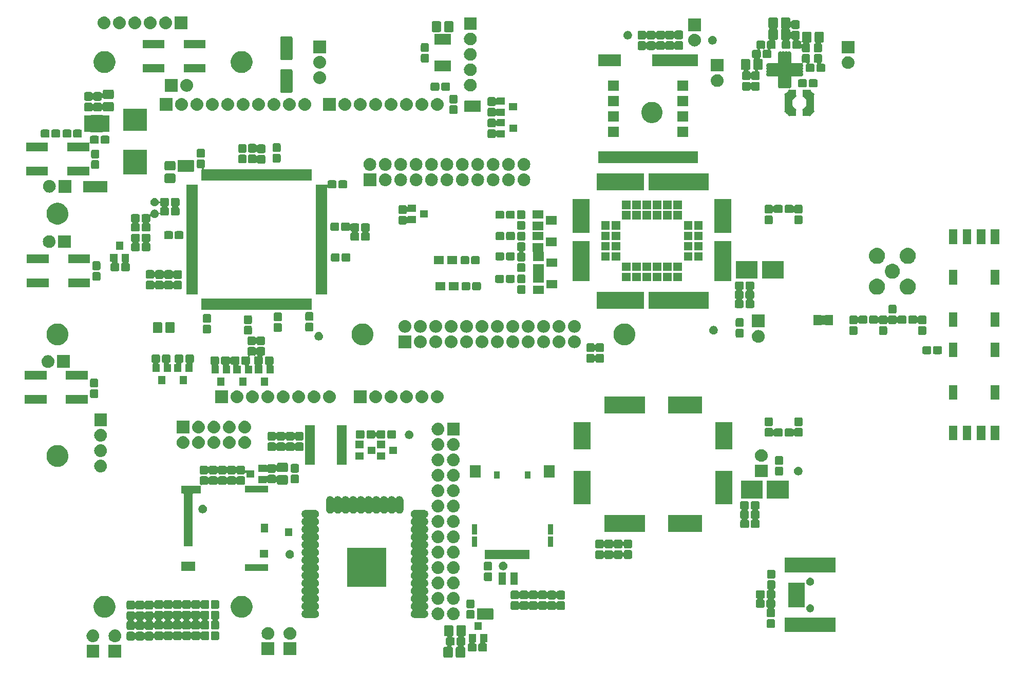
<source format=gbr>
G04 #@! TF.GenerationSoftware,KiCad,Pcbnew,5.0.2-bee76a0~70~ubuntu18.04.1*
G04 #@! TF.CreationDate,2019-03-08T13:42:59+01:00*
G04 #@! TF.ProjectId,BaseCircuit_V2,42617365-4369-4726-9375-69745f56322e,V1*
G04 #@! TF.SameCoordinates,Original*
G04 #@! TF.FileFunction,Soldermask,Top*
G04 #@! TF.FilePolarity,Negative*
%FSLAX46Y46*%
G04 Gerber Fmt 4.6, Leading zero omitted, Abs format (unit mm)*
G04 Created by KiCad (PCBNEW 5.0.2-bee76a0~70~ubuntu18.04.1) date Fr 08 Mär 2019 13:42:59 CET*
%MOMM*%
%LPD*%
G01*
G04 APERTURE LIST*
%ADD10C,0.100000*%
G04 APERTURE END LIST*
D10*
G04 #@! TO.C,D13*
G36*
X94640000Y-109123907D02*
X94640000Y-109575000D01*
X93738250Y-109575000D01*
X93738250Y-109123907D01*
X94640000Y-109123907D01*
G37*
G36*
X94640000Y-109774780D02*
X94640000Y-110225000D01*
X93738620Y-110225000D01*
X93738620Y-109774780D01*
X94640000Y-109774780D01*
G37*
G36*
X94640000Y-110425988D02*
X94640000Y-110875000D01*
X93736750Y-110875000D01*
X93736750Y-110425988D01*
X94640000Y-110425988D01*
G37*
G36*
X95641949Y-110875000D02*
X95641949Y-110426657D01*
X96540000Y-110426657D01*
X96540000Y-110875000D01*
X95641949Y-110875000D01*
G37*
G36*
X95640446Y-110225000D02*
X95640446Y-109774799D01*
X96540000Y-109774799D01*
X96540000Y-110225000D01*
X95640446Y-110225000D01*
G37*
G36*
X95641679Y-109575000D02*
X95641679Y-109122062D01*
X96540000Y-109122062D01*
X96540000Y-109575000D01*
X95641679Y-109575000D01*
G37*
G36*
X31350000Y-123080000D02*
X29250000Y-123080000D01*
X29250000Y-120980000D01*
X31350000Y-120980000D01*
X31350000Y-123080000D01*
X31350000Y-123080000D01*
G37*
G36*
X87936530Y-117723710D02*
X87986379Y-117738831D01*
X88032311Y-117763382D01*
X88072574Y-117796426D01*
X88105618Y-117836689D01*
X88130169Y-117882621D01*
X88145290Y-117932470D01*
X88151000Y-117990444D01*
X88151000Y-119245556D01*
X88145290Y-119303530D01*
X88130169Y-119353379D01*
X88105618Y-119399311D01*
X88072574Y-119439574D01*
X88032311Y-119472618D01*
X87986379Y-119497169D01*
X87929176Y-119514521D01*
X87906537Y-119523899D01*
X87886162Y-119537513D01*
X87868835Y-119554840D01*
X87855221Y-119575214D01*
X87845844Y-119597853D01*
X87841063Y-119621887D01*
X87841063Y-119646391D01*
X87845843Y-119670424D01*
X87855221Y-119693063D01*
X87868835Y-119713438D01*
X87886162Y-119730765D01*
X87906537Y-119744380D01*
X87950446Y-119767850D01*
X87992027Y-119801973D01*
X88026154Y-119843558D01*
X88051507Y-119890990D01*
X88067123Y-119942470D01*
X88073000Y-120002140D01*
X88073000Y-120789860D01*
X88067123Y-120849530D01*
X88051507Y-120901010D01*
X88026154Y-120948442D01*
X87992027Y-120990027D01*
X87950442Y-121024154D01*
X87903007Y-121049508D01*
X87880157Y-121056440D01*
X87857518Y-121065817D01*
X87837144Y-121079432D01*
X87819817Y-121096759D01*
X87806203Y-121117134D01*
X87796826Y-121139773D01*
X87792046Y-121163806D01*
X87792046Y-121188310D01*
X87796827Y-121212344D01*
X87806204Y-121234983D01*
X87819819Y-121255357D01*
X87837146Y-121272684D01*
X87857521Y-121286298D01*
X87874811Y-121293459D01*
X87923311Y-121319382D01*
X87963574Y-121352426D01*
X87996618Y-121392689D01*
X88021169Y-121438621D01*
X88036290Y-121488470D01*
X88042000Y-121546444D01*
X88042000Y-122801556D01*
X88036290Y-122859530D01*
X88021169Y-122909379D01*
X87996618Y-122955311D01*
X87963574Y-122995574D01*
X87923311Y-123028618D01*
X87877379Y-123053169D01*
X87827530Y-123068290D01*
X87769556Y-123074000D01*
X86764444Y-123074000D01*
X86706470Y-123068290D01*
X86656621Y-123053169D01*
X86610689Y-123028618D01*
X86570426Y-122995574D01*
X86537382Y-122955311D01*
X86512831Y-122909379D01*
X86497710Y-122859530D01*
X86492000Y-122801556D01*
X86492000Y-121546444D01*
X86497710Y-121488470D01*
X86512831Y-121438621D01*
X86537382Y-121392689D01*
X86570426Y-121352426D01*
X86610689Y-121319382D01*
X86656621Y-121294831D01*
X86706470Y-121279710D01*
X86733112Y-121277086D01*
X86757146Y-121272305D01*
X86779785Y-121262928D01*
X86800159Y-121249314D01*
X86817486Y-121231987D01*
X86831100Y-121211612D01*
X86840478Y-121188973D01*
X86845258Y-121164940D01*
X86845258Y-121140436D01*
X86840477Y-121116402D01*
X86831100Y-121093763D01*
X86817486Y-121073389D01*
X86800159Y-121056062D01*
X86779785Y-121042448D01*
X86745556Y-121024152D01*
X86703973Y-120990027D01*
X86669846Y-120948442D01*
X86644493Y-120901010D01*
X86628877Y-120849530D01*
X86623000Y-120789860D01*
X86623000Y-120002140D01*
X86628877Y-119942470D01*
X86644493Y-119890990D01*
X86669846Y-119843558D01*
X86703973Y-119801973D01*
X86745558Y-119767846D01*
X86796355Y-119740695D01*
X86811982Y-119734222D01*
X86832356Y-119720607D01*
X86849683Y-119703280D01*
X86863297Y-119682905D01*
X86872674Y-119660266D01*
X86877454Y-119636233D01*
X86877454Y-119611729D01*
X86872673Y-119587695D01*
X86863296Y-119565056D01*
X86849681Y-119544682D01*
X86832354Y-119527355D01*
X86811979Y-119513741D01*
X86789341Y-119504364D01*
X86765621Y-119497169D01*
X86719689Y-119472618D01*
X86679426Y-119439574D01*
X86646382Y-119399311D01*
X86621831Y-119353379D01*
X86606710Y-119303530D01*
X86601000Y-119245556D01*
X86601000Y-117990444D01*
X86606710Y-117932470D01*
X86621831Y-117882621D01*
X86646382Y-117836689D01*
X86679426Y-117796426D01*
X86719689Y-117763382D01*
X86765621Y-117738831D01*
X86815470Y-117723710D01*
X86873444Y-117718000D01*
X87878556Y-117718000D01*
X87936530Y-117723710D01*
X87936530Y-117723710D01*
G37*
G36*
X85886530Y-117723710D02*
X85936379Y-117738831D01*
X85982311Y-117763382D01*
X86022574Y-117796426D01*
X86055618Y-117836689D01*
X86080169Y-117882621D01*
X86095290Y-117932470D01*
X86101000Y-117990444D01*
X86101000Y-119245556D01*
X86095290Y-119303530D01*
X86080169Y-119353379D01*
X86055618Y-119399311D01*
X86022574Y-119439574D01*
X85982314Y-119472615D01*
X85957723Y-119485759D01*
X85937348Y-119499373D01*
X85920021Y-119516700D01*
X85906407Y-119537075D01*
X85897030Y-119559714D01*
X85892249Y-119583747D01*
X85892249Y-119608251D01*
X85897029Y-119632285D01*
X85906406Y-119654924D01*
X85920020Y-119675299D01*
X85937347Y-119692626D01*
X85957722Y-119706240D01*
X85980361Y-119715617D01*
X86004394Y-119720398D01*
X86016647Y-119721000D01*
X86041860Y-119721000D01*
X86101530Y-119726877D01*
X86153010Y-119742493D01*
X86200442Y-119767846D01*
X86242027Y-119801973D01*
X86276154Y-119843558D01*
X86301507Y-119890990D01*
X86317123Y-119942470D01*
X86323000Y-120002140D01*
X86323000Y-120789860D01*
X86317123Y-120849530D01*
X86301507Y-120901010D01*
X86276154Y-120948442D01*
X86242027Y-120990027D01*
X86200442Y-121024154D01*
X86153010Y-121049507D01*
X86101530Y-121065123D01*
X86041860Y-121071000D01*
X85907647Y-121071000D01*
X85883261Y-121073402D01*
X85859812Y-121080515D01*
X85838201Y-121092066D01*
X85819259Y-121107612D01*
X85803713Y-121126554D01*
X85792162Y-121148165D01*
X85785049Y-121171614D01*
X85782647Y-121196000D01*
X85785049Y-121220386D01*
X85792162Y-121243835D01*
X85803713Y-121265446D01*
X85819259Y-121284388D01*
X85838201Y-121299934D01*
X85848723Y-121306241D01*
X85873314Y-121319385D01*
X85913574Y-121352426D01*
X85946618Y-121392689D01*
X85971169Y-121438621D01*
X85986290Y-121488470D01*
X85992000Y-121546444D01*
X85992000Y-122801556D01*
X85986290Y-122859530D01*
X85971169Y-122909379D01*
X85946618Y-122955311D01*
X85913574Y-122995574D01*
X85873311Y-123028618D01*
X85827379Y-123053169D01*
X85777530Y-123068290D01*
X85719556Y-123074000D01*
X84714444Y-123074000D01*
X84656470Y-123068290D01*
X84606621Y-123053169D01*
X84560689Y-123028618D01*
X84520426Y-122995574D01*
X84487382Y-122955311D01*
X84462831Y-122909379D01*
X84447710Y-122859530D01*
X84442000Y-122801556D01*
X84442000Y-121546444D01*
X84447710Y-121488470D01*
X84462831Y-121438621D01*
X84487382Y-121392689D01*
X84520426Y-121352426D01*
X84560689Y-121319382D01*
X84606621Y-121294831D01*
X84656470Y-121279710D01*
X84714444Y-121274000D01*
X84963960Y-121274000D01*
X84988346Y-121271598D01*
X85011795Y-121264485D01*
X85033406Y-121252934D01*
X85052348Y-121237388D01*
X85067894Y-121218446D01*
X85079445Y-121196835D01*
X85086558Y-121173386D01*
X85088960Y-121149000D01*
X85086558Y-121124614D01*
X85079445Y-121101165D01*
X85067894Y-121079554D01*
X85052348Y-121060612D01*
X85022885Y-121038760D01*
X84995556Y-121024152D01*
X84953973Y-120990027D01*
X84919846Y-120948442D01*
X84894493Y-120901010D01*
X84878877Y-120849530D01*
X84873000Y-120789860D01*
X84873000Y-120002140D01*
X84878877Y-119942470D01*
X84894493Y-119890990D01*
X84919846Y-119843558D01*
X84953973Y-119801973D01*
X84995556Y-119767848D01*
X85022885Y-119753240D01*
X85043259Y-119739626D01*
X85060586Y-119722299D01*
X85074200Y-119701924D01*
X85083578Y-119679285D01*
X85088358Y-119655252D01*
X85088358Y-119630748D01*
X85083577Y-119606714D01*
X85074200Y-119584075D01*
X85060586Y-119563701D01*
X85043259Y-119546374D01*
X85022884Y-119532760D01*
X85000245Y-119523382D01*
X84963960Y-119518000D01*
X84823444Y-119518000D01*
X84765470Y-119512290D01*
X84715621Y-119497169D01*
X84669689Y-119472618D01*
X84629426Y-119439574D01*
X84596382Y-119399311D01*
X84571831Y-119353379D01*
X84556710Y-119303530D01*
X84551000Y-119245556D01*
X84551000Y-117990444D01*
X84556710Y-117932470D01*
X84571831Y-117882621D01*
X84596382Y-117836689D01*
X84629426Y-117796426D01*
X84669689Y-117763382D01*
X84715621Y-117738831D01*
X84765470Y-117723710D01*
X84823444Y-117718000D01*
X85828556Y-117718000D01*
X85886530Y-117723710D01*
X85886530Y-117723710D01*
G37*
G36*
X27720000Y-123060000D02*
X25620000Y-123060000D01*
X25620000Y-120960000D01*
X27720000Y-120960000D01*
X27720000Y-123060000D01*
X27720000Y-123060000D01*
G37*
G36*
X56580000Y-122670000D02*
X54480000Y-122670000D01*
X54480000Y-120570000D01*
X56580000Y-120570000D01*
X56580000Y-122670000D01*
X56580000Y-122670000D01*
G37*
G36*
X60210000Y-122670000D02*
X58110000Y-122670000D01*
X58110000Y-120570000D01*
X60210000Y-120570000D01*
X60210000Y-122670000D01*
X60210000Y-122670000D01*
G37*
G36*
X91720000Y-120506000D02*
X91497334Y-120506000D01*
X91472948Y-120508402D01*
X91449499Y-120515515D01*
X91427888Y-120527066D01*
X91408946Y-120542612D01*
X91393400Y-120561554D01*
X91381849Y-120583165D01*
X91374736Y-120606614D01*
X91372334Y-120631000D01*
X91374736Y-120655386D01*
X91381849Y-120678835D01*
X91393400Y-120700446D01*
X91408946Y-120719388D01*
X91427888Y-120734934D01*
X91449499Y-120746485D01*
X91461048Y-120750618D01*
X91487011Y-120758494D01*
X91534442Y-120783846D01*
X91576027Y-120817973D01*
X91610154Y-120859558D01*
X91635507Y-120906990D01*
X91651123Y-120958470D01*
X91657000Y-121018140D01*
X91657000Y-121805860D01*
X91651123Y-121865530D01*
X91635507Y-121917010D01*
X91610154Y-121964442D01*
X91576027Y-122006027D01*
X91534442Y-122040154D01*
X91487010Y-122065507D01*
X91435530Y-122081123D01*
X91375860Y-122087000D01*
X90488140Y-122087000D01*
X90428470Y-122081123D01*
X90376990Y-122065507D01*
X90329558Y-122040154D01*
X90287973Y-122006027D01*
X90253846Y-121964442D01*
X90228493Y-121917010D01*
X90212877Y-121865530D01*
X90207000Y-121805860D01*
X90207000Y-121018140D01*
X90212877Y-120958470D01*
X90228493Y-120906990D01*
X90253846Y-120859558D01*
X90287973Y-120817973D01*
X90329558Y-120783846D01*
X90376989Y-120758494D01*
X90431286Y-120742023D01*
X90453925Y-120732645D01*
X90474299Y-120719031D01*
X90491626Y-120701704D01*
X90505240Y-120681330D01*
X90514618Y-120658691D01*
X90519398Y-120634657D01*
X90520000Y-120622405D01*
X90520000Y-119206000D01*
X91720000Y-119206000D01*
X91720000Y-120506000D01*
X91720000Y-120506000D01*
G37*
G36*
X89820000Y-120506000D02*
X89747334Y-120506000D01*
X89722948Y-120508402D01*
X89699499Y-120515515D01*
X89677888Y-120527066D01*
X89658946Y-120542612D01*
X89643400Y-120561554D01*
X89631849Y-120583165D01*
X89624736Y-120606614D01*
X89622334Y-120631000D01*
X89624736Y-120655386D01*
X89631849Y-120678835D01*
X89643400Y-120700446D01*
X89658946Y-120719388D01*
X89677888Y-120734934D01*
X89699499Y-120746485D01*
X89711048Y-120750618D01*
X89737011Y-120758494D01*
X89784442Y-120783846D01*
X89826027Y-120817973D01*
X89860154Y-120859558D01*
X89885507Y-120906990D01*
X89901123Y-120958470D01*
X89907000Y-121018140D01*
X89907000Y-121805860D01*
X89901123Y-121865530D01*
X89885507Y-121917010D01*
X89860154Y-121964442D01*
X89826027Y-122006027D01*
X89784442Y-122040154D01*
X89737010Y-122065507D01*
X89685530Y-122081123D01*
X89625860Y-122087000D01*
X88738140Y-122087000D01*
X88678470Y-122081123D01*
X88626990Y-122065507D01*
X88579558Y-122040154D01*
X88537973Y-122006027D01*
X88503846Y-121964442D01*
X88478493Y-121917010D01*
X88462877Y-121865530D01*
X88457000Y-121805860D01*
X88457000Y-121018140D01*
X88462877Y-120958470D01*
X88478493Y-120906990D01*
X88503846Y-120859558D01*
X88537973Y-120817973D01*
X88579558Y-120783846D01*
X88626989Y-120758494D01*
X88652952Y-120750618D01*
X88675591Y-120741240D01*
X88695965Y-120727626D01*
X88713292Y-120710299D01*
X88726906Y-120689925D01*
X88736284Y-120667286D01*
X88741064Y-120643252D01*
X88741064Y-120618748D01*
X88736284Y-120594714D01*
X88726906Y-120572075D01*
X88713292Y-120551701D01*
X88695965Y-120534374D01*
X88675591Y-120520760D01*
X88652952Y-120511382D01*
X88628918Y-120506602D01*
X88620000Y-120506164D01*
X88620000Y-119206000D01*
X89820000Y-119206000D01*
X89820000Y-120506000D01*
X89820000Y-120506000D01*
G37*
G36*
X30428707Y-118447596D02*
X30505836Y-118455193D01*
X30633199Y-118493828D01*
X30703763Y-118515233D01*
X30886172Y-118612733D01*
X31046054Y-118743946D01*
X31177267Y-118903828D01*
X31274767Y-119086237D01*
X31277930Y-119096665D01*
X31334807Y-119284164D01*
X31355080Y-119490000D01*
X31334807Y-119695836D01*
X31302611Y-119801973D01*
X31274767Y-119893763D01*
X31177267Y-120076172D01*
X31046054Y-120236054D01*
X30886172Y-120367267D01*
X30703763Y-120464767D01*
X30637787Y-120484780D01*
X30505836Y-120524807D01*
X30428707Y-120532403D01*
X30351580Y-120540000D01*
X30248420Y-120540000D01*
X30171293Y-120532403D01*
X30094164Y-120524807D01*
X29962213Y-120484780D01*
X29896237Y-120464767D01*
X29713828Y-120367267D01*
X29553946Y-120236054D01*
X29422733Y-120076172D01*
X29325233Y-119893763D01*
X29297389Y-119801973D01*
X29265193Y-119695836D01*
X29244920Y-119490000D01*
X29265193Y-119284164D01*
X29322070Y-119096665D01*
X29325233Y-119086237D01*
X29422733Y-118903828D01*
X29553946Y-118743946D01*
X29713828Y-118612733D01*
X29896237Y-118515233D01*
X29966801Y-118493828D01*
X30094164Y-118455193D01*
X30171293Y-118447596D01*
X30248420Y-118440000D01*
X30351580Y-118440000D01*
X30428707Y-118447596D01*
X30428707Y-118447596D01*
G37*
G36*
X26798707Y-118427596D02*
X26875836Y-118435193D01*
X26980713Y-118467007D01*
X27073763Y-118495233D01*
X27256172Y-118592733D01*
X27416054Y-118723946D01*
X27547267Y-118883828D01*
X27644767Y-119066237D01*
X27648942Y-119080000D01*
X27704807Y-119264164D01*
X27725080Y-119470000D01*
X27704807Y-119675836D01*
X27676895Y-119767850D01*
X27644767Y-119873763D01*
X27547267Y-120056172D01*
X27416054Y-120216054D01*
X27256172Y-120347267D01*
X27073763Y-120444767D01*
X27007831Y-120464767D01*
X26875836Y-120504807D01*
X26798707Y-120512403D01*
X26721580Y-120520000D01*
X26618420Y-120520000D01*
X26541293Y-120512403D01*
X26464164Y-120504807D01*
X26332169Y-120464767D01*
X26266237Y-120444767D01*
X26083828Y-120347267D01*
X25923946Y-120216054D01*
X25792733Y-120056172D01*
X25695233Y-119873763D01*
X25663105Y-119767850D01*
X25635193Y-119675836D01*
X25614920Y-119470000D01*
X25635193Y-119264164D01*
X25691058Y-119080000D01*
X25695233Y-119066237D01*
X25792733Y-118883828D01*
X25923946Y-118723946D01*
X26083828Y-118592733D01*
X26266237Y-118495233D01*
X26359287Y-118467007D01*
X26464164Y-118435193D01*
X26541293Y-118427596D01*
X26618420Y-118420000D01*
X26721580Y-118420000D01*
X26798707Y-118427596D01*
X26798707Y-118427596D01*
G37*
G36*
X37982030Y-118730877D02*
X38033510Y-118746493D01*
X38080942Y-118771846D01*
X38122527Y-118805973D01*
X38156652Y-118847556D01*
X38180260Y-118891723D01*
X38193874Y-118912097D01*
X38211201Y-118929424D01*
X38231575Y-118943038D01*
X38254214Y-118952416D01*
X38278248Y-118957196D01*
X38302752Y-118957196D01*
X38326786Y-118952416D01*
X38349425Y-118943038D01*
X38369799Y-118929424D01*
X38387126Y-118912097D01*
X38400740Y-118891723D01*
X38424348Y-118847556D01*
X38458473Y-118805973D01*
X38500058Y-118771846D01*
X38547490Y-118746493D01*
X38598970Y-118730877D01*
X38658640Y-118725000D01*
X39446360Y-118725000D01*
X39506030Y-118730877D01*
X39557510Y-118746493D01*
X39604942Y-118771846D01*
X39646527Y-118805973D01*
X39680652Y-118847556D01*
X39704260Y-118891723D01*
X39717874Y-118912097D01*
X39735201Y-118929424D01*
X39755575Y-118943038D01*
X39778214Y-118952416D01*
X39802248Y-118957196D01*
X39826752Y-118957196D01*
X39850786Y-118952416D01*
X39873425Y-118943038D01*
X39893799Y-118929424D01*
X39911126Y-118912097D01*
X39924740Y-118891723D01*
X39948348Y-118847556D01*
X39982473Y-118805973D01*
X40024058Y-118771846D01*
X40071490Y-118746493D01*
X40122970Y-118730877D01*
X40182640Y-118725000D01*
X40970360Y-118725000D01*
X41030030Y-118730877D01*
X41081510Y-118746493D01*
X41128942Y-118771846D01*
X41170527Y-118805973D01*
X41204652Y-118847556D01*
X41228260Y-118891723D01*
X41241874Y-118912097D01*
X41259201Y-118929424D01*
X41279575Y-118943038D01*
X41302214Y-118952416D01*
X41326248Y-118957196D01*
X41350752Y-118957196D01*
X41374786Y-118952416D01*
X41397425Y-118943038D01*
X41417799Y-118929424D01*
X41435126Y-118912097D01*
X41448740Y-118891723D01*
X41472348Y-118847556D01*
X41506473Y-118805973D01*
X41548058Y-118771846D01*
X41595490Y-118746493D01*
X41646970Y-118730877D01*
X41706640Y-118725000D01*
X42494360Y-118725000D01*
X42554030Y-118730877D01*
X42605510Y-118746493D01*
X42652942Y-118771846D01*
X42694527Y-118805973D01*
X42728652Y-118847556D01*
X42752260Y-118891723D01*
X42765874Y-118912097D01*
X42783201Y-118929424D01*
X42803575Y-118943038D01*
X42826214Y-118952416D01*
X42850248Y-118957196D01*
X42874752Y-118957196D01*
X42898786Y-118952416D01*
X42921425Y-118943038D01*
X42941799Y-118929424D01*
X42959126Y-118912097D01*
X42972740Y-118891723D01*
X42996348Y-118847556D01*
X43030473Y-118805973D01*
X43072058Y-118771846D01*
X43119490Y-118746493D01*
X43170970Y-118730877D01*
X43230640Y-118725000D01*
X44018360Y-118725000D01*
X44078030Y-118730877D01*
X44129510Y-118746493D01*
X44176942Y-118771846D01*
X44218527Y-118805973D01*
X44252652Y-118847556D01*
X44276260Y-118891723D01*
X44289874Y-118912097D01*
X44307201Y-118929424D01*
X44327575Y-118943038D01*
X44350214Y-118952416D01*
X44374248Y-118957196D01*
X44398752Y-118957196D01*
X44422786Y-118952416D01*
X44445425Y-118943038D01*
X44465799Y-118929424D01*
X44483126Y-118912097D01*
X44496740Y-118891723D01*
X44520348Y-118847556D01*
X44554473Y-118805973D01*
X44596058Y-118771846D01*
X44643490Y-118746493D01*
X44694970Y-118730877D01*
X44754640Y-118725000D01*
X45542360Y-118725000D01*
X45602030Y-118730877D01*
X45653510Y-118746493D01*
X45700942Y-118771846D01*
X45742527Y-118805973D01*
X45776654Y-118847558D01*
X45802007Y-118894990D01*
X45817623Y-118946470D01*
X45823500Y-119006140D01*
X45823500Y-119893860D01*
X45817623Y-119953530D01*
X45802007Y-120005010D01*
X45776654Y-120052442D01*
X45742527Y-120094027D01*
X45700942Y-120128154D01*
X45653510Y-120153507D01*
X45602030Y-120169123D01*
X45542360Y-120175000D01*
X44754640Y-120175000D01*
X44694970Y-120169123D01*
X44643490Y-120153507D01*
X44596058Y-120128154D01*
X44554473Y-120094027D01*
X44520348Y-120052444D01*
X44496740Y-120008277D01*
X44483126Y-119987903D01*
X44465799Y-119970576D01*
X44445425Y-119956962D01*
X44422786Y-119947584D01*
X44398752Y-119942804D01*
X44374248Y-119942804D01*
X44350214Y-119947584D01*
X44327575Y-119956962D01*
X44307201Y-119970576D01*
X44289874Y-119987903D01*
X44276260Y-120008277D01*
X44252652Y-120052444D01*
X44218527Y-120094027D01*
X44176942Y-120128154D01*
X44129510Y-120153507D01*
X44078030Y-120169123D01*
X44018360Y-120175000D01*
X43230640Y-120175000D01*
X43170970Y-120169123D01*
X43119490Y-120153507D01*
X43072058Y-120128154D01*
X43030473Y-120094027D01*
X42996348Y-120052444D01*
X42972740Y-120008277D01*
X42959126Y-119987903D01*
X42941799Y-119970576D01*
X42921425Y-119956962D01*
X42898786Y-119947584D01*
X42874752Y-119942804D01*
X42850248Y-119942804D01*
X42826214Y-119947584D01*
X42803575Y-119956962D01*
X42783201Y-119970576D01*
X42765874Y-119987903D01*
X42752260Y-120008277D01*
X42728652Y-120052444D01*
X42694527Y-120094027D01*
X42652942Y-120128154D01*
X42605510Y-120153507D01*
X42554030Y-120169123D01*
X42494360Y-120175000D01*
X41706640Y-120175000D01*
X41646970Y-120169123D01*
X41595490Y-120153507D01*
X41548058Y-120128154D01*
X41506473Y-120094027D01*
X41472348Y-120052444D01*
X41448740Y-120008277D01*
X41435126Y-119987903D01*
X41417799Y-119970576D01*
X41397425Y-119956962D01*
X41374786Y-119947584D01*
X41350752Y-119942804D01*
X41326248Y-119942804D01*
X41302214Y-119947584D01*
X41279575Y-119956962D01*
X41259201Y-119970576D01*
X41241874Y-119987903D01*
X41228260Y-120008277D01*
X41204652Y-120052444D01*
X41170527Y-120094027D01*
X41128942Y-120128154D01*
X41081510Y-120153507D01*
X41030030Y-120169123D01*
X40970360Y-120175000D01*
X40182640Y-120175000D01*
X40122970Y-120169123D01*
X40071490Y-120153507D01*
X40024058Y-120128154D01*
X39982473Y-120094027D01*
X39948348Y-120052444D01*
X39924740Y-120008277D01*
X39911126Y-119987903D01*
X39893799Y-119970576D01*
X39873425Y-119956962D01*
X39850786Y-119947584D01*
X39826752Y-119942804D01*
X39802248Y-119942804D01*
X39778214Y-119947584D01*
X39755575Y-119956962D01*
X39735201Y-119970576D01*
X39717874Y-119987903D01*
X39704260Y-120008277D01*
X39680652Y-120052444D01*
X39646527Y-120094027D01*
X39604942Y-120128154D01*
X39557510Y-120153507D01*
X39506030Y-120169123D01*
X39446360Y-120175000D01*
X38658640Y-120175000D01*
X38598970Y-120169123D01*
X38547490Y-120153507D01*
X38500058Y-120128154D01*
X38458473Y-120094027D01*
X38424348Y-120052444D01*
X38400740Y-120008277D01*
X38387126Y-119987903D01*
X38369799Y-119970576D01*
X38349425Y-119956962D01*
X38326786Y-119947584D01*
X38302752Y-119942804D01*
X38278248Y-119942804D01*
X38254214Y-119947584D01*
X38231575Y-119956962D01*
X38211201Y-119970576D01*
X38193874Y-119987903D01*
X38180260Y-120008277D01*
X38156652Y-120052444D01*
X38122527Y-120094027D01*
X38080942Y-120128154D01*
X38033510Y-120153507D01*
X37982030Y-120169123D01*
X37922360Y-120175000D01*
X37134640Y-120175000D01*
X37074970Y-120169123D01*
X37023490Y-120153507D01*
X36976058Y-120128154D01*
X36934473Y-120094027D01*
X36900346Y-120052442D01*
X36874994Y-120005011D01*
X36858357Y-119950167D01*
X36848979Y-119927528D01*
X36835365Y-119907154D01*
X36818038Y-119889827D01*
X36797664Y-119876213D01*
X36775025Y-119866835D01*
X36750991Y-119862055D01*
X36726487Y-119862055D01*
X36702453Y-119866835D01*
X36679814Y-119876213D01*
X36659440Y-119889827D01*
X36642113Y-119907154D01*
X36628499Y-119927528D01*
X36619121Y-119950167D01*
X36614341Y-119974201D01*
X36610123Y-120017030D01*
X36594507Y-120068510D01*
X36569154Y-120115942D01*
X36535027Y-120157527D01*
X36493442Y-120191654D01*
X36446010Y-120217007D01*
X36394530Y-120232623D01*
X36334860Y-120238500D01*
X35547140Y-120238500D01*
X35487470Y-120232623D01*
X35435990Y-120217007D01*
X35388558Y-120191654D01*
X35346973Y-120157527D01*
X35312848Y-120115944D01*
X35289240Y-120071777D01*
X35275626Y-120051403D01*
X35258299Y-120034076D01*
X35237925Y-120020462D01*
X35215286Y-120011084D01*
X35191252Y-120006304D01*
X35166748Y-120006304D01*
X35142714Y-120011084D01*
X35120075Y-120020462D01*
X35099701Y-120034076D01*
X35082374Y-120051403D01*
X35068760Y-120071777D01*
X35045152Y-120115944D01*
X35011027Y-120157527D01*
X34969442Y-120191654D01*
X34922010Y-120217007D01*
X34870530Y-120232623D01*
X34810860Y-120238500D01*
X34023140Y-120238500D01*
X33963470Y-120232623D01*
X33911990Y-120217007D01*
X33864558Y-120191654D01*
X33822973Y-120157527D01*
X33788848Y-120115944D01*
X33765240Y-120071777D01*
X33751626Y-120051403D01*
X33734299Y-120034076D01*
X33713925Y-120020462D01*
X33691286Y-120011084D01*
X33667252Y-120006304D01*
X33642748Y-120006304D01*
X33618714Y-120011084D01*
X33596075Y-120020462D01*
X33575701Y-120034076D01*
X33558374Y-120051403D01*
X33544760Y-120071777D01*
X33521152Y-120115944D01*
X33487027Y-120157527D01*
X33445442Y-120191654D01*
X33398010Y-120217007D01*
X33346530Y-120232623D01*
X33286860Y-120238500D01*
X32499140Y-120238500D01*
X32439470Y-120232623D01*
X32387990Y-120217007D01*
X32340558Y-120191654D01*
X32298973Y-120157527D01*
X32264846Y-120115942D01*
X32239493Y-120068510D01*
X32223877Y-120017030D01*
X32218000Y-119957360D01*
X32218000Y-119069640D01*
X32223877Y-119009970D01*
X32239493Y-118958490D01*
X32264846Y-118911058D01*
X32298973Y-118869473D01*
X32340558Y-118835346D01*
X32387990Y-118809993D01*
X32439470Y-118794377D01*
X32499140Y-118788500D01*
X33286860Y-118788500D01*
X33346530Y-118794377D01*
X33398010Y-118809993D01*
X33445442Y-118835346D01*
X33487027Y-118869473D01*
X33521152Y-118911056D01*
X33544760Y-118955223D01*
X33558374Y-118975597D01*
X33575701Y-118992924D01*
X33596075Y-119006538D01*
X33618714Y-119015916D01*
X33642748Y-119020696D01*
X33667252Y-119020696D01*
X33691286Y-119015916D01*
X33713925Y-119006538D01*
X33734299Y-118992924D01*
X33751626Y-118975597D01*
X33765240Y-118955223D01*
X33788848Y-118911056D01*
X33822973Y-118869473D01*
X33864558Y-118835346D01*
X33911990Y-118809993D01*
X33963470Y-118794377D01*
X34023140Y-118788500D01*
X34810860Y-118788500D01*
X34870530Y-118794377D01*
X34922010Y-118809993D01*
X34969442Y-118835346D01*
X35011027Y-118869473D01*
X35045152Y-118911056D01*
X35068760Y-118955223D01*
X35082374Y-118975597D01*
X35099701Y-118992924D01*
X35120075Y-119006538D01*
X35142714Y-119015916D01*
X35166748Y-119020696D01*
X35191252Y-119020696D01*
X35215286Y-119015916D01*
X35237925Y-119006538D01*
X35258299Y-118992924D01*
X35275626Y-118975597D01*
X35289240Y-118955223D01*
X35312848Y-118911056D01*
X35346973Y-118869473D01*
X35388558Y-118835346D01*
X35435990Y-118809993D01*
X35487470Y-118794377D01*
X35547140Y-118788500D01*
X36334860Y-118788500D01*
X36394530Y-118794377D01*
X36446010Y-118809993D01*
X36493442Y-118835346D01*
X36535027Y-118869473D01*
X36569154Y-118911058D01*
X36594506Y-118958489D01*
X36611143Y-119013333D01*
X36620521Y-119035972D01*
X36634135Y-119056346D01*
X36651462Y-119073673D01*
X36671836Y-119087287D01*
X36694475Y-119096665D01*
X36718509Y-119101445D01*
X36743013Y-119101445D01*
X36767047Y-119096665D01*
X36789686Y-119087287D01*
X36810060Y-119073673D01*
X36827387Y-119056346D01*
X36841001Y-119035972D01*
X36850379Y-119013333D01*
X36855159Y-118989299D01*
X36859377Y-118946470D01*
X36874993Y-118894990D01*
X36900346Y-118847558D01*
X36934473Y-118805973D01*
X36976058Y-118771846D01*
X37023490Y-118746493D01*
X37074970Y-118730877D01*
X37134640Y-118725000D01*
X37922360Y-118725000D01*
X37982030Y-118730877D01*
X37982030Y-118730877D01*
G37*
G36*
X47253030Y-118730877D02*
X47304510Y-118746493D01*
X47351942Y-118771846D01*
X47393527Y-118805973D01*
X47427654Y-118847558D01*
X47453007Y-118894990D01*
X47468623Y-118946470D01*
X47474500Y-119006140D01*
X47474500Y-119893860D01*
X47468623Y-119953530D01*
X47453007Y-120005010D01*
X47427654Y-120052442D01*
X47393527Y-120094027D01*
X47351942Y-120128154D01*
X47304510Y-120153507D01*
X47253030Y-120169123D01*
X47193360Y-120175000D01*
X46405640Y-120175000D01*
X46345970Y-120169123D01*
X46294490Y-120153507D01*
X46247058Y-120128154D01*
X46205473Y-120094027D01*
X46171346Y-120052442D01*
X46145993Y-120005010D01*
X46130377Y-119953530D01*
X46124500Y-119893860D01*
X46124500Y-119006140D01*
X46130377Y-118946470D01*
X46145993Y-118894990D01*
X46171346Y-118847558D01*
X46205473Y-118805973D01*
X46247058Y-118771846D01*
X46294490Y-118746493D01*
X46345970Y-118730877D01*
X46405640Y-118725000D01*
X47193360Y-118725000D01*
X47253030Y-118730877D01*
X47253030Y-118730877D01*
G37*
G36*
X59288707Y-118037597D02*
X59365836Y-118045193D01*
X59497787Y-118085220D01*
X59563763Y-118105233D01*
X59746172Y-118202733D01*
X59906054Y-118333946D01*
X60037267Y-118493828D01*
X60134767Y-118676237D01*
X60134767Y-118676238D01*
X60194807Y-118874164D01*
X60215080Y-119080000D01*
X60194807Y-119285836D01*
X60174318Y-119353379D01*
X60134767Y-119483763D01*
X60037267Y-119666172D01*
X59906054Y-119826054D01*
X59746172Y-119957267D01*
X59563763Y-120054767D01*
X59497787Y-120074780D01*
X59365836Y-120114807D01*
X59288707Y-120122404D01*
X59211580Y-120130000D01*
X59108420Y-120130000D01*
X59031293Y-120122404D01*
X58954164Y-120114807D01*
X58822213Y-120074780D01*
X58756237Y-120054767D01*
X58573828Y-119957267D01*
X58413946Y-119826054D01*
X58282733Y-119666172D01*
X58185233Y-119483763D01*
X58145682Y-119353379D01*
X58125193Y-119285836D01*
X58104920Y-119080000D01*
X58125193Y-118874164D01*
X58185233Y-118676238D01*
X58185233Y-118676237D01*
X58282733Y-118493828D01*
X58413946Y-118333946D01*
X58573828Y-118202733D01*
X58756237Y-118105233D01*
X58822213Y-118085220D01*
X58954164Y-118045193D01*
X59031293Y-118037597D01*
X59108420Y-118030000D01*
X59211580Y-118030000D01*
X59288707Y-118037597D01*
X59288707Y-118037597D01*
G37*
G36*
X55658707Y-118037597D02*
X55735836Y-118045193D01*
X55867787Y-118085220D01*
X55933763Y-118105233D01*
X56116172Y-118202733D01*
X56276054Y-118333946D01*
X56407267Y-118493828D01*
X56504767Y-118676237D01*
X56504767Y-118676238D01*
X56564807Y-118874164D01*
X56585080Y-119080000D01*
X56564807Y-119285836D01*
X56544318Y-119353379D01*
X56504767Y-119483763D01*
X56407267Y-119666172D01*
X56276054Y-119826054D01*
X56116172Y-119957267D01*
X55933763Y-120054767D01*
X55867787Y-120074780D01*
X55735836Y-120114807D01*
X55658707Y-120122404D01*
X55581580Y-120130000D01*
X55478420Y-120130000D01*
X55401293Y-120122404D01*
X55324164Y-120114807D01*
X55192213Y-120074780D01*
X55126237Y-120054767D01*
X54943828Y-119957267D01*
X54783946Y-119826054D01*
X54652733Y-119666172D01*
X54555233Y-119483763D01*
X54515682Y-119353379D01*
X54495193Y-119285836D01*
X54474920Y-119080000D01*
X54495193Y-118874164D01*
X54555233Y-118676238D01*
X54555233Y-118676237D01*
X54652733Y-118493828D01*
X54783946Y-118333946D01*
X54943828Y-118202733D01*
X55126237Y-118105233D01*
X55192213Y-118085220D01*
X55324164Y-118045193D01*
X55401293Y-118037597D01*
X55478420Y-118030000D01*
X55581580Y-118030000D01*
X55658707Y-118037597D01*
X55658707Y-118037597D01*
G37*
G36*
X149117856Y-118878509D02*
X140717856Y-118878509D01*
X140717856Y-116428509D01*
X149117856Y-116428509D01*
X149117856Y-118878509D01*
X149117856Y-118878509D01*
G37*
G36*
X90770000Y-118506000D02*
X89570000Y-118506000D01*
X89570000Y-117206000D01*
X90770000Y-117206000D01*
X90770000Y-118506000D01*
X90770000Y-118506000D01*
G37*
G36*
X37982030Y-115330877D02*
X38033510Y-115346493D01*
X38080942Y-115371846D01*
X38122527Y-115405973D01*
X38156652Y-115447556D01*
X38180260Y-115491723D01*
X38193874Y-115512097D01*
X38211201Y-115529424D01*
X38231575Y-115543038D01*
X38254214Y-115552416D01*
X38278248Y-115557196D01*
X38302752Y-115557196D01*
X38326786Y-115552416D01*
X38349425Y-115543038D01*
X38369799Y-115529424D01*
X38387126Y-115512097D01*
X38400740Y-115491723D01*
X38424348Y-115447556D01*
X38458473Y-115405973D01*
X38500058Y-115371846D01*
X38547490Y-115346493D01*
X38598970Y-115330877D01*
X38658640Y-115325000D01*
X39446360Y-115325000D01*
X39506030Y-115330877D01*
X39557510Y-115346493D01*
X39604942Y-115371846D01*
X39646527Y-115405973D01*
X39680652Y-115447556D01*
X39704260Y-115491723D01*
X39717874Y-115512097D01*
X39735201Y-115529424D01*
X39755575Y-115543038D01*
X39778214Y-115552416D01*
X39802248Y-115557196D01*
X39826752Y-115557196D01*
X39850786Y-115552416D01*
X39873425Y-115543038D01*
X39893799Y-115529424D01*
X39911126Y-115512097D01*
X39924740Y-115491723D01*
X39948348Y-115447556D01*
X39982473Y-115405973D01*
X40024058Y-115371846D01*
X40071490Y-115346493D01*
X40122970Y-115330877D01*
X40182640Y-115325000D01*
X40970360Y-115325000D01*
X41030030Y-115330877D01*
X41081510Y-115346493D01*
X41128942Y-115371846D01*
X41170527Y-115405973D01*
X41204652Y-115447556D01*
X41228260Y-115491723D01*
X41241874Y-115512097D01*
X41259201Y-115529424D01*
X41279575Y-115543038D01*
X41302214Y-115552416D01*
X41326248Y-115557196D01*
X41350752Y-115557196D01*
X41374786Y-115552416D01*
X41397425Y-115543038D01*
X41417799Y-115529424D01*
X41435126Y-115512097D01*
X41448740Y-115491723D01*
X41472348Y-115447556D01*
X41506473Y-115405973D01*
X41548058Y-115371846D01*
X41595490Y-115346493D01*
X41646970Y-115330877D01*
X41706640Y-115325000D01*
X42494360Y-115325000D01*
X42554030Y-115330877D01*
X42605510Y-115346493D01*
X42652942Y-115371846D01*
X42694527Y-115405973D01*
X42728652Y-115447556D01*
X42752260Y-115491723D01*
X42765874Y-115512097D01*
X42783201Y-115529424D01*
X42803575Y-115543038D01*
X42826214Y-115552416D01*
X42850248Y-115557196D01*
X42874752Y-115557196D01*
X42898786Y-115552416D01*
X42921425Y-115543038D01*
X42941799Y-115529424D01*
X42959126Y-115512097D01*
X42972740Y-115491723D01*
X42996348Y-115447556D01*
X43030473Y-115405973D01*
X43072058Y-115371846D01*
X43119490Y-115346493D01*
X43170970Y-115330877D01*
X43230640Y-115325000D01*
X44018360Y-115325000D01*
X44078030Y-115330877D01*
X44129510Y-115346493D01*
X44176942Y-115371846D01*
X44218527Y-115405973D01*
X44252652Y-115447556D01*
X44276260Y-115491723D01*
X44289874Y-115512097D01*
X44307201Y-115529424D01*
X44327575Y-115543038D01*
X44350214Y-115552416D01*
X44374248Y-115557196D01*
X44398752Y-115557196D01*
X44422786Y-115552416D01*
X44445425Y-115543038D01*
X44465799Y-115529424D01*
X44483126Y-115512097D01*
X44496740Y-115491723D01*
X44520348Y-115447556D01*
X44554473Y-115405973D01*
X44596058Y-115371846D01*
X44643490Y-115346493D01*
X44694970Y-115330877D01*
X44754640Y-115325000D01*
X45542360Y-115325000D01*
X45602030Y-115330877D01*
X45653510Y-115346493D01*
X45700942Y-115371846D01*
X45742527Y-115405973D01*
X45776654Y-115447558D01*
X45802007Y-115494990D01*
X45817623Y-115546470D01*
X45823500Y-115606140D01*
X45823500Y-116493860D01*
X45817623Y-116553530D01*
X45802007Y-116605010D01*
X45776654Y-116652442D01*
X45742527Y-116694027D01*
X45700942Y-116728154D01*
X45653510Y-116753507D01*
X45647328Y-116755382D01*
X45624689Y-116764760D01*
X45604314Y-116778373D01*
X45586987Y-116795700D01*
X45573373Y-116816075D01*
X45563996Y-116838714D01*
X45559215Y-116862747D01*
X45559215Y-116887251D01*
X45563995Y-116911285D01*
X45573373Y-116933924D01*
X45586986Y-116954299D01*
X45604313Y-116971626D01*
X45624688Y-116985240D01*
X45647328Y-116994618D01*
X45653510Y-116996493D01*
X45700942Y-117021846D01*
X45742527Y-117055973D01*
X45776654Y-117097558D01*
X45802007Y-117144990D01*
X45817623Y-117196470D01*
X45823500Y-117256140D01*
X45823500Y-118143860D01*
X45817623Y-118203530D01*
X45802007Y-118255010D01*
X45776654Y-118302442D01*
X45742527Y-118344027D01*
X45700942Y-118378154D01*
X45653510Y-118403507D01*
X45602030Y-118419123D01*
X45542360Y-118425000D01*
X44754640Y-118425000D01*
X44694970Y-118419123D01*
X44643490Y-118403507D01*
X44596058Y-118378154D01*
X44554473Y-118344027D01*
X44520348Y-118302444D01*
X44496740Y-118258277D01*
X44483126Y-118237903D01*
X44465799Y-118220576D01*
X44445425Y-118206962D01*
X44422786Y-118197584D01*
X44398752Y-118192804D01*
X44374248Y-118192804D01*
X44350214Y-118197584D01*
X44327575Y-118206962D01*
X44307201Y-118220576D01*
X44289874Y-118237903D01*
X44276260Y-118258277D01*
X44252652Y-118302444D01*
X44218527Y-118344027D01*
X44176942Y-118378154D01*
X44129510Y-118403507D01*
X44078030Y-118419123D01*
X44018360Y-118425000D01*
X43230640Y-118425000D01*
X43170970Y-118419123D01*
X43119490Y-118403507D01*
X43072058Y-118378154D01*
X43030473Y-118344027D01*
X42996348Y-118302444D01*
X42972740Y-118258277D01*
X42959126Y-118237903D01*
X42941799Y-118220576D01*
X42921425Y-118206962D01*
X42898786Y-118197584D01*
X42874752Y-118192804D01*
X42850248Y-118192804D01*
X42826214Y-118197584D01*
X42803575Y-118206962D01*
X42783201Y-118220576D01*
X42765874Y-118237903D01*
X42752260Y-118258277D01*
X42728652Y-118302444D01*
X42694527Y-118344027D01*
X42652942Y-118378154D01*
X42605510Y-118403507D01*
X42554030Y-118419123D01*
X42494360Y-118425000D01*
X41706640Y-118425000D01*
X41646970Y-118419123D01*
X41595490Y-118403507D01*
X41548058Y-118378154D01*
X41506473Y-118344027D01*
X41472348Y-118302444D01*
X41448740Y-118258277D01*
X41435126Y-118237903D01*
X41417799Y-118220576D01*
X41397425Y-118206962D01*
X41374786Y-118197584D01*
X41350752Y-118192804D01*
X41326248Y-118192804D01*
X41302214Y-118197584D01*
X41279575Y-118206962D01*
X41259201Y-118220576D01*
X41241874Y-118237903D01*
X41228260Y-118258277D01*
X41204652Y-118302444D01*
X41170527Y-118344027D01*
X41128942Y-118378154D01*
X41081510Y-118403507D01*
X41030030Y-118419123D01*
X40970360Y-118425000D01*
X40182640Y-118425000D01*
X40122970Y-118419123D01*
X40071490Y-118403507D01*
X40024058Y-118378154D01*
X39982473Y-118344027D01*
X39948348Y-118302444D01*
X39924740Y-118258277D01*
X39911126Y-118237903D01*
X39893799Y-118220576D01*
X39873425Y-118206962D01*
X39850786Y-118197584D01*
X39826752Y-118192804D01*
X39802248Y-118192804D01*
X39778214Y-118197584D01*
X39755575Y-118206962D01*
X39735201Y-118220576D01*
X39717874Y-118237903D01*
X39704260Y-118258277D01*
X39680652Y-118302444D01*
X39646527Y-118344027D01*
X39604942Y-118378154D01*
X39557510Y-118403507D01*
X39506030Y-118419123D01*
X39446360Y-118425000D01*
X38658640Y-118425000D01*
X38598970Y-118419123D01*
X38547490Y-118403507D01*
X38500058Y-118378154D01*
X38458473Y-118344027D01*
X38424348Y-118302444D01*
X38400740Y-118258277D01*
X38387126Y-118237903D01*
X38369799Y-118220576D01*
X38349425Y-118206962D01*
X38326786Y-118197584D01*
X38302752Y-118192804D01*
X38278248Y-118192804D01*
X38254214Y-118197584D01*
X38231575Y-118206962D01*
X38211201Y-118220576D01*
X38193874Y-118237903D01*
X38180260Y-118258277D01*
X38156652Y-118302444D01*
X38122527Y-118344027D01*
X38080942Y-118378154D01*
X38033510Y-118403507D01*
X37982030Y-118419123D01*
X37922360Y-118425000D01*
X37134640Y-118425000D01*
X37074970Y-118419123D01*
X37023490Y-118403507D01*
X36976058Y-118378154D01*
X36934473Y-118344027D01*
X36900346Y-118302442D01*
X36874994Y-118255011D01*
X36858357Y-118200167D01*
X36848979Y-118177528D01*
X36835365Y-118157154D01*
X36818038Y-118139827D01*
X36797664Y-118126213D01*
X36775025Y-118116835D01*
X36750991Y-118112055D01*
X36726487Y-118112055D01*
X36702453Y-118116835D01*
X36679814Y-118126213D01*
X36659440Y-118139827D01*
X36642113Y-118157154D01*
X36628499Y-118177528D01*
X36619121Y-118200167D01*
X36614341Y-118224201D01*
X36610123Y-118267030D01*
X36594507Y-118318510D01*
X36569154Y-118365942D01*
X36535027Y-118407527D01*
X36493442Y-118441654D01*
X36446010Y-118467007D01*
X36394530Y-118482623D01*
X36334860Y-118488500D01*
X35547140Y-118488500D01*
X35487470Y-118482623D01*
X35435990Y-118467007D01*
X35388558Y-118441654D01*
X35346973Y-118407527D01*
X35312848Y-118365944D01*
X35289240Y-118321777D01*
X35275626Y-118301403D01*
X35258299Y-118284076D01*
X35237925Y-118270462D01*
X35215286Y-118261084D01*
X35191252Y-118256304D01*
X35166748Y-118256304D01*
X35142714Y-118261084D01*
X35120075Y-118270462D01*
X35099701Y-118284076D01*
X35082374Y-118301403D01*
X35068760Y-118321777D01*
X35045152Y-118365944D01*
X35011027Y-118407527D01*
X34969442Y-118441654D01*
X34922010Y-118467007D01*
X34870530Y-118482623D01*
X34810860Y-118488500D01*
X34023140Y-118488500D01*
X33963470Y-118482623D01*
X33911990Y-118467007D01*
X33864558Y-118441654D01*
X33822973Y-118407527D01*
X33788848Y-118365944D01*
X33765240Y-118321777D01*
X33751626Y-118301403D01*
X33734299Y-118284076D01*
X33713925Y-118270462D01*
X33691286Y-118261084D01*
X33667252Y-118256304D01*
X33642748Y-118256304D01*
X33618714Y-118261084D01*
X33596075Y-118270462D01*
X33575701Y-118284076D01*
X33558374Y-118301403D01*
X33544760Y-118321777D01*
X33521152Y-118365944D01*
X33487027Y-118407527D01*
X33445442Y-118441654D01*
X33398010Y-118467007D01*
X33346530Y-118482623D01*
X33286860Y-118488500D01*
X32499140Y-118488500D01*
X32439470Y-118482623D01*
X32387990Y-118467007D01*
X32340558Y-118441654D01*
X32298973Y-118407527D01*
X32264846Y-118365942D01*
X32239493Y-118318510D01*
X32223877Y-118267030D01*
X32218000Y-118207360D01*
X32218000Y-117319640D01*
X32223877Y-117259970D01*
X32239493Y-117208490D01*
X32264846Y-117161058D01*
X32298973Y-117119473D01*
X32340556Y-117085348D01*
X32382852Y-117062740D01*
X32403226Y-117049126D01*
X32420553Y-117031799D01*
X32434167Y-117011424D01*
X32443545Y-116988785D01*
X32448325Y-116964752D01*
X32448325Y-116940248D01*
X33337675Y-116940248D01*
X33337675Y-116964752D01*
X33342455Y-116988786D01*
X33351833Y-117011425D01*
X33365447Y-117031799D01*
X33382774Y-117049126D01*
X33403148Y-117062740D01*
X33445444Y-117085348D01*
X33487027Y-117119473D01*
X33521152Y-117161056D01*
X33544760Y-117205223D01*
X33558374Y-117225597D01*
X33575701Y-117242924D01*
X33596075Y-117256538D01*
X33618714Y-117265916D01*
X33642748Y-117270696D01*
X33667252Y-117270696D01*
X33691286Y-117265916D01*
X33713925Y-117256538D01*
X33734299Y-117242924D01*
X33751626Y-117225597D01*
X33765240Y-117205223D01*
X33788848Y-117161056D01*
X33822973Y-117119473D01*
X33864556Y-117085348D01*
X33906852Y-117062740D01*
X33927226Y-117049126D01*
X33944553Y-117031799D01*
X33958167Y-117011424D01*
X33967545Y-116988785D01*
X33972325Y-116964752D01*
X33972325Y-116940248D01*
X34861675Y-116940248D01*
X34861675Y-116964752D01*
X34866455Y-116988786D01*
X34875833Y-117011425D01*
X34889447Y-117031799D01*
X34906774Y-117049126D01*
X34927148Y-117062740D01*
X34969444Y-117085348D01*
X35011027Y-117119473D01*
X35045152Y-117161056D01*
X35068760Y-117205223D01*
X35082374Y-117225597D01*
X35099701Y-117242924D01*
X35120075Y-117256538D01*
X35142714Y-117265916D01*
X35166748Y-117270696D01*
X35191252Y-117270696D01*
X35215286Y-117265916D01*
X35237925Y-117256538D01*
X35258299Y-117242924D01*
X35275626Y-117225597D01*
X35289240Y-117205223D01*
X35312848Y-117161056D01*
X35346973Y-117119473D01*
X35388556Y-117085348D01*
X35430852Y-117062740D01*
X35451226Y-117049126D01*
X35468553Y-117031799D01*
X35482167Y-117011424D01*
X35491545Y-116988785D01*
X35496325Y-116964752D01*
X35496325Y-116940248D01*
X36385675Y-116940248D01*
X36385675Y-116964752D01*
X36390455Y-116988786D01*
X36399833Y-117011425D01*
X36413447Y-117031799D01*
X36430774Y-117049126D01*
X36451148Y-117062740D01*
X36493444Y-117085348D01*
X36535027Y-117119473D01*
X36569154Y-117161058D01*
X36594506Y-117208489D01*
X36611143Y-117263333D01*
X36620521Y-117285972D01*
X36634135Y-117306346D01*
X36651462Y-117323673D01*
X36671836Y-117337287D01*
X36694475Y-117346665D01*
X36718509Y-117351445D01*
X36743013Y-117351445D01*
X36767047Y-117346665D01*
X36789686Y-117337287D01*
X36810060Y-117323673D01*
X36827387Y-117306346D01*
X36841001Y-117285972D01*
X36850379Y-117263333D01*
X36855159Y-117239299D01*
X36859377Y-117196470D01*
X36874993Y-117144990D01*
X36900346Y-117097558D01*
X36934473Y-117055973D01*
X36976058Y-117021846D01*
X37023490Y-116996493D01*
X37029672Y-116994618D01*
X37052311Y-116985240D01*
X37072686Y-116971627D01*
X37090013Y-116954300D01*
X37103627Y-116933925D01*
X37113004Y-116911286D01*
X37117785Y-116887253D01*
X37117785Y-116862749D01*
X37117785Y-116862747D01*
X37939215Y-116862747D01*
X37939215Y-116887251D01*
X37943995Y-116911285D01*
X37953373Y-116933924D01*
X37966986Y-116954299D01*
X37984313Y-116971626D01*
X38004688Y-116985240D01*
X38027328Y-116994618D01*
X38033510Y-116996493D01*
X38080942Y-117021846D01*
X38122527Y-117055973D01*
X38156652Y-117097556D01*
X38180260Y-117141723D01*
X38193874Y-117162097D01*
X38211201Y-117179424D01*
X38231575Y-117193038D01*
X38254214Y-117202416D01*
X38278248Y-117207196D01*
X38302752Y-117207196D01*
X38326786Y-117202416D01*
X38349425Y-117193038D01*
X38369799Y-117179424D01*
X38387126Y-117162097D01*
X38400740Y-117141723D01*
X38424348Y-117097556D01*
X38458473Y-117055973D01*
X38500058Y-117021846D01*
X38547490Y-116996493D01*
X38553672Y-116994618D01*
X38576311Y-116985240D01*
X38596686Y-116971627D01*
X38614013Y-116954300D01*
X38627627Y-116933925D01*
X38637004Y-116911286D01*
X38641785Y-116887253D01*
X38641785Y-116862749D01*
X38641785Y-116862747D01*
X39463215Y-116862747D01*
X39463215Y-116887251D01*
X39467995Y-116911285D01*
X39477373Y-116933924D01*
X39490986Y-116954299D01*
X39508313Y-116971626D01*
X39528688Y-116985240D01*
X39551328Y-116994618D01*
X39557510Y-116996493D01*
X39604942Y-117021846D01*
X39646527Y-117055973D01*
X39680652Y-117097556D01*
X39704260Y-117141723D01*
X39717874Y-117162097D01*
X39735201Y-117179424D01*
X39755575Y-117193038D01*
X39778214Y-117202416D01*
X39802248Y-117207196D01*
X39826752Y-117207196D01*
X39850786Y-117202416D01*
X39873425Y-117193038D01*
X39893799Y-117179424D01*
X39911126Y-117162097D01*
X39924740Y-117141723D01*
X39948348Y-117097556D01*
X39982473Y-117055973D01*
X40024058Y-117021846D01*
X40071490Y-116996493D01*
X40077672Y-116994618D01*
X40100311Y-116985240D01*
X40120686Y-116971627D01*
X40138013Y-116954300D01*
X40151627Y-116933925D01*
X40161004Y-116911286D01*
X40165785Y-116887253D01*
X40165785Y-116862749D01*
X40165785Y-116862747D01*
X40987215Y-116862747D01*
X40987215Y-116887251D01*
X40991995Y-116911285D01*
X41001373Y-116933924D01*
X41014986Y-116954299D01*
X41032313Y-116971626D01*
X41052688Y-116985240D01*
X41075328Y-116994618D01*
X41081510Y-116996493D01*
X41128942Y-117021846D01*
X41170527Y-117055973D01*
X41204652Y-117097556D01*
X41228260Y-117141723D01*
X41241874Y-117162097D01*
X41259201Y-117179424D01*
X41279575Y-117193038D01*
X41302214Y-117202416D01*
X41326248Y-117207196D01*
X41350752Y-117207196D01*
X41374786Y-117202416D01*
X41397425Y-117193038D01*
X41417799Y-117179424D01*
X41435126Y-117162097D01*
X41448740Y-117141723D01*
X41472348Y-117097556D01*
X41506473Y-117055973D01*
X41548058Y-117021846D01*
X41595490Y-116996493D01*
X41601672Y-116994618D01*
X41624311Y-116985240D01*
X41644686Y-116971627D01*
X41662013Y-116954300D01*
X41675627Y-116933925D01*
X41685004Y-116911286D01*
X41689785Y-116887253D01*
X41689785Y-116862749D01*
X41689785Y-116862747D01*
X42511215Y-116862747D01*
X42511215Y-116887251D01*
X42515995Y-116911285D01*
X42525373Y-116933924D01*
X42538986Y-116954299D01*
X42556313Y-116971626D01*
X42576688Y-116985240D01*
X42599328Y-116994618D01*
X42605510Y-116996493D01*
X42652942Y-117021846D01*
X42694527Y-117055973D01*
X42728652Y-117097556D01*
X42752260Y-117141723D01*
X42765874Y-117162097D01*
X42783201Y-117179424D01*
X42803575Y-117193038D01*
X42826214Y-117202416D01*
X42850248Y-117207196D01*
X42874752Y-117207196D01*
X42898786Y-117202416D01*
X42921425Y-117193038D01*
X42941799Y-117179424D01*
X42959126Y-117162097D01*
X42972740Y-117141723D01*
X42996348Y-117097556D01*
X43030473Y-117055973D01*
X43072058Y-117021846D01*
X43119490Y-116996493D01*
X43125672Y-116994618D01*
X43148311Y-116985240D01*
X43168686Y-116971627D01*
X43186013Y-116954300D01*
X43199627Y-116933925D01*
X43209004Y-116911286D01*
X43213785Y-116887253D01*
X43213785Y-116862749D01*
X43213785Y-116862747D01*
X44035215Y-116862747D01*
X44035215Y-116887251D01*
X44039995Y-116911285D01*
X44049373Y-116933924D01*
X44062986Y-116954299D01*
X44080313Y-116971626D01*
X44100688Y-116985240D01*
X44123328Y-116994618D01*
X44129510Y-116996493D01*
X44176942Y-117021846D01*
X44218527Y-117055973D01*
X44252652Y-117097556D01*
X44276260Y-117141723D01*
X44289874Y-117162097D01*
X44307201Y-117179424D01*
X44327575Y-117193038D01*
X44350214Y-117202416D01*
X44374248Y-117207196D01*
X44398752Y-117207196D01*
X44422786Y-117202416D01*
X44445425Y-117193038D01*
X44465799Y-117179424D01*
X44483126Y-117162097D01*
X44496740Y-117141723D01*
X44520348Y-117097556D01*
X44554473Y-117055973D01*
X44596058Y-117021846D01*
X44643490Y-116996493D01*
X44649672Y-116994618D01*
X44672311Y-116985240D01*
X44692686Y-116971627D01*
X44710013Y-116954300D01*
X44723627Y-116933925D01*
X44733004Y-116911286D01*
X44737785Y-116887253D01*
X44737785Y-116862749D01*
X44733005Y-116838715D01*
X44723627Y-116816076D01*
X44710014Y-116795701D01*
X44692687Y-116778374D01*
X44672312Y-116764760D01*
X44649672Y-116755382D01*
X44643490Y-116753507D01*
X44596058Y-116728154D01*
X44554473Y-116694027D01*
X44520348Y-116652444D01*
X44496740Y-116608277D01*
X44483126Y-116587903D01*
X44465799Y-116570576D01*
X44445425Y-116556962D01*
X44422786Y-116547584D01*
X44398752Y-116542804D01*
X44374248Y-116542804D01*
X44350214Y-116547584D01*
X44327575Y-116556962D01*
X44307201Y-116570576D01*
X44289874Y-116587903D01*
X44276260Y-116608277D01*
X44252652Y-116652444D01*
X44218527Y-116694027D01*
X44176942Y-116728154D01*
X44129510Y-116753507D01*
X44123328Y-116755382D01*
X44100689Y-116764760D01*
X44080314Y-116778373D01*
X44062987Y-116795700D01*
X44049373Y-116816075D01*
X44039996Y-116838714D01*
X44035215Y-116862747D01*
X43213785Y-116862747D01*
X43209005Y-116838715D01*
X43199627Y-116816076D01*
X43186014Y-116795701D01*
X43168687Y-116778374D01*
X43148312Y-116764760D01*
X43125672Y-116755382D01*
X43119490Y-116753507D01*
X43072058Y-116728154D01*
X43030473Y-116694027D01*
X42996348Y-116652444D01*
X42972740Y-116608277D01*
X42959126Y-116587903D01*
X42941799Y-116570576D01*
X42921425Y-116556962D01*
X42898786Y-116547584D01*
X42874752Y-116542804D01*
X42850248Y-116542804D01*
X42826214Y-116547584D01*
X42803575Y-116556962D01*
X42783201Y-116570576D01*
X42765874Y-116587903D01*
X42752260Y-116608277D01*
X42728652Y-116652444D01*
X42694527Y-116694027D01*
X42652942Y-116728154D01*
X42605510Y-116753507D01*
X42599328Y-116755382D01*
X42576689Y-116764760D01*
X42556314Y-116778373D01*
X42538987Y-116795700D01*
X42525373Y-116816075D01*
X42515996Y-116838714D01*
X42511215Y-116862747D01*
X41689785Y-116862747D01*
X41685005Y-116838715D01*
X41675627Y-116816076D01*
X41662014Y-116795701D01*
X41644687Y-116778374D01*
X41624312Y-116764760D01*
X41601672Y-116755382D01*
X41595490Y-116753507D01*
X41548058Y-116728154D01*
X41506473Y-116694027D01*
X41472348Y-116652444D01*
X41448740Y-116608277D01*
X41435126Y-116587903D01*
X41417799Y-116570576D01*
X41397425Y-116556962D01*
X41374786Y-116547584D01*
X41350752Y-116542804D01*
X41326248Y-116542804D01*
X41302214Y-116547584D01*
X41279575Y-116556962D01*
X41259201Y-116570576D01*
X41241874Y-116587903D01*
X41228260Y-116608277D01*
X41204652Y-116652444D01*
X41170527Y-116694027D01*
X41128942Y-116728154D01*
X41081510Y-116753507D01*
X41075328Y-116755382D01*
X41052689Y-116764760D01*
X41032314Y-116778373D01*
X41014987Y-116795700D01*
X41001373Y-116816075D01*
X40991996Y-116838714D01*
X40987215Y-116862747D01*
X40165785Y-116862747D01*
X40161005Y-116838715D01*
X40151627Y-116816076D01*
X40138014Y-116795701D01*
X40120687Y-116778374D01*
X40100312Y-116764760D01*
X40077672Y-116755382D01*
X40071490Y-116753507D01*
X40024058Y-116728154D01*
X39982473Y-116694027D01*
X39948348Y-116652444D01*
X39924740Y-116608277D01*
X39911126Y-116587903D01*
X39893799Y-116570576D01*
X39873425Y-116556962D01*
X39850786Y-116547584D01*
X39826752Y-116542804D01*
X39802248Y-116542804D01*
X39778214Y-116547584D01*
X39755575Y-116556962D01*
X39735201Y-116570576D01*
X39717874Y-116587903D01*
X39704260Y-116608277D01*
X39680652Y-116652444D01*
X39646527Y-116694027D01*
X39604942Y-116728154D01*
X39557510Y-116753507D01*
X39551328Y-116755382D01*
X39528689Y-116764760D01*
X39508314Y-116778373D01*
X39490987Y-116795700D01*
X39477373Y-116816075D01*
X39467996Y-116838714D01*
X39463215Y-116862747D01*
X38641785Y-116862747D01*
X38637005Y-116838715D01*
X38627627Y-116816076D01*
X38614014Y-116795701D01*
X38596687Y-116778374D01*
X38576312Y-116764760D01*
X38553672Y-116755382D01*
X38547490Y-116753507D01*
X38500058Y-116728154D01*
X38458473Y-116694027D01*
X38424348Y-116652444D01*
X38400740Y-116608277D01*
X38387126Y-116587903D01*
X38369799Y-116570576D01*
X38349425Y-116556962D01*
X38326786Y-116547584D01*
X38302752Y-116542804D01*
X38278248Y-116542804D01*
X38254214Y-116547584D01*
X38231575Y-116556962D01*
X38211201Y-116570576D01*
X38193874Y-116587903D01*
X38180260Y-116608277D01*
X38156652Y-116652444D01*
X38122527Y-116694027D01*
X38080942Y-116728154D01*
X38033510Y-116753507D01*
X38027328Y-116755382D01*
X38004689Y-116764760D01*
X37984314Y-116778373D01*
X37966987Y-116795700D01*
X37953373Y-116816075D01*
X37943996Y-116838714D01*
X37939215Y-116862747D01*
X37117785Y-116862747D01*
X37113005Y-116838715D01*
X37103627Y-116816076D01*
X37090014Y-116795701D01*
X37072687Y-116778374D01*
X37052312Y-116764760D01*
X37029672Y-116755382D01*
X37023490Y-116753507D01*
X36976058Y-116728154D01*
X36934473Y-116694027D01*
X36900346Y-116652442D01*
X36874993Y-116605010D01*
X36860439Y-116557031D01*
X36851061Y-116534392D01*
X36837447Y-116514017D01*
X36820120Y-116496690D01*
X36799746Y-116483076D01*
X36777107Y-116473699D01*
X36753073Y-116468918D01*
X36728569Y-116468918D01*
X36704536Y-116473698D01*
X36681897Y-116483076D01*
X36661522Y-116496690D01*
X36644195Y-116514017D01*
X36630581Y-116534391D01*
X36621204Y-116557030D01*
X36616423Y-116581064D01*
X36610123Y-116645030D01*
X36594507Y-116696510D01*
X36569154Y-116743942D01*
X36535027Y-116785527D01*
X36493444Y-116819652D01*
X36451148Y-116842260D01*
X36430774Y-116855874D01*
X36413447Y-116873201D01*
X36399833Y-116893576D01*
X36390455Y-116916215D01*
X36385675Y-116940248D01*
X35496325Y-116940248D01*
X35491545Y-116916214D01*
X35482167Y-116893575D01*
X35468553Y-116873201D01*
X35451226Y-116855874D01*
X35430852Y-116842260D01*
X35388556Y-116819652D01*
X35346973Y-116785527D01*
X35312848Y-116743944D01*
X35289240Y-116699777D01*
X35275626Y-116679403D01*
X35258299Y-116662076D01*
X35237925Y-116648462D01*
X35215286Y-116639084D01*
X35191252Y-116634304D01*
X35166748Y-116634304D01*
X35142714Y-116639084D01*
X35120075Y-116648462D01*
X35099701Y-116662076D01*
X35082374Y-116679403D01*
X35068760Y-116699777D01*
X35045152Y-116743944D01*
X35011027Y-116785527D01*
X34969444Y-116819652D01*
X34927148Y-116842260D01*
X34906774Y-116855874D01*
X34889447Y-116873201D01*
X34875833Y-116893576D01*
X34866455Y-116916215D01*
X34861675Y-116940248D01*
X33972325Y-116940248D01*
X33967545Y-116916214D01*
X33958167Y-116893575D01*
X33944553Y-116873201D01*
X33927226Y-116855874D01*
X33906852Y-116842260D01*
X33864556Y-116819652D01*
X33822973Y-116785527D01*
X33788848Y-116743944D01*
X33765240Y-116699777D01*
X33751626Y-116679403D01*
X33734299Y-116662076D01*
X33713925Y-116648462D01*
X33691286Y-116639084D01*
X33667252Y-116634304D01*
X33642748Y-116634304D01*
X33618714Y-116639084D01*
X33596075Y-116648462D01*
X33575701Y-116662076D01*
X33558374Y-116679403D01*
X33544760Y-116699777D01*
X33521152Y-116743944D01*
X33487027Y-116785527D01*
X33445444Y-116819652D01*
X33403148Y-116842260D01*
X33382774Y-116855874D01*
X33365447Y-116873201D01*
X33351833Y-116893576D01*
X33342455Y-116916215D01*
X33337675Y-116940248D01*
X32448325Y-116940248D01*
X32443545Y-116916214D01*
X32434167Y-116893575D01*
X32420553Y-116873201D01*
X32403226Y-116855874D01*
X32382852Y-116842260D01*
X32340556Y-116819652D01*
X32298973Y-116785527D01*
X32264846Y-116743942D01*
X32239493Y-116696510D01*
X32223877Y-116645030D01*
X32218000Y-116585360D01*
X32218000Y-115697640D01*
X32223877Y-115637970D01*
X32239493Y-115586490D01*
X32264846Y-115539058D01*
X32298973Y-115497473D01*
X32340558Y-115463346D01*
X32387990Y-115437993D01*
X32439470Y-115422377D01*
X32499140Y-115416500D01*
X33286860Y-115416500D01*
X33346530Y-115422377D01*
X33398010Y-115437993D01*
X33445442Y-115463346D01*
X33487027Y-115497473D01*
X33521152Y-115539056D01*
X33544760Y-115583223D01*
X33558374Y-115603597D01*
X33575701Y-115620924D01*
X33596075Y-115634538D01*
X33618714Y-115643916D01*
X33642748Y-115648696D01*
X33667252Y-115648696D01*
X33691286Y-115643916D01*
X33713925Y-115634538D01*
X33734299Y-115620924D01*
X33751626Y-115603597D01*
X33765240Y-115583223D01*
X33788848Y-115539056D01*
X33822973Y-115497473D01*
X33864558Y-115463346D01*
X33911990Y-115437993D01*
X33963470Y-115422377D01*
X34023140Y-115416500D01*
X34810860Y-115416500D01*
X34870530Y-115422377D01*
X34922010Y-115437993D01*
X34969442Y-115463346D01*
X35011027Y-115497473D01*
X35045152Y-115539056D01*
X35068760Y-115583223D01*
X35082374Y-115603597D01*
X35099701Y-115620924D01*
X35120075Y-115634538D01*
X35142714Y-115643916D01*
X35166748Y-115648696D01*
X35191252Y-115648696D01*
X35215286Y-115643916D01*
X35237925Y-115634538D01*
X35258299Y-115620924D01*
X35275626Y-115603597D01*
X35289240Y-115583223D01*
X35312848Y-115539056D01*
X35346973Y-115497473D01*
X35388558Y-115463346D01*
X35435990Y-115437993D01*
X35487470Y-115422377D01*
X35547140Y-115416500D01*
X36334860Y-115416500D01*
X36394530Y-115422377D01*
X36446010Y-115437993D01*
X36493442Y-115463346D01*
X36535027Y-115497473D01*
X36569154Y-115539058D01*
X36594507Y-115586490D01*
X36609061Y-115634469D01*
X36618439Y-115657108D01*
X36632053Y-115677483D01*
X36649380Y-115694810D01*
X36669754Y-115708424D01*
X36692393Y-115717801D01*
X36716427Y-115722582D01*
X36740931Y-115722582D01*
X36764964Y-115717802D01*
X36787603Y-115708424D01*
X36807978Y-115694810D01*
X36825305Y-115677483D01*
X36838919Y-115657109D01*
X36848296Y-115634470D01*
X36853077Y-115610436D01*
X36859377Y-115546470D01*
X36874993Y-115494990D01*
X36900346Y-115447558D01*
X36934473Y-115405973D01*
X36976058Y-115371846D01*
X37023490Y-115346493D01*
X37074970Y-115330877D01*
X37134640Y-115325000D01*
X37922360Y-115325000D01*
X37982030Y-115330877D01*
X37982030Y-115330877D01*
G37*
G36*
X47253030Y-115330877D02*
X47304510Y-115346493D01*
X47351942Y-115371846D01*
X47393527Y-115405973D01*
X47427654Y-115447558D01*
X47453007Y-115494990D01*
X47468623Y-115546470D01*
X47474500Y-115606140D01*
X47474500Y-116493860D01*
X47468623Y-116553530D01*
X47453007Y-116605010D01*
X47427654Y-116652442D01*
X47393527Y-116694027D01*
X47351942Y-116728154D01*
X47304510Y-116753507D01*
X47298328Y-116755382D01*
X47275689Y-116764760D01*
X47255314Y-116778373D01*
X47237987Y-116795700D01*
X47224373Y-116816075D01*
X47214996Y-116838714D01*
X47210215Y-116862747D01*
X47210215Y-116887251D01*
X47214995Y-116911285D01*
X47224373Y-116933924D01*
X47237986Y-116954299D01*
X47255313Y-116971626D01*
X47275688Y-116985240D01*
X47298328Y-116994618D01*
X47304510Y-116996493D01*
X47351942Y-117021846D01*
X47393527Y-117055973D01*
X47427654Y-117097558D01*
X47453007Y-117144990D01*
X47468623Y-117196470D01*
X47474500Y-117256140D01*
X47474500Y-118143860D01*
X47468623Y-118203530D01*
X47453007Y-118255010D01*
X47427654Y-118302442D01*
X47393527Y-118344027D01*
X47351942Y-118378154D01*
X47304510Y-118403507D01*
X47253030Y-118419123D01*
X47193360Y-118425000D01*
X46405640Y-118425000D01*
X46345970Y-118419123D01*
X46294490Y-118403507D01*
X46247058Y-118378154D01*
X46205473Y-118344027D01*
X46171346Y-118302442D01*
X46145993Y-118255010D01*
X46130377Y-118203530D01*
X46124500Y-118143860D01*
X46124500Y-117256140D01*
X46130377Y-117196470D01*
X46145993Y-117144990D01*
X46171346Y-117097558D01*
X46205473Y-117055973D01*
X46247058Y-117021846D01*
X46294490Y-116996493D01*
X46300672Y-116994618D01*
X46323311Y-116985240D01*
X46343686Y-116971627D01*
X46361013Y-116954300D01*
X46374627Y-116933925D01*
X46384004Y-116911286D01*
X46388785Y-116887253D01*
X46388785Y-116862749D01*
X46384005Y-116838715D01*
X46374627Y-116816076D01*
X46361014Y-116795701D01*
X46343687Y-116778374D01*
X46323312Y-116764760D01*
X46300672Y-116755382D01*
X46294490Y-116753507D01*
X46247058Y-116728154D01*
X46205473Y-116694027D01*
X46171346Y-116652442D01*
X46145993Y-116605010D01*
X46130377Y-116553530D01*
X46124500Y-116493860D01*
X46124500Y-115606140D01*
X46130377Y-115546470D01*
X46145993Y-115494990D01*
X46171346Y-115447558D01*
X46205473Y-115405973D01*
X46247058Y-115371846D01*
X46294490Y-115346493D01*
X46345970Y-115330877D01*
X46405640Y-115325000D01*
X47193360Y-115325000D01*
X47253030Y-115330877D01*
X47253030Y-115330877D01*
G37*
G36*
X138883530Y-116725877D02*
X138935010Y-116741493D01*
X138982442Y-116766846D01*
X139024027Y-116800973D01*
X139058154Y-116842558D01*
X139083507Y-116889990D01*
X139099123Y-116941470D01*
X139105000Y-117001140D01*
X139105000Y-117888860D01*
X139099123Y-117948530D01*
X139083507Y-118000010D01*
X139058154Y-118047442D01*
X139024027Y-118089027D01*
X138982442Y-118123154D01*
X138935010Y-118148507D01*
X138883530Y-118164123D01*
X138823860Y-118170000D01*
X138036140Y-118170000D01*
X137976470Y-118164123D01*
X137924990Y-118148507D01*
X137877558Y-118123154D01*
X137835973Y-118089027D01*
X137801846Y-118047442D01*
X137776493Y-118000010D01*
X137760877Y-117948530D01*
X137755000Y-117888860D01*
X137755000Y-117001140D01*
X137760877Y-116941470D01*
X137776493Y-116889990D01*
X137801846Y-116842558D01*
X137835973Y-116800973D01*
X137877558Y-116766846D01*
X137924990Y-116741493D01*
X137976470Y-116725877D01*
X138036140Y-116720000D01*
X138823860Y-116720000D01*
X138883530Y-116725877D01*
X138883530Y-116725877D01*
G37*
G36*
X86234707Y-114781596D02*
X86311836Y-114789193D01*
X86407944Y-114818347D01*
X86509763Y-114849233D01*
X86692172Y-114946733D01*
X86852054Y-115077946D01*
X86983267Y-115237828D01*
X87080767Y-115420237D01*
X87093844Y-115463346D01*
X87140807Y-115618164D01*
X87161080Y-115824000D01*
X87140807Y-116029836D01*
X87123315Y-116087500D01*
X87080767Y-116227763D01*
X86983267Y-116410172D01*
X86852054Y-116570054D01*
X86692172Y-116701267D01*
X86509763Y-116798767D01*
X86473981Y-116809621D01*
X86311836Y-116858807D01*
X86234707Y-116866403D01*
X86157580Y-116874000D01*
X86054420Y-116874000D01*
X85977293Y-116866403D01*
X85900164Y-116858807D01*
X85738019Y-116809621D01*
X85702237Y-116798767D01*
X85519828Y-116701267D01*
X85359946Y-116570054D01*
X85228733Y-116410172D01*
X85131233Y-116227763D01*
X85088685Y-116087500D01*
X85071193Y-116029836D01*
X85050920Y-115824000D01*
X85071193Y-115618164D01*
X85118156Y-115463346D01*
X85131233Y-115420237D01*
X85228733Y-115237828D01*
X85359946Y-115077946D01*
X85519828Y-114946733D01*
X85702237Y-114849233D01*
X85804056Y-114818347D01*
X85900164Y-114789193D01*
X85977293Y-114781596D01*
X86054420Y-114774000D01*
X86157580Y-114774000D01*
X86234707Y-114781596D01*
X86234707Y-114781596D01*
G37*
G36*
X83694707Y-114781596D02*
X83771836Y-114789193D01*
X83867944Y-114818347D01*
X83969763Y-114849233D01*
X84152172Y-114946733D01*
X84312054Y-115077946D01*
X84443267Y-115237828D01*
X84540767Y-115420237D01*
X84553844Y-115463346D01*
X84600807Y-115618164D01*
X84621080Y-115824000D01*
X84600807Y-116029836D01*
X84583315Y-116087500D01*
X84540767Y-116227763D01*
X84443267Y-116410172D01*
X84312054Y-116570054D01*
X84152172Y-116701267D01*
X83969763Y-116798767D01*
X83933981Y-116809621D01*
X83771836Y-116858807D01*
X83694707Y-116866403D01*
X83617580Y-116874000D01*
X83514420Y-116874000D01*
X83437293Y-116866403D01*
X83360164Y-116858807D01*
X83198019Y-116809621D01*
X83162237Y-116798767D01*
X82979828Y-116701267D01*
X82819946Y-116570054D01*
X82688733Y-116410172D01*
X82591233Y-116227763D01*
X82548685Y-116087500D01*
X82531193Y-116029836D01*
X82510920Y-115824000D01*
X82531193Y-115618164D01*
X82578156Y-115463346D01*
X82591233Y-115420237D01*
X82688733Y-115237828D01*
X82819946Y-115077946D01*
X82979828Y-114946733D01*
X83162237Y-114849233D01*
X83264056Y-114818347D01*
X83360164Y-114789193D01*
X83437293Y-114781596D01*
X83514420Y-114774000D01*
X83617580Y-114774000D01*
X83694707Y-114781596D01*
X83694707Y-114781596D01*
G37*
G36*
X92517203Y-114940393D02*
X92517206Y-114940394D01*
X92517207Y-114940394D01*
X92532773Y-114945116D01*
X92554908Y-114951830D01*
X92569938Y-114959864D01*
X92589652Y-114970401D01*
X92589653Y-114970402D01*
X92589655Y-114970403D01*
X92620106Y-114995394D01*
X92644404Y-115025000D01*
X92645099Y-115025848D01*
X92647406Y-115030164D01*
X92663670Y-115060592D01*
X92675107Y-115098297D01*
X92679573Y-115143640D01*
X92679573Y-116631360D01*
X92675107Y-116676703D01*
X92663670Y-116714408D01*
X92656322Y-116728154D01*
X92647883Y-116743944D01*
X92645097Y-116749155D01*
X92620106Y-116779606D01*
X92589655Y-116804597D01*
X92589653Y-116804598D01*
X92589652Y-116804599D01*
X92580256Y-116809621D01*
X92554908Y-116823170D01*
X92532773Y-116829884D01*
X92517207Y-116834606D01*
X92517206Y-116834606D01*
X92517203Y-116834607D01*
X92471860Y-116839073D01*
X91484140Y-116839073D01*
X91474281Y-116838102D01*
X91462029Y-116837500D01*
X89978000Y-116837500D01*
X89978000Y-114937500D01*
X91462029Y-114937500D01*
X91474281Y-114936898D01*
X91484140Y-114935927D01*
X92471860Y-114935927D01*
X92517203Y-114940393D01*
X92517203Y-114940393D01*
G37*
G36*
X89353530Y-115217877D02*
X89405010Y-115233493D01*
X89452442Y-115258846D01*
X89494027Y-115292973D01*
X89528154Y-115334558D01*
X89553507Y-115381990D01*
X89569123Y-115433470D01*
X89575000Y-115493140D01*
X89575000Y-116380860D01*
X89569123Y-116440530D01*
X89553507Y-116492010D01*
X89528154Y-116539442D01*
X89494027Y-116581027D01*
X89452442Y-116615154D01*
X89405010Y-116640507D01*
X89353530Y-116656123D01*
X89293860Y-116662000D01*
X88506140Y-116662000D01*
X88446470Y-116656123D01*
X88394990Y-116640507D01*
X88347558Y-116615154D01*
X88305973Y-116581027D01*
X88271846Y-116539442D01*
X88246493Y-116492010D01*
X88230877Y-116440530D01*
X88225000Y-116380860D01*
X88225000Y-115493140D01*
X88230877Y-115433470D01*
X88246493Y-115381990D01*
X88271846Y-115334558D01*
X88305973Y-115292973D01*
X88347558Y-115258846D01*
X88394990Y-115233493D01*
X88446470Y-115217877D01*
X88506140Y-115212000D01*
X89293860Y-115212000D01*
X89353530Y-115217877D01*
X89353530Y-115217877D01*
G37*
G36*
X63416486Y-98715229D02*
X63428423Y-98716405D01*
X63464259Y-98727276D01*
X63550948Y-98753573D01*
X63663868Y-98813930D01*
X63762843Y-98895157D01*
X63844070Y-98994132D01*
X63904427Y-99107052D01*
X63904427Y-99107053D01*
X63936597Y-99213100D01*
X63941595Y-99229578D01*
X63954145Y-99357000D01*
X63941595Y-99484422D01*
X63904427Y-99606948D01*
X63844070Y-99719868D01*
X63762843Y-99818843D01*
X63762841Y-99818844D01*
X63762840Y-99818846D01*
X63669590Y-99895374D01*
X63652263Y-99912701D01*
X63638649Y-99933075D01*
X63629271Y-99955714D01*
X63624491Y-99979748D01*
X63624491Y-100004252D01*
X63629271Y-100028285D01*
X63638649Y-100050924D01*
X63652263Y-100071299D01*
X63669590Y-100088626D01*
X63762840Y-100165154D01*
X63762841Y-100165156D01*
X63762843Y-100165157D01*
X63844070Y-100264132D01*
X63904427Y-100377052D01*
X63921657Y-100433851D01*
X63937172Y-100484995D01*
X63941595Y-100499578D01*
X63954145Y-100627000D01*
X63941595Y-100754422D01*
X63904427Y-100876948D01*
X63844070Y-100989868D01*
X63762843Y-101088843D01*
X63762841Y-101088844D01*
X63762840Y-101088846D01*
X63669590Y-101165374D01*
X63652263Y-101182701D01*
X63638649Y-101203075D01*
X63629271Y-101225714D01*
X63624491Y-101249748D01*
X63624491Y-101274252D01*
X63629271Y-101298285D01*
X63638649Y-101320924D01*
X63652263Y-101341299D01*
X63669590Y-101358626D01*
X63762840Y-101435154D01*
X63762841Y-101435156D01*
X63762843Y-101435157D01*
X63844070Y-101534132D01*
X63904427Y-101647052D01*
X63941595Y-101769578D01*
X63954145Y-101897000D01*
X63941595Y-102024422D01*
X63904427Y-102146948D01*
X63844070Y-102259868D01*
X63762843Y-102358843D01*
X63762841Y-102358844D01*
X63762840Y-102358846D01*
X63669590Y-102435374D01*
X63652263Y-102452701D01*
X63638649Y-102473075D01*
X63629271Y-102495714D01*
X63624491Y-102519748D01*
X63624491Y-102544252D01*
X63629271Y-102568285D01*
X63638649Y-102590924D01*
X63652263Y-102611299D01*
X63669590Y-102628626D01*
X63762840Y-102705154D01*
X63762841Y-102705156D01*
X63762843Y-102705157D01*
X63844070Y-102804132D01*
X63904427Y-102917052D01*
X63941595Y-103039578D01*
X63954145Y-103167000D01*
X63941595Y-103294422D01*
X63904427Y-103416948D01*
X63844070Y-103529868D01*
X63762843Y-103628843D01*
X63762841Y-103628844D01*
X63762840Y-103628846D01*
X63669590Y-103705374D01*
X63652263Y-103722701D01*
X63638649Y-103743075D01*
X63629271Y-103765714D01*
X63624491Y-103789748D01*
X63624491Y-103814252D01*
X63629271Y-103838285D01*
X63638649Y-103860924D01*
X63652263Y-103881299D01*
X63669590Y-103898626D01*
X63762840Y-103975154D01*
X63762841Y-103975156D01*
X63762843Y-103975157D01*
X63844070Y-104074132D01*
X63904427Y-104187052D01*
X63941595Y-104309578D01*
X63954145Y-104437000D01*
X63941595Y-104564422D01*
X63904427Y-104686948D01*
X63844070Y-104799868D01*
X63762843Y-104898843D01*
X63762841Y-104898844D01*
X63762840Y-104898846D01*
X63669590Y-104975374D01*
X63652263Y-104992701D01*
X63638649Y-105013075D01*
X63629271Y-105035714D01*
X63624491Y-105059748D01*
X63624491Y-105084252D01*
X63629271Y-105108285D01*
X63638649Y-105130924D01*
X63652263Y-105151299D01*
X63669590Y-105168626D01*
X63762840Y-105245154D01*
X63762841Y-105245156D01*
X63762843Y-105245157D01*
X63844070Y-105344132D01*
X63904427Y-105457052D01*
X63921602Y-105513670D01*
X63941595Y-105579577D01*
X63942388Y-105587626D01*
X63954145Y-105707000D01*
X63941595Y-105834422D01*
X63904427Y-105956948D01*
X63844070Y-106069868D01*
X63762843Y-106168843D01*
X63762841Y-106168844D01*
X63762840Y-106168846D01*
X63669590Y-106245374D01*
X63652263Y-106262701D01*
X63638649Y-106283075D01*
X63629271Y-106305714D01*
X63624491Y-106329748D01*
X63624491Y-106354252D01*
X63629271Y-106378285D01*
X63638649Y-106400924D01*
X63652263Y-106421299D01*
X63669590Y-106438626D01*
X63762840Y-106515154D01*
X63762841Y-106515156D01*
X63762843Y-106515157D01*
X63844070Y-106614132D01*
X63904427Y-106727052D01*
X63941595Y-106849578D01*
X63954145Y-106977000D01*
X63942720Y-107092998D01*
X63941595Y-107104423D01*
X63926556Y-107154000D01*
X63904427Y-107226948D01*
X63844070Y-107339868D01*
X63762843Y-107438843D01*
X63762841Y-107438844D01*
X63762840Y-107438846D01*
X63669590Y-107515374D01*
X63652263Y-107532701D01*
X63638649Y-107553075D01*
X63629271Y-107575714D01*
X63624491Y-107599748D01*
X63624491Y-107624252D01*
X63629271Y-107648285D01*
X63638649Y-107670924D01*
X63652263Y-107691299D01*
X63669590Y-107708626D01*
X63762840Y-107785154D01*
X63762841Y-107785156D01*
X63762843Y-107785157D01*
X63844070Y-107884132D01*
X63904427Y-107997052D01*
X63941595Y-108119578D01*
X63954145Y-108247000D01*
X63942769Y-108362500D01*
X63941595Y-108374423D01*
X63938015Y-108386224D01*
X63904427Y-108496948D01*
X63844070Y-108609868D01*
X63762843Y-108708843D01*
X63762841Y-108708844D01*
X63762840Y-108708846D01*
X63669590Y-108785374D01*
X63652263Y-108802701D01*
X63638649Y-108823075D01*
X63629271Y-108845714D01*
X63624491Y-108869748D01*
X63624491Y-108894252D01*
X63629271Y-108918285D01*
X63638649Y-108940924D01*
X63652263Y-108961299D01*
X63669590Y-108978626D01*
X63762840Y-109055154D01*
X63762841Y-109055156D01*
X63762843Y-109055157D01*
X63844070Y-109154132D01*
X63904427Y-109267052D01*
X63941595Y-109389578D01*
X63954145Y-109517000D01*
X63941595Y-109644422D01*
X63904427Y-109766948D01*
X63844070Y-109879868D01*
X63762843Y-109978843D01*
X63762841Y-109978844D01*
X63762840Y-109978846D01*
X63669590Y-110055374D01*
X63652263Y-110072701D01*
X63638649Y-110093075D01*
X63629271Y-110115714D01*
X63624491Y-110139748D01*
X63624491Y-110164252D01*
X63629271Y-110188285D01*
X63638649Y-110210924D01*
X63652263Y-110231299D01*
X63669590Y-110248626D01*
X63762840Y-110325154D01*
X63762841Y-110325156D01*
X63762843Y-110325157D01*
X63844070Y-110424132D01*
X63904427Y-110537052D01*
X63941595Y-110659578D01*
X63954145Y-110787000D01*
X63942720Y-110902998D01*
X63941595Y-110914423D01*
X63930853Y-110949834D01*
X63904427Y-111036948D01*
X63844070Y-111149868D01*
X63762843Y-111248843D01*
X63762841Y-111248844D01*
X63762840Y-111248846D01*
X63669590Y-111325374D01*
X63652263Y-111342701D01*
X63638649Y-111363075D01*
X63629271Y-111385714D01*
X63624491Y-111409748D01*
X63624491Y-111434252D01*
X63629271Y-111458285D01*
X63638649Y-111480924D01*
X63652263Y-111501299D01*
X63669590Y-111518626D01*
X63762840Y-111595154D01*
X63762841Y-111595156D01*
X63762843Y-111595157D01*
X63844070Y-111694132D01*
X63904427Y-111807052D01*
X63911526Y-111830455D01*
X63939299Y-111922007D01*
X63941595Y-111929578D01*
X63954145Y-112057000D01*
X63943016Y-112169990D01*
X63941595Y-112184423D01*
X63925806Y-112236470D01*
X63904427Y-112306948D01*
X63844070Y-112419868D01*
X63762843Y-112518843D01*
X63762841Y-112518844D01*
X63762840Y-112518846D01*
X63669590Y-112595374D01*
X63652263Y-112612701D01*
X63638649Y-112633075D01*
X63629271Y-112655714D01*
X63624491Y-112679748D01*
X63624491Y-112704252D01*
X63629271Y-112728285D01*
X63638649Y-112750924D01*
X63652263Y-112771299D01*
X63669590Y-112788626D01*
X63762840Y-112865154D01*
X63762841Y-112865156D01*
X63762843Y-112865157D01*
X63844070Y-112964132D01*
X63904427Y-113077052D01*
X63904427Y-113077053D01*
X63935154Y-113178343D01*
X63941595Y-113199578D01*
X63954145Y-113327000D01*
X63942720Y-113442998D01*
X63941595Y-113454423D01*
X63931503Y-113487691D01*
X63904427Y-113576948D01*
X63844070Y-113689868D01*
X63762843Y-113788843D01*
X63762841Y-113788844D01*
X63762840Y-113788846D01*
X63669590Y-113865374D01*
X63652263Y-113882701D01*
X63638649Y-113903075D01*
X63629271Y-113925714D01*
X63624491Y-113949748D01*
X63624491Y-113974252D01*
X63629271Y-113998285D01*
X63638649Y-114020924D01*
X63652263Y-114041299D01*
X63669590Y-114058626D01*
X63762840Y-114135154D01*
X63762841Y-114135156D01*
X63762843Y-114135157D01*
X63844070Y-114234132D01*
X63904427Y-114347052D01*
X63941595Y-114469578D01*
X63954145Y-114597000D01*
X63944933Y-114690530D01*
X63941595Y-114724423D01*
X63930194Y-114762005D01*
X63904427Y-114846948D01*
X63844070Y-114959868D01*
X63762843Y-115058843D01*
X63762841Y-115058844D01*
X63762840Y-115058846D01*
X63669590Y-115135374D01*
X63652263Y-115152701D01*
X63638649Y-115173075D01*
X63629271Y-115195714D01*
X63624491Y-115219748D01*
X63624491Y-115244252D01*
X63629271Y-115268285D01*
X63638649Y-115290924D01*
X63652263Y-115311299D01*
X63669590Y-115328626D01*
X63762840Y-115405154D01*
X63762841Y-115405156D01*
X63762843Y-115405157D01*
X63844070Y-115504132D01*
X63904427Y-115617052D01*
X63922759Y-115677483D01*
X63936440Y-115722582D01*
X63941595Y-115739578D01*
X63954145Y-115867000D01*
X63941595Y-115994422D01*
X63904427Y-116116948D01*
X63844070Y-116229868D01*
X63762843Y-116328843D01*
X63663868Y-116410070D01*
X63550948Y-116470427D01*
X63509250Y-116483076D01*
X63428423Y-116507595D01*
X63416486Y-116508771D01*
X63332932Y-116517000D01*
X61669068Y-116517000D01*
X61585514Y-116508771D01*
X61573577Y-116507595D01*
X61492750Y-116483076D01*
X61451052Y-116470427D01*
X61338132Y-116410070D01*
X61239157Y-116328843D01*
X61157930Y-116229868D01*
X61097573Y-116116948D01*
X61060405Y-115994422D01*
X61047855Y-115867000D01*
X61060405Y-115739578D01*
X61065561Y-115722582D01*
X61079241Y-115677483D01*
X61097573Y-115617052D01*
X61157930Y-115504132D01*
X61239157Y-115405157D01*
X61239159Y-115405156D01*
X61239160Y-115405154D01*
X61332410Y-115328626D01*
X61349737Y-115311299D01*
X61363351Y-115290925D01*
X61372729Y-115268286D01*
X61377509Y-115244252D01*
X61377509Y-115219748D01*
X61372729Y-115195715D01*
X61363351Y-115173076D01*
X61349737Y-115152701D01*
X61332410Y-115135374D01*
X61239160Y-115058846D01*
X61239159Y-115058844D01*
X61239157Y-115058843D01*
X61157930Y-114959868D01*
X61097573Y-114846948D01*
X61071806Y-114762005D01*
X61060405Y-114724423D01*
X61057067Y-114690530D01*
X61047855Y-114597000D01*
X61060405Y-114469578D01*
X61097573Y-114347052D01*
X61157930Y-114234132D01*
X61239157Y-114135157D01*
X61239159Y-114135156D01*
X61239160Y-114135154D01*
X61332410Y-114058626D01*
X61349737Y-114041299D01*
X61363351Y-114020925D01*
X61372729Y-113998286D01*
X61377509Y-113974252D01*
X61377509Y-113949748D01*
X61372729Y-113925715D01*
X61363351Y-113903076D01*
X61349737Y-113882701D01*
X61332410Y-113865374D01*
X61239160Y-113788846D01*
X61239159Y-113788844D01*
X61239157Y-113788843D01*
X61157930Y-113689868D01*
X61097573Y-113576948D01*
X61070497Y-113487691D01*
X61060405Y-113454423D01*
X61059280Y-113442998D01*
X61047855Y-113327000D01*
X61060405Y-113199578D01*
X61066847Y-113178343D01*
X61097573Y-113077053D01*
X61097573Y-113077052D01*
X61157930Y-112964132D01*
X61239157Y-112865157D01*
X61239159Y-112865156D01*
X61239160Y-112865154D01*
X61332410Y-112788626D01*
X61349737Y-112771299D01*
X61363351Y-112750925D01*
X61372729Y-112728286D01*
X61377509Y-112704252D01*
X61377509Y-112679748D01*
X61372729Y-112655715D01*
X61363351Y-112633076D01*
X61349737Y-112612701D01*
X61332410Y-112595374D01*
X61239160Y-112518846D01*
X61239159Y-112518844D01*
X61239157Y-112518843D01*
X61157930Y-112419868D01*
X61097573Y-112306948D01*
X61076194Y-112236470D01*
X61060405Y-112184423D01*
X61058984Y-112169990D01*
X61047855Y-112057000D01*
X61060405Y-111929578D01*
X61062702Y-111922007D01*
X61090474Y-111830455D01*
X61097573Y-111807052D01*
X61157930Y-111694132D01*
X61239157Y-111595157D01*
X61239159Y-111595156D01*
X61239160Y-111595154D01*
X61332410Y-111518626D01*
X61349737Y-111501299D01*
X61363351Y-111480925D01*
X61372729Y-111458286D01*
X61377509Y-111434252D01*
X61377509Y-111409748D01*
X61372729Y-111385715D01*
X61363351Y-111363076D01*
X61349737Y-111342701D01*
X61332410Y-111325374D01*
X61239160Y-111248846D01*
X61239159Y-111248844D01*
X61239157Y-111248843D01*
X61157930Y-111149868D01*
X61097573Y-111036948D01*
X61071147Y-110949834D01*
X61060405Y-110914423D01*
X61059280Y-110902998D01*
X61047855Y-110787000D01*
X61060405Y-110659578D01*
X61097573Y-110537052D01*
X61157930Y-110424132D01*
X61239157Y-110325157D01*
X61239159Y-110325156D01*
X61239160Y-110325154D01*
X61332410Y-110248626D01*
X61349737Y-110231299D01*
X61363351Y-110210925D01*
X61372729Y-110188286D01*
X61377509Y-110164252D01*
X61377509Y-110139748D01*
X61372729Y-110115715D01*
X61363351Y-110093076D01*
X61349737Y-110072701D01*
X61332410Y-110055374D01*
X61239160Y-109978846D01*
X61239159Y-109978844D01*
X61239157Y-109978843D01*
X61157930Y-109879868D01*
X61097573Y-109766948D01*
X61060405Y-109644422D01*
X61047855Y-109517000D01*
X61060405Y-109389578D01*
X61097573Y-109267052D01*
X61157930Y-109154132D01*
X61239157Y-109055157D01*
X61239159Y-109055156D01*
X61239160Y-109055154D01*
X61332410Y-108978626D01*
X61349737Y-108961299D01*
X61363351Y-108940925D01*
X61372729Y-108918286D01*
X61377509Y-108894252D01*
X61377509Y-108869748D01*
X61372729Y-108845715D01*
X61363351Y-108823076D01*
X61349737Y-108802701D01*
X61332410Y-108785374D01*
X61239160Y-108708846D01*
X61239159Y-108708844D01*
X61239157Y-108708843D01*
X61157930Y-108609868D01*
X61097573Y-108496948D01*
X61063985Y-108386224D01*
X61060405Y-108374423D01*
X61059231Y-108362500D01*
X61047855Y-108247000D01*
X61060405Y-108119578D01*
X61097573Y-107997052D01*
X61157930Y-107884132D01*
X61239157Y-107785157D01*
X61239159Y-107785156D01*
X61239160Y-107785154D01*
X61332410Y-107708626D01*
X61349737Y-107691299D01*
X61363351Y-107670925D01*
X61372729Y-107648286D01*
X61377509Y-107624252D01*
X61377509Y-107599748D01*
X61372729Y-107575715D01*
X61363351Y-107553076D01*
X61349737Y-107532701D01*
X61332410Y-107515374D01*
X61239160Y-107438846D01*
X61239159Y-107438844D01*
X61239157Y-107438843D01*
X61157930Y-107339868D01*
X61097573Y-107226948D01*
X61075444Y-107154000D01*
X61060405Y-107104423D01*
X61059280Y-107092998D01*
X61047855Y-106977000D01*
X61060405Y-106849578D01*
X61097573Y-106727052D01*
X61157930Y-106614132D01*
X61239157Y-106515157D01*
X61239159Y-106515156D01*
X61239160Y-106515154D01*
X61332410Y-106438626D01*
X61349737Y-106421299D01*
X61363351Y-106400925D01*
X61372729Y-106378286D01*
X61377509Y-106354252D01*
X61377509Y-106329748D01*
X61372729Y-106305715D01*
X61363351Y-106283076D01*
X61349737Y-106262701D01*
X61332410Y-106245374D01*
X61239160Y-106168846D01*
X61239159Y-106168844D01*
X61239157Y-106168843D01*
X61157930Y-106069868D01*
X61097573Y-105956948D01*
X61060405Y-105834422D01*
X61047855Y-105707000D01*
X61059612Y-105587626D01*
X61060405Y-105579577D01*
X61080398Y-105513670D01*
X61097573Y-105457052D01*
X61157930Y-105344132D01*
X61239157Y-105245157D01*
X61239159Y-105245156D01*
X61239160Y-105245154D01*
X61332410Y-105168626D01*
X61349737Y-105151299D01*
X61363351Y-105130925D01*
X61372729Y-105108286D01*
X61377509Y-105084252D01*
X61377509Y-105059748D01*
X61372729Y-105035715D01*
X61363351Y-105013076D01*
X61349737Y-104992701D01*
X61332410Y-104975374D01*
X61239160Y-104898846D01*
X61239159Y-104898844D01*
X61239157Y-104898843D01*
X61157930Y-104799868D01*
X61097573Y-104686948D01*
X61060405Y-104564422D01*
X61047855Y-104437000D01*
X61060405Y-104309578D01*
X61097573Y-104187052D01*
X61157930Y-104074132D01*
X61239157Y-103975157D01*
X61239159Y-103975156D01*
X61239160Y-103975154D01*
X61332410Y-103898626D01*
X61349737Y-103881299D01*
X61363351Y-103860925D01*
X61372729Y-103838286D01*
X61377509Y-103814252D01*
X61377509Y-103789748D01*
X61372729Y-103765715D01*
X61363351Y-103743076D01*
X61349737Y-103722701D01*
X61332410Y-103705374D01*
X61239160Y-103628846D01*
X61239159Y-103628844D01*
X61239157Y-103628843D01*
X61157930Y-103529868D01*
X61097573Y-103416948D01*
X61060405Y-103294422D01*
X61047855Y-103167000D01*
X61060405Y-103039578D01*
X61097573Y-102917052D01*
X61157930Y-102804132D01*
X61239157Y-102705157D01*
X61239159Y-102705156D01*
X61239160Y-102705154D01*
X61332410Y-102628626D01*
X61349737Y-102611299D01*
X61363351Y-102590925D01*
X61372729Y-102568286D01*
X61377509Y-102544252D01*
X61377509Y-102519748D01*
X61372729Y-102495715D01*
X61363351Y-102473076D01*
X61349737Y-102452701D01*
X61332410Y-102435374D01*
X61239160Y-102358846D01*
X61239159Y-102358844D01*
X61239157Y-102358843D01*
X61157930Y-102259868D01*
X61097573Y-102146948D01*
X61060405Y-102024422D01*
X61047855Y-101897000D01*
X61060405Y-101769578D01*
X61097573Y-101647052D01*
X61157930Y-101534132D01*
X61239157Y-101435157D01*
X61239159Y-101435156D01*
X61239160Y-101435154D01*
X61332410Y-101358626D01*
X61349737Y-101341299D01*
X61363351Y-101320925D01*
X61372729Y-101298286D01*
X61377509Y-101274252D01*
X61377509Y-101249748D01*
X61372729Y-101225715D01*
X61363351Y-101203076D01*
X61349737Y-101182701D01*
X61332410Y-101165374D01*
X61239160Y-101088846D01*
X61239159Y-101088844D01*
X61239157Y-101088843D01*
X61157930Y-100989868D01*
X61097573Y-100876948D01*
X61060405Y-100754422D01*
X61047855Y-100627000D01*
X61060405Y-100499578D01*
X61064829Y-100484995D01*
X61080343Y-100433851D01*
X61097573Y-100377052D01*
X61157930Y-100264132D01*
X61239157Y-100165157D01*
X61239159Y-100165156D01*
X61239160Y-100165154D01*
X61332410Y-100088626D01*
X61349737Y-100071299D01*
X61363351Y-100050925D01*
X61372729Y-100028286D01*
X61377509Y-100004252D01*
X61377509Y-99979748D01*
X61372729Y-99955715D01*
X61363351Y-99933076D01*
X61349737Y-99912701D01*
X61332410Y-99895374D01*
X61239160Y-99818846D01*
X61239159Y-99818844D01*
X61239157Y-99818843D01*
X61157930Y-99719868D01*
X61097573Y-99606948D01*
X61060405Y-99484422D01*
X61047855Y-99357000D01*
X61060405Y-99229578D01*
X61065404Y-99213100D01*
X61097573Y-99107053D01*
X61097573Y-99107052D01*
X61157930Y-98994132D01*
X61239157Y-98895157D01*
X61338132Y-98813930D01*
X61451052Y-98753573D01*
X61537741Y-98727276D01*
X61573577Y-98716405D01*
X61585514Y-98715229D01*
X61669068Y-98707000D01*
X63332932Y-98707000D01*
X63416486Y-98715229D01*
X63416486Y-98715229D01*
G37*
G36*
X81416486Y-98715229D02*
X81428423Y-98716405D01*
X81464259Y-98727276D01*
X81550948Y-98753573D01*
X81663868Y-98813930D01*
X81762843Y-98895157D01*
X81844070Y-98994132D01*
X81904427Y-99107052D01*
X81904427Y-99107053D01*
X81936597Y-99213100D01*
X81941595Y-99229578D01*
X81954145Y-99357000D01*
X81941595Y-99484422D01*
X81904427Y-99606948D01*
X81844070Y-99719868D01*
X81762843Y-99818843D01*
X81762841Y-99818844D01*
X81762840Y-99818846D01*
X81669590Y-99895374D01*
X81652263Y-99912701D01*
X81638649Y-99933075D01*
X81629271Y-99955714D01*
X81624491Y-99979748D01*
X81624491Y-100004252D01*
X81629271Y-100028285D01*
X81638649Y-100050924D01*
X81652263Y-100071299D01*
X81669590Y-100088626D01*
X81762840Y-100165154D01*
X81762841Y-100165156D01*
X81762843Y-100165157D01*
X81844070Y-100264132D01*
X81904427Y-100377052D01*
X81921657Y-100433851D01*
X81937172Y-100484995D01*
X81941595Y-100499578D01*
X81954145Y-100627000D01*
X81941595Y-100754422D01*
X81904427Y-100876948D01*
X81844070Y-100989868D01*
X81762843Y-101088843D01*
X81762841Y-101088844D01*
X81762840Y-101088846D01*
X81669590Y-101165374D01*
X81652263Y-101182701D01*
X81638649Y-101203075D01*
X81629271Y-101225714D01*
X81624491Y-101249748D01*
X81624491Y-101274252D01*
X81629271Y-101298285D01*
X81638649Y-101320924D01*
X81652263Y-101341299D01*
X81669590Y-101358626D01*
X81762840Y-101435154D01*
X81762841Y-101435156D01*
X81762843Y-101435157D01*
X81844070Y-101534132D01*
X81904427Y-101647052D01*
X81941595Y-101769578D01*
X81954145Y-101897000D01*
X81941595Y-102024422D01*
X81904427Y-102146948D01*
X81844070Y-102259868D01*
X81762843Y-102358843D01*
X81762841Y-102358844D01*
X81762840Y-102358846D01*
X81669590Y-102435374D01*
X81652263Y-102452701D01*
X81638649Y-102473075D01*
X81629271Y-102495714D01*
X81624491Y-102519748D01*
X81624491Y-102544252D01*
X81629271Y-102568285D01*
X81638649Y-102590924D01*
X81652263Y-102611299D01*
X81669590Y-102628626D01*
X81762840Y-102705154D01*
X81762841Y-102705156D01*
X81762843Y-102705157D01*
X81844070Y-102804132D01*
X81904427Y-102917052D01*
X81941595Y-103039578D01*
X81954145Y-103167000D01*
X81941595Y-103294422D01*
X81904427Y-103416948D01*
X81844070Y-103529868D01*
X81762843Y-103628843D01*
X81762841Y-103628844D01*
X81762840Y-103628846D01*
X81669590Y-103705374D01*
X81652263Y-103722701D01*
X81638649Y-103743075D01*
X81629271Y-103765714D01*
X81624491Y-103789748D01*
X81624491Y-103814252D01*
X81629271Y-103838285D01*
X81638649Y-103860924D01*
X81652263Y-103881299D01*
X81669590Y-103898626D01*
X81762840Y-103975154D01*
X81762841Y-103975156D01*
X81762843Y-103975157D01*
X81844070Y-104074132D01*
X81904427Y-104187052D01*
X81941595Y-104309578D01*
X81954145Y-104437000D01*
X81941595Y-104564422D01*
X81904427Y-104686948D01*
X81844070Y-104799868D01*
X81762843Y-104898843D01*
X81762841Y-104898844D01*
X81762840Y-104898846D01*
X81669590Y-104975374D01*
X81652263Y-104992701D01*
X81638649Y-105013075D01*
X81629271Y-105035714D01*
X81624491Y-105059748D01*
X81624491Y-105084252D01*
X81629271Y-105108285D01*
X81638649Y-105130924D01*
X81652263Y-105151299D01*
X81669590Y-105168626D01*
X81762840Y-105245154D01*
X81762841Y-105245156D01*
X81762843Y-105245157D01*
X81844070Y-105344132D01*
X81904427Y-105457052D01*
X81921602Y-105513670D01*
X81941595Y-105579577D01*
X81942388Y-105587626D01*
X81954145Y-105707000D01*
X81941595Y-105834422D01*
X81904427Y-105956948D01*
X81844070Y-106069868D01*
X81762843Y-106168843D01*
X81762841Y-106168844D01*
X81762840Y-106168846D01*
X81669590Y-106245374D01*
X81652263Y-106262701D01*
X81638649Y-106283075D01*
X81629271Y-106305714D01*
X81624491Y-106329748D01*
X81624491Y-106354252D01*
X81629271Y-106378285D01*
X81638649Y-106400924D01*
X81652263Y-106421299D01*
X81669590Y-106438626D01*
X81762840Y-106515154D01*
X81762841Y-106515156D01*
X81762843Y-106515157D01*
X81844070Y-106614132D01*
X81904427Y-106727052D01*
X81941595Y-106849578D01*
X81954145Y-106977000D01*
X81942720Y-107092998D01*
X81941595Y-107104423D01*
X81926556Y-107154000D01*
X81904427Y-107226948D01*
X81844070Y-107339868D01*
X81762843Y-107438843D01*
X81762841Y-107438844D01*
X81762840Y-107438846D01*
X81669590Y-107515374D01*
X81652263Y-107532701D01*
X81638649Y-107553075D01*
X81629271Y-107575714D01*
X81624491Y-107599748D01*
X81624491Y-107624252D01*
X81629271Y-107648285D01*
X81638649Y-107670924D01*
X81652263Y-107691299D01*
X81669590Y-107708626D01*
X81762840Y-107785154D01*
X81762841Y-107785156D01*
X81762843Y-107785157D01*
X81844070Y-107884132D01*
X81904427Y-107997052D01*
X81941595Y-108119578D01*
X81954145Y-108247000D01*
X81942769Y-108362500D01*
X81941595Y-108374423D01*
X81938015Y-108386224D01*
X81904427Y-108496948D01*
X81844070Y-108609868D01*
X81762843Y-108708843D01*
X81762841Y-108708844D01*
X81762840Y-108708846D01*
X81669590Y-108785374D01*
X81652263Y-108802701D01*
X81638649Y-108823075D01*
X81629271Y-108845714D01*
X81624491Y-108869748D01*
X81624491Y-108894252D01*
X81629271Y-108918285D01*
X81638649Y-108940924D01*
X81652263Y-108961299D01*
X81669590Y-108978626D01*
X81762840Y-109055154D01*
X81762841Y-109055156D01*
X81762843Y-109055157D01*
X81844070Y-109154132D01*
X81904427Y-109267052D01*
X81941595Y-109389578D01*
X81954145Y-109517000D01*
X81941595Y-109644422D01*
X81904427Y-109766948D01*
X81844070Y-109879868D01*
X81762843Y-109978843D01*
X81762841Y-109978844D01*
X81762840Y-109978846D01*
X81669590Y-110055374D01*
X81652263Y-110072701D01*
X81638649Y-110093075D01*
X81629271Y-110115714D01*
X81624491Y-110139748D01*
X81624491Y-110164252D01*
X81629271Y-110188285D01*
X81638649Y-110210924D01*
X81652263Y-110231299D01*
X81669590Y-110248626D01*
X81762840Y-110325154D01*
X81762841Y-110325156D01*
X81762843Y-110325157D01*
X81844070Y-110424132D01*
X81904427Y-110537052D01*
X81941595Y-110659578D01*
X81954145Y-110787000D01*
X81942720Y-110902998D01*
X81941595Y-110914423D01*
X81930853Y-110949834D01*
X81904427Y-111036948D01*
X81844070Y-111149868D01*
X81762843Y-111248843D01*
X81762841Y-111248844D01*
X81762840Y-111248846D01*
X81669590Y-111325374D01*
X81652263Y-111342701D01*
X81638649Y-111363075D01*
X81629271Y-111385714D01*
X81624491Y-111409748D01*
X81624491Y-111434252D01*
X81629271Y-111458285D01*
X81638649Y-111480924D01*
X81652263Y-111501299D01*
X81669590Y-111518626D01*
X81762840Y-111595154D01*
X81762841Y-111595156D01*
X81762843Y-111595157D01*
X81844070Y-111694132D01*
X81904427Y-111807052D01*
X81911526Y-111830455D01*
X81939299Y-111922007D01*
X81941595Y-111929578D01*
X81954145Y-112057000D01*
X81943016Y-112169990D01*
X81941595Y-112184423D01*
X81925806Y-112236470D01*
X81904427Y-112306948D01*
X81844070Y-112419868D01*
X81762843Y-112518843D01*
X81762841Y-112518844D01*
X81762840Y-112518846D01*
X81669590Y-112595374D01*
X81652263Y-112612701D01*
X81638649Y-112633075D01*
X81629271Y-112655714D01*
X81624491Y-112679748D01*
X81624491Y-112704252D01*
X81629271Y-112728285D01*
X81638649Y-112750924D01*
X81652263Y-112771299D01*
X81669590Y-112788626D01*
X81762840Y-112865154D01*
X81762841Y-112865156D01*
X81762843Y-112865157D01*
X81844070Y-112964132D01*
X81904427Y-113077052D01*
X81904427Y-113077053D01*
X81935154Y-113178343D01*
X81941595Y-113199578D01*
X81954145Y-113327000D01*
X81942720Y-113442998D01*
X81941595Y-113454423D01*
X81931503Y-113487691D01*
X81904427Y-113576948D01*
X81844070Y-113689868D01*
X81762843Y-113788843D01*
X81762841Y-113788844D01*
X81762840Y-113788846D01*
X81669590Y-113865374D01*
X81652263Y-113882701D01*
X81638649Y-113903075D01*
X81629271Y-113925714D01*
X81624491Y-113949748D01*
X81624491Y-113974252D01*
X81629271Y-113998285D01*
X81638649Y-114020924D01*
X81652263Y-114041299D01*
X81669590Y-114058626D01*
X81762840Y-114135154D01*
X81762841Y-114135156D01*
X81762843Y-114135157D01*
X81844070Y-114234132D01*
X81904427Y-114347052D01*
X81941595Y-114469578D01*
X81954145Y-114597000D01*
X81944933Y-114690530D01*
X81941595Y-114724423D01*
X81930194Y-114762005D01*
X81904427Y-114846948D01*
X81844070Y-114959868D01*
X81762843Y-115058843D01*
X81762841Y-115058844D01*
X81762840Y-115058846D01*
X81669590Y-115135374D01*
X81652263Y-115152701D01*
X81638649Y-115173075D01*
X81629271Y-115195714D01*
X81624491Y-115219748D01*
X81624491Y-115244252D01*
X81629271Y-115268285D01*
X81638649Y-115290924D01*
X81652263Y-115311299D01*
X81669590Y-115328626D01*
X81762840Y-115405154D01*
X81762841Y-115405156D01*
X81762843Y-115405157D01*
X81844070Y-115504132D01*
X81904427Y-115617052D01*
X81922759Y-115677483D01*
X81936440Y-115722582D01*
X81941595Y-115739578D01*
X81954145Y-115867000D01*
X81941595Y-115994422D01*
X81904427Y-116116948D01*
X81844070Y-116229868D01*
X81762843Y-116328843D01*
X81663868Y-116410070D01*
X81550948Y-116470427D01*
X81509250Y-116483076D01*
X81428423Y-116507595D01*
X81416486Y-116508771D01*
X81332932Y-116517000D01*
X79669068Y-116517000D01*
X79585514Y-116508771D01*
X79573577Y-116507595D01*
X79492750Y-116483076D01*
X79451052Y-116470427D01*
X79338132Y-116410070D01*
X79239157Y-116328843D01*
X79157930Y-116229868D01*
X79097573Y-116116948D01*
X79060405Y-115994422D01*
X79047855Y-115867000D01*
X79060405Y-115739578D01*
X79065561Y-115722582D01*
X79079241Y-115677483D01*
X79097573Y-115617052D01*
X79157930Y-115504132D01*
X79239157Y-115405157D01*
X79239159Y-115405156D01*
X79239160Y-115405154D01*
X79332410Y-115328626D01*
X79349737Y-115311299D01*
X79363351Y-115290925D01*
X79372729Y-115268286D01*
X79377509Y-115244252D01*
X79377509Y-115219748D01*
X79372729Y-115195715D01*
X79363351Y-115173076D01*
X79349737Y-115152701D01*
X79332410Y-115135374D01*
X79239160Y-115058846D01*
X79239159Y-115058844D01*
X79239157Y-115058843D01*
X79157930Y-114959868D01*
X79097573Y-114846948D01*
X79071806Y-114762005D01*
X79060405Y-114724423D01*
X79057067Y-114690530D01*
X79047855Y-114597000D01*
X79060405Y-114469578D01*
X79097573Y-114347052D01*
X79157930Y-114234132D01*
X79239157Y-114135157D01*
X79239159Y-114135156D01*
X79239160Y-114135154D01*
X79332410Y-114058626D01*
X79349737Y-114041299D01*
X79363351Y-114020925D01*
X79372729Y-113998286D01*
X79377509Y-113974252D01*
X79377509Y-113949748D01*
X79372729Y-113925715D01*
X79363351Y-113903076D01*
X79349737Y-113882701D01*
X79332410Y-113865374D01*
X79239160Y-113788846D01*
X79239159Y-113788844D01*
X79239157Y-113788843D01*
X79157930Y-113689868D01*
X79097573Y-113576948D01*
X79070497Y-113487691D01*
X79060405Y-113454423D01*
X79059280Y-113442998D01*
X79047855Y-113327000D01*
X79060405Y-113199578D01*
X79066847Y-113178343D01*
X79097573Y-113077053D01*
X79097573Y-113077052D01*
X79157930Y-112964132D01*
X79239157Y-112865157D01*
X79239159Y-112865156D01*
X79239160Y-112865154D01*
X79332410Y-112788626D01*
X79349737Y-112771299D01*
X79363351Y-112750925D01*
X79372729Y-112728286D01*
X79377509Y-112704252D01*
X79377509Y-112679748D01*
X79372729Y-112655715D01*
X79363351Y-112633076D01*
X79349737Y-112612701D01*
X79332410Y-112595374D01*
X79239160Y-112518846D01*
X79239159Y-112518844D01*
X79239157Y-112518843D01*
X79157930Y-112419868D01*
X79097573Y-112306948D01*
X79076194Y-112236470D01*
X79060405Y-112184423D01*
X79058984Y-112169990D01*
X79047855Y-112057000D01*
X79060405Y-111929578D01*
X79062702Y-111922007D01*
X79090474Y-111830455D01*
X79097573Y-111807052D01*
X79157930Y-111694132D01*
X79239157Y-111595157D01*
X79239159Y-111595156D01*
X79239160Y-111595154D01*
X79332410Y-111518626D01*
X79349737Y-111501299D01*
X79363351Y-111480925D01*
X79372729Y-111458286D01*
X79377509Y-111434252D01*
X79377509Y-111409748D01*
X79372729Y-111385715D01*
X79363351Y-111363076D01*
X79349737Y-111342701D01*
X79332410Y-111325374D01*
X79239160Y-111248846D01*
X79239159Y-111248844D01*
X79239157Y-111248843D01*
X79157930Y-111149868D01*
X79097573Y-111036948D01*
X79071147Y-110949834D01*
X79060405Y-110914423D01*
X79059280Y-110902998D01*
X79047855Y-110787000D01*
X79060405Y-110659578D01*
X79097573Y-110537052D01*
X79157930Y-110424132D01*
X79239157Y-110325157D01*
X79239159Y-110325156D01*
X79239160Y-110325154D01*
X79332410Y-110248626D01*
X79349737Y-110231299D01*
X79363351Y-110210925D01*
X79372729Y-110188286D01*
X79377509Y-110164252D01*
X79377509Y-110139748D01*
X79372729Y-110115715D01*
X79363351Y-110093076D01*
X79349737Y-110072701D01*
X79332410Y-110055374D01*
X79239160Y-109978846D01*
X79239159Y-109978844D01*
X79239157Y-109978843D01*
X79157930Y-109879868D01*
X79097573Y-109766948D01*
X79060405Y-109644422D01*
X79047855Y-109517000D01*
X79060405Y-109389578D01*
X79097573Y-109267052D01*
X79157930Y-109154132D01*
X79239157Y-109055157D01*
X79239159Y-109055156D01*
X79239160Y-109055154D01*
X79332410Y-108978626D01*
X79349737Y-108961299D01*
X79363351Y-108940925D01*
X79372729Y-108918286D01*
X79377509Y-108894252D01*
X79377509Y-108869748D01*
X79372729Y-108845715D01*
X79363351Y-108823076D01*
X79349737Y-108802701D01*
X79332410Y-108785374D01*
X79239160Y-108708846D01*
X79239159Y-108708844D01*
X79239157Y-108708843D01*
X79157930Y-108609868D01*
X79097573Y-108496948D01*
X79063985Y-108386224D01*
X79060405Y-108374423D01*
X79059231Y-108362500D01*
X79047855Y-108247000D01*
X79060405Y-108119578D01*
X79097573Y-107997052D01*
X79157930Y-107884132D01*
X79239157Y-107785157D01*
X79239159Y-107785156D01*
X79239160Y-107785154D01*
X79332410Y-107708626D01*
X79349737Y-107691299D01*
X79363351Y-107670925D01*
X79372729Y-107648286D01*
X79377509Y-107624252D01*
X79377509Y-107599748D01*
X79372729Y-107575715D01*
X79363351Y-107553076D01*
X79349737Y-107532701D01*
X79332410Y-107515374D01*
X79239160Y-107438846D01*
X79239159Y-107438844D01*
X79239157Y-107438843D01*
X79157930Y-107339868D01*
X79097573Y-107226948D01*
X79075444Y-107154000D01*
X79060405Y-107104423D01*
X79059280Y-107092998D01*
X79047855Y-106977000D01*
X79060405Y-106849578D01*
X79097573Y-106727052D01*
X79157930Y-106614132D01*
X79239157Y-106515157D01*
X79239159Y-106515156D01*
X79239160Y-106515154D01*
X79332410Y-106438626D01*
X79349737Y-106421299D01*
X79363351Y-106400925D01*
X79372729Y-106378286D01*
X79377509Y-106354252D01*
X79377509Y-106329748D01*
X79372729Y-106305715D01*
X79363351Y-106283076D01*
X79349737Y-106262701D01*
X79332410Y-106245374D01*
X79239160Y-106168846D01*
X79239159Y-106168844D01*
X79239157Y-106168843D01*
X79157930Y-106069868D01*
X79097573Y-105956948D01*
X79060405Y-105834422D01*
X79047855Y-105707000D01*
X79059612Y-105587626D01*
X79060405Y-105579577D01*
X79080398Y-105513670D01*
X79097573Y-105457052D01*
X79157930Y-105344132D01*
X79239157Y-105245157D01*
X79239159Y-105245156D01*
X79239160Y-105245154D01*
X79332410Y-105168626D01*
X79349737Y-105151299D01*
X79363351Y-105130925D01*
X79372729Y-105108286D01*
X79377509Y-105084252D01*
X79377509Y-105059748D01*
X79372729Y-105035715D01*
X79363351Y-105013076D01*
X79349737Y-104992701D01*
X79332410Y-104975374D01*
X79239160Y-104898846D01*
X79239159Y-104898844D01*
X79239157Y-104898843D01*
X79157930Y-104799868D01*
X79097573Y-104686948D01*
X79060405Y-104564422D01*
X79047855Y-104437000D01*
X79060405Y-104309578D01*
X79097573Y-104187052D01*
X79157930Y-104074132D01*
X79239157Y-103975157D01*
X79239159Y-103975156D01*
X79239160Y-103975154D01*
X79332410Y-103898626D01*
X79349737Y-103881299D01*
X79363351Y-103860925D01*
X79372729Y-103838286D01*
X79377509Y-103814252D01*
X79377509Y-103789748D01*
X79372729Y-103765715D01*
X79363351Y-103743076D01*
X79349737Y-103722701D01*
X79332410Y-103705374D01*
X79239160Y-103628846D01*
X79239159Y-103628844D01*
X79239157Y-103628843D01*
X79157930Y-103529868D01*
X79097573Y-103416948D01*
X79060405Y-103294422D01*
X79047855Y-103167000D01*
X79060405Y-103039578D01*
X79097573Y-102917052D01*
X79157930Y-102804132D01*
X79239157Y-102705157D01*
X79239159Y-102705156D01*
X79239160Y-102705154D01*
X79332410Y-102628626D01*
X79349737Y-102611299D01*
X79363351Y-102590925D01*
X79372729Y-102568286D01*
X79377509Y-102544252D01*
X79377509Y-102519748D01*
X79372729Y-102495715D01*
X79363351Y-102473076D01*
X79349737Y-102452701D01*
X79332410Y-102435374D01*
X79239160Y-102358846D01*
X79239159Y-102358844D01*
X79239157Y-102358843D01*
X79157930Y-102259868D01*
X79097573Y-102146948D01*
X79060405Y-102024422D01*
X79047855Y-101897000D01*
X79060405Y-101769578D01*
X79097573Y-101647052D01*
X79157930Y-101534132D01*
X79239157Y-101435157D01*
X79239159Y-101435156D01*
X79239160Y-101435154D01*
X79332410Y-101358626D01*
X79349737Y-101341299D01*
X79363351Y-101320925D01*
X79372729Y-101298286D01*
X79377509Y-101274252D01*
X79377509Y-101249748D01*
X79372729Y-101225715D01*
X79363351Y-101203076D01*
X79349737Y-101182701D01*
X79332410Y-101165374D01*
X79239160Y-101088846D01*
X79239159Y-101088844D01*
X79239157Y-101088843D01*
X79157930Y-100989868D01*
X79097573Y-100876948D01*
X79060405Y-100754422D01*
X79047855Y-100627000D01*
X79060405Y-100499578D01*
X79064829Y-100484995D01*
X79080343Y-100433851D01*
X79097573Y-100377052D01*
X79157930Y-100264132D01*
X79239157Y-100165157D01*
X79239159Y-100165156D01*
X79239160Y-100165154D01*
X79332410Y-100088626D01*
X79349737Y-100071299D01*
X79363351Y-100050925D01*
X79372729Y-100028286D01*
X79377509Y-100004252D01*
X79377509Y-99979748D01*
X79372729Y-99955715D01*
X79363351Y-99933076D01*
X79349737Y-99912701D01*
X79332410Y-99895374D01*
X79239160Y-99818846D01*
X79239159Y-99818844D01*
X79239157Y-99818843D01*
X79157930Y-99719868D01*
X79097573Y-99606948D01*
X79060405Y-99484422D01*
X79047855Y-99357000D01*
X79060405Y-99229578D01*
X79065404Y-99213100D01*
X79097573Y-99107053D01*
X79097573Y-99107052D01*
X79157930Y-98994132D01*
X79239157Y-98895157D01*
X79338132Y-98813930D01*
X79451052Y-98753573D01*
X79537741Y-98727276D01*
X79573577Y-98716405D01*
X79585514Y-98715229D01*
X79669068Y-98707000D01*
X81332932Y-98707000D01*
X81416486Y-98715229D01*
X81416486Y-98715229D01*
G37*
G36*
X28984122Y-112927115D02*
X29100041Y-112950173D01*
X29300831Y-113033343D01*
X29421993Y-113083530D01*
X29427620Y-113085861D01*
X29660291Y-113241327D01*
X29722436Y-113282851D01*
X29973149Y-113533564D01*
X29973151Y-113533567D01*
X30162198Y-113816495D01*
X30170140Y-113828382D01*
X30194651Y-113887556D01*
X30305827Y-114155959D01*
X30321377Y-114234136D01*
X30375000Y-114503714D01*
X30375000Y-114858286D01*
X30336672Y-115050973D01*
X30305827Y-115206041D01*
X30237148Y-115371846D01*
X30186907Y-115493140D01*
X30170139Y-115533620D01*
X30047073Y-115717801D01*
X29973149Y-115828436D01*
X29722436Y-116079149D01*
X29722433Y-116079151D01*
X29427620Y-116276139D01*
X29100041Y-116411827D01*
X28984122Y-116434885D01*
X28752286Y-116481000D01*
X28397714Y-116481000D01*
X28165878Y-116434885D01*
X28049959Y-116411827D01*
X27722380Y-116276139D01*
X27427567Y-116079151D01*
X27427564Y-116079149D01*
X27176851Y-115828436D01*
X27102927Y-115717801D01*
X26979861Y-115533620D01*
X26963094Y-115493140D01*
X26912852Y-115371846D01*
X26844173Y-115206041D01*
X26813328Y-115050973D01*
X26775000Y-114858286D01*
X26775000Y-114503714D01*
X26828623Y-114234136D01*
X26844173Y-114155959D01*
X26955349Y-113887556D01*
X26979860Y-113828382D01*
X26987803Y-113816495D01*
X27176849Y-113533567D01*
X27176851Y-113533564D01*
X27427564Y-113282851D01*
X27489709Y-113241327D01*
X27722380Y-113085861D01*
X27728008Y-113083530D01*
X27849169Y-113033343D01*
X28049959Y-112950173D01*
X28165878Y-112927115D01*
X28397714Y-112881000D01*
X28752286Y-112881000D01*
X28984122Y-112927115D01*
X28984122Y-112927115D01*
G37*
G36*
X51590122Y-112927115D02*
X51706041Y-112950173D01*
X51906831Y-113033343D01*
X52027993Y-113083530D01*
X52033620Y-113085861D01*
X52266291Y-113241327D01*
X52328436Y-113282851D01*
X52579149Y-113533564D01*
X52579151Y-113533567D01*
X52768198Y-113816495D01*
X52776140Y-113828382D01*
X52800651Y-113887556D01*
X52911827Y-114155959D01*
X52927377Y-114234136D01*
X52981000Y-114503714D01*
X52981000Y-114858286D01*
X52942672Y-115050973D01*
X52911827Y-115206041D01*
X52843148Y-115371846D01*
X52792907Y-115493140D01*
X52776139Y-115533620D01*
X52653073Y-115717801D01*
X52579149Y-115828436D01*
X52328436Y-116079149D01*
X52328433Y-116079151D01*
X52033620Y-116276139D01*
X51706041Y-116411827D01*
X51590122Y-116434885D01*
X51358286Y-116481000D01*
X51003714Y-116481000D01*
X50771878Y-116434885D01*
X50655959Y-116411827D01*
X50328380Y-116276139D01*
X50033567Y-116079151D01*
X50033564Y-116079149D01*
X49782851Y-115828436D01*
X49708927Y-115717801D01*
X49585861Y-115533620D01*
X49569094Y-115493140D01*
X49518852Y-115371846D01*
X49450173Y-115206041D01*
X49419328Y-115050973D01*
X49381000Y-114858286D01*
X49381000Y-114503714D01*
X49434623Y-114234136D01*
X49450173Y-114155959D01*
X49561349Y-113887556D01*
X49585860Y-113828382D01*
X49593803Y-113816495D01*
X49782849Y-113533567D01*
X49782851Y-113533564D01*
X50033564Y-113282851D01*
X50095709Y-113241327D01*
X50328380Y-113085861D01*
X50334008Y-113083530D01*
X50455169Y-113033343D01*
X50655959Y-112950173D01*
X50771878Y-112927115D01*
X51003714Y-112881000D01*
X51358286Y-112881000D01*
X51590122Y-112927115D01*
X51590122Y-112927115D01*
G37*
G36*
X138943530Y-110320877D02*
X138995010Y-110336493D01*
X139042442Y-110361846D01*
X139084027Y-110395973D01*
X139118154Y-110437558D01*
X139143507Y-110484990D01*
X139159123Y-110536470D01*
X139165000Y-110596140D01*
X139165000Y-111483860D01*
X139159123Y-111543530D01*
X139143507Y-111595010D01*
X139118154Y-111642442D01*
X139084027Y-111684027D01*
X139042446Y-111718151D01*
X138986700Y-111747947D01*
X138966325Y-111761561D01*
X138948998Y-111778888D01*
X138935384Y-111799263D01*
X138926007Y-111821902D01*
X138921226Y-111845935D01*
X138921226Y-111870439D01*
X138926006Y-111894473D01*
X138935383Y-111917112D01*
X138948997Y-111937487D01*
X138966324Y-111954814D01*
X138986699Y-111968428D01*
X139001018Y-111974360D01*
X139052442Y-112001846D01*
X139094027Y-112035973D01*
X139128154Y-112077558D01*
X139153507Y-112124990D01*
X139169123Y-112176470D01*
X139175000Y-112236140D01*
X139175000Y-113023860D01*
X139169123Y-113083530D01*
X139153507Y-113135010D01*
X139128154Y-113182442D01*
X139094027Y-113224027D01*
X139052444Y-113258152D01*
X138995164Y-113288769D01*
X138974790Y-113302383D01*
X138957463Y-113319710D01*
X138943849Y-113340084D01*
X138934471Y-113362723D01*
X138929691Y-113386757D01*
X138929691Y-113411261D01*
X138934471Y-113435295D01*
X138943849Y-113457934D01*
X138957463Y-113478308D01*
X138974790Y-113495635D01*
X138995165Y-113509249D01*
X139037443Y-113531847D01*
X139079027Y-113565973D01*
X139113154Y-113607558D01*
X139138507Y-113654990D01*
X139154123Y-113706470D01*
X139160000Y-113766140D01*
X139160000Y-114553860D01*
X139154123Y-114613530D01*
X139138507Y-114665010D01*
X139113154Y-114712442D01*
X139079027Y-114754027D01*
X139037444Y-114788152D01*
X139000368Y-114807970D01*
X138979994Y-114821584D01*
X138962666Y-114838911D01*
X138949053Y-114859286D01*
X138939675Y-114881925D01*
X138934895Y-114905958D01*
X138934895Y-114930463D01*
X138939676Y-114954496D01*
X138949053Y-114977135D01*
X138962667Y-114997509D01*
X138979994Y-115014837D01*
X139024027Y-115050973D01*
X139058154Y-115092558D01*
X139083507Y-115139990D01*
X139099123Y-115191470D01*
X139105000Y-115251140D01*
X139105000Y-116138860D01*
X139099123Y-116198530D01*
X139083507Y-116250010D01*
X139058154Y-116297442D01*
X139024027Y-116339027D01*
X138982442Y-116373154D01*
X138935010Y-116398507D01*
X138883530Y-116414123D01*
X138823860Y-116420000D01*
X138036140Y-116420000D01*
X137976470Y-116414123D01*
X137924990Y-116398507D01*
X137877558Y-116373154D01*
X137835973Y-116339027D01*
X137801846Y-116297442D01*
X137776493Y-116250010D01*
X137760877Y-116198530D01*
X137755000Y-116138860D01*
X137755000Y-115251140D01*
X137760877Y-115191470D01*
X137776493Y-115139990D01*
X137801846Y-115092558D01*
X137835976Y-115050970D01*
X137883950Y-115011599D01*
X137901277Y-114994272D01*
X137914891Y-114973898D01*
X137924269Y-114951259D01*
X137929049Y-114927225D01*
X137929049Y-114902721D01*
X137924269Y-114878688D01*
X137914891Y-114856049D01*
X137901277Y-114835674D01*
X137883950Y-114818347D01*
X137863576Y-114804733D01*
X137832556Y-114788152D01*
X137790973Y-114754027D01*
X137756846Y-114712442D01*
X137731493Y-114665010D01*
X137715877Y-114613530D01*
X137710000Y-114553860D01*
X137710000Y-113766140D01*
X137715877Y-113706470D01*
X137731493Y-113654990D01*
X137756846Y-113607558D01*
X137790973Y-113565973D01*
X137832556Y-113531848D01*
X137889836Y-113501231D01*
X137910210Y-113487617D01*
X137927537Y-113470290D01*
X137941151Y-113449916D01*
X137950529Y-113427277D01*
X137955309Y-113403243D01*
X137955309Y-113378739D01*
X137950529Y-113354705D01*
X137941151Y-113332066D01*
X137927537Y-113311692D01*
X137910210Y-113294365D01*
X137889835Y-113280751D01*
X137847557Y-113258153D01*
X137805973Y-113224027D01*
X137771846Y-113182442D01*
X137746493Y-113135010D01*
X137730877Y-113083530D01*
X137725000Y-113023860D01*
X137725000Y-112236140D01*
X137730877Y-112176470D01*
X137746493Y-112124990D01*
X137771846Y-112077558D01*
X137805973Y-112035973D01*
X137847558Y-112001846D01*
X137894990Y-111976493D01*
X137941697Y-111962325D01*
X137964336Y-111952947D01*
X137984711Y-111939334D01*
X138002038Y-111922007D01*
X138015652Y-111901632D01*
X138025029Y-111878993D01*
X138029810Y-111854960D01*
X138029810Y-111830455D01*
X138025030Y-111806422D01*
X138015652Y-111783783D01*
X138002039Y-111763408D01*
X137984712Y-111746081D01*
X137964337Y-111732467D01*
X137937556Y-111718152D01*
X137895973Y-111684027D01*
X137861846Y-111642442D01*
X137836493Y-111595010D01*
X137820877Y-111543530D01*
X137815000Y-111483860D01*
X137815000Y-110596140D01*
X137820877Y-110536470D01*
X137836493Y-110484990D01*
X137861846Y-110437558D01*
X137895973Y-110395973D01*
X137937558Y-110361846D01*
X137984990Y-110336493D01*
X138036470Y-110320877D01*
X138096140Y-110315000D01*
X138883860Y-110315000D01*
X138943530Y-110320877D01*
X138943530Y-110320877D01*
G37*
G36*
X145065594Y-114295162D02*
X145107454Y-114303488D01*
X145142101Y-114317839D01*
X145225746Y-114352486D01*
X145332210Y-114423623D01*
X145422742Y-114514155D01*
X145493879Y-114620619D01*
X145542877Y-114738912D01*
X145567856Y-114864488D01*
X145567856Y-114992530D01*
X145554317Y-115060592D01*
X145542877Y-115118107D01*
X145533779Y-115140070D01*
X145493879Y-115236399D01*
X145422742Y-115342863D01*
X145332210Y-115433395D01*
X145225746Y-115504532D01*
X145142397Y-115539056D01*
X145107454Y-115553530D01*
X145065594Y-115561856D01*
X144981877Y-115578509D01*
X144853835Y-115578509D01*
X144770118Y-115561856D01*
X144728258Y-115553530D01*
X144693315Y-115539056D01*
X144609966Y-115504532D01*
X144503502Y-115433395D01*
X144412970Y-115342863D01*
X144341833Y-115236399D01*
X144301933Y-115140070D01*
X144292835Y-115118107D01*
X144281395Y-115060592D01*
X144267856Y-114992530D01*
X144267856Y-114903509D01*
X144265454Y-114879123D01*
X144265066Y-114877844D01*
X144265454Y-114876564D01*
X144292835Y-114738912D01*
X144341833Y-114620619D01*
X144412970Y-114514155D01*
X144503502Y-114423623D01*
X144609966Y-114352486D01*
X144693611Y-114317839D01*
X144728258Y-114303488D01*
X144770118Y-114295162D01*
X144853835Y-114278509D01*
X144981877Y-114278509D01*
X145065594Y-114295162D01*
X145065594Y-114295162D01*
G37*
G36*
X96673530Y-113755877D02*
X96725010Y-113771493D01*
X96772442Y-113796846D01*
X96814027Y-113830973D01*
X96848154Y-113872558D01*
X96874760Y-113922335D01*
X96888373Y-113942710D01*
X96905701Y-113960037D01*
X96926075Y-113973651D01*
X96948714Y-113983028D01*
X96972748Y-113987809D01*
X96997252Y-113987809D01*
X97021285Y-113983029D01*
X97043924Y-113973651D01*
X97064299Y-113960038D01*
X97081626Y-113942710D01*
X97095240Y-113922335D01*
X97121846Y-113872558D01*
X97155973Y-113830973D01*
X97197558Y-113796846D01*
X97244990Y-113771493D01*
X97296470Y-113755877D01*
X97356140Y-113750000D01*
X98143860Y-113750000D01*
X98203530Y-113755877D01*
X98255010Y-113771493D01*
X98302442Y-113796846D01*
X98344027Y-113830973D01*
X98378154Y-113872558D01*
X98401096Y-113915480D01*
X98414710Y-113935855D01*
X98432037Y-113953182D01*
X98452411Y-113966796D01*
X98475050Y-113976173D01*
X98499084Y-113980954D01*
X98523588Y-113980954D01*
X98547621Y-113976174D01*
X98570260Y-113966796D01*
X98590635Y-113953182D01*
X98607962Y-113935855D01*
X98621576Y-113915481D01*
X98641848Y-113877556D01*
X98675973Y-113835973D01*
X98717558Y-113801846D01*
X98764990Y-113776493D01*
X98816470Y-113760877D01*
X98876140Y-113755000D01*
X99663860Y-113755000D01*
X99723530Y-113760877D01*
X99775010Y-113776493D01*
X99822442Y-113801846D01*
X99864027Y-113835973D01*
X99898152Y-113877556D01*
X99923424Y-113924836D01*
X99937038Y-113945210D01*
X99954365Y-113962537D01*
X99974739Y-113976151D01*
X99997379Y-113985529D01*
X100021412Y-113990309D01*
X100045916Y-113990309D01*
X100069950Y-113985529D01*
X100092589Y-113976151D01*
X100112963Y-113962537D01*
X100130290Y-113945210D01*
X100143905Y-113924835D01*
X100171849Y-113872554D01*
X100205973Y-113830973D01*
X100247558Y-113796846D01*
X100294990Y-113771493D01*
X100346470Y-113755877D01*
X100406140Y-113750000D01*
X101193860Y-113750000D01*
X101253530Y-113755877D01*
X101305010Y-113771493D01*
X101352442Y-113796846D01*
X101394027Y-113830973D01*
X101428152Y-113872556D01*
X101453769Y-113920481D01*
X101467383Y-113940856D01*
X101484710Y-113958183D01*
X101505085Y-113971796D01*
X101527724Y-113981174D01*
X101551757Y-113985954D01*
X101576262Y-113985954D01*
X101600295Y-113981173D01*
X101622934Y-113971796D01*
X101643309Y-113958182D01*
X101660636Y-113940855D01*
X101674249Y-113920481D01*
X101691848Y-113887556D01*
X101725973Y-113845973D01*
X101767558Y-113811846D01*
X101814990Y-113786493D01*
X101866470Y-113770877D01*
X101926140Y-113765000D01*
X102713860Y-113765000D01*
X102773530Y-113770877D01*
X102825010Y-113786493D01*
X102872442Y-113811846D01*
X102914027Y-113845973D01*
X102948152Y-113887556D01*
X102969760Y-113927981D01*
X102983374Y-113948355D01*
X103000701Y-113965682D01*
X103021076Y-113979296D01*
X103043715Y-113988674D01*
X103067748Y-113993454D01*
X103092252Y-113993454D01*
X103116286Y-113988673D01*
X103138925Y-113979296D01*
X103159299Y-113965682D01*
X103176626Y-113948355D01*
X103190240Y-113927981D01*
X103211848Y-113887556D01*
X103245973Y-113845973D01*
X103287558Y-113811846D01*
X103334990Y-113786493D01*
X103386470Y-113770877D01*
X103446140Y-113765000D01*
X104233860Y-113765000D01*
X104293530Y-113770877D01*
X104345010Y-113786493D01*
X104392442Y-113811846D01*
X104434027Y-113845973D01*
X104468154Y-113887558D01*
X104493507Y-113934990D01*
X104509123Y-113986470D01*
X104515000Y-114046140D01*
X104515000Y-114933860D01*
X104509123Y-114993530D01*
X104493507Y-115045010D01*
X104468154Y-115092442D01*
X104434027Y-115134027D01*
X104392442Y-115168154D01*
X104345010Y-115193507D01*
X104293530Y-115209123D01*
X104233860Y-115215000D01*
X103446140Y-115215000D01*
X103386470Y-115209123D01*
X103334990Y-115193507D01*
X103287558Y-115168154D01*
X103245973Y-115134027D01*
X103211848Y-115092444D01*
X103190240Y-115052019D01*
X103176626Y-115031645D01*
X103159299Y-115014318D01*
X103138924Y-115000704D01*
X103116285Y-114991326D01*
X103092252Y-114986546D01*
X103067748Y-114986546D01*
X103043714Y-114991327D01*
X103021075Y-115000704D01*
X103000701Y-115014318D01*
X102983374Y-115031645D01*
X102969760Y-115052019D01*
X102948152Y-115092444D01*
X102914027Y-115134027D01*
X102872442Y-115168154D01*
X102825010Y-115193507D01*
X102773530Y-115209123D01*
X102713860Y-115215000D01*
X101926140Y-115215000D01*
X101866470Y-115209123D01*
X101814990Y-115193507D01*
X101767558Y-115168154D01*
X101725973Y-115134027D01*
X101691848Y-115092444D01*
X101666231Y-115044519D01*
X101652617Y-115024144D01*
X101635290Y-115006817D01*
X101614915Y-114993204D01*
X101592276Y-114983826D01*
X101568243Y-114979046D01*
X101543738Y-114979046D01*
X101519705Y-114983827D01*
X101497066Y-114993204D01*
X101476691Y-115006818D01*
X101459364Y-115024145D01*
X101445751Y-115044519D01*
X101428152Y-115077444D01*
X101394027Y-115119027D01*
X101352442Y-115153154D01*
X101305010Y-115178507D01*
X101253530Y-115194123D01*
X101193860Y-115200000D01*
X100406140Y-115200000D01*
X100346470Y-115194123D01*
X100294990Y-115178507D01*
X100247558Y-115153154D01*
X100205973Y-115119027D01*
X100171848Y-115077444D01*
X100146576Y-115030164D01*
X100132962Y-115009790D01*
X100115635Y-114992463D01*
X100095261Y-114978849D01*
X100072621Y-114969471D01*
X100048588Y-114964691D01*
X100024084Y-114964691D01*
X100000050Y-114969471D01*
X99977411Y-114978849D01*
X99957037Y-114992463D01*
X99939710Y-115009790D01*
X99926095Y-115030165D01*
X99898151Y-115082446D01*
X99864027Y-115124027D01*
X99822442Y-115158154D01*
X99775010Y-115183507D01*
X99723530Y-115199123D01*
X99663860Y-115205000D01*
X98876140Y-115205000D01*
X98816470Y-115199123D01*
X98764990Y-115183507D01*
X98717558Y-115158154D01*
X98675973Y-115124027D01*
X98641846Y-115082442D01*
X98618904Y-115039520D01*
X98605290Y-115019145D01*
X98587963Y-115001818D01*
X98567589Y-114988204D01*
X98544950Y-114978827D01*
X98520916Y-114974046D01*
X98496412Y-114974046D01*
X98472379Y-114978826D01*
X98449740Y-114988204D01*
X98429365Y-115001818D01*
X98412038Y-115019145D01*
X98398424Y-115039519D01*
X98378152Y-115077444D01*
X98344027Y-115119027D01*
X98302442Y-115153154D01*
X98255010Y-115178507D01*
X98203530Y-115194123D01*
X98143860Y-115200000D01*
X97356140Y-115200000D01*
X97296470Y-115194123D01*
X97244990Y-115178507D01*
X97197558Y-115153154D01*
X97155973Y-115119027D01*
X97121846Y-115077442D01*
X97095240Y-115027665D01*
X97081627Y-115007290D01*
X97064299Y-114989963D01*
X97043925Y-114976349D01*
X97021286Y-114966972D01*
X96997252Y-114962191D01*
X96972748Y-114962191D01*
X96948715Y-114966971D01*
X96926076Y-114976349D01*
X96905701Y-114989962D01*
X96888374Y-115007290D01*
X96874760Y-115027665D01*
X96848154Y-115077442D01*
X96814027Y-115119027D01*
X96772442Y-115153154D01*
X96725010Y-115178507D01*
X96673530Y-115194123D01*
X96613860Y-115200000D01*
X95826140Y-115200000D01*
X95766470Y-115194123D01*
X95714990Y-115178507D01*
X95667558Y-115153154D01*
X95625973Y-115119027D01*
X95591846Y-115077442D01*
X95566493Y-115030010D01*
X95550877Y-114978530D01*
X95545000Y-114918860D01*
X95545000Y-114031140D01*
X95550877Y-113971470D01*
X95566493Y-113919990D01*
X95591846Y-113872558D01*
X95625973Y-113830973D01*
X95667558Y-113796846D01*
X95714990Y-113771493D01*
X95766470Y-113755877D01*
X95826140Y-113750000D01*
X96613860Y-113750000D01*
X96673530Y-113755877D01*
X96673530Y-113755877D01*
G37*
G36*
X37982030Y-113580877D02*
X38033510Y-113596493D01*
X38080942Y-113621846D01*
X38122527Y-113655973D01*
X38156652Y-113697556D01*
X38180260Y-113741723D01*
X38193874Y-113762097D01*
X38211201Y-113779424D01*
X38231575Y-113793038D01*
X38254214Y-113802416D01*
X38278248Y-113807196D01*
X38302752Y-113807196D01*
X38326786Y-113802416D01*
X38349425Y-113793038D01*
X38369799Y-113779424D01*
X38387126Y-113762097D01*
X38400740Y-113741723D01*
X38424348Y-113697556D01*
X38458473Y-113655973D01*
X38500058Y-113621846D01*
X38547490Y-113596493D01*
X38598970Y-113580877D01*
X38658640Y-113575000D01*
X39446360Y-113575000D01*
X39506030Y-113580877D01*
X39557510Y-113596493D01*
X39604942Y-113621846D01*
X39646527Y-113655973D01*
X39680652Y-113697556D01*
X39704260Y-113741723D01*
X39717874Y-113762097D01*
X39735201Y-113779424D01*
X39755575Y-113793038D01*
X39778214Y-113802416D01*
X39802248Y-113807196D01*
X39826752Y-113807196D01*
X39850786Y-113802416D01*
X39873425Y-113793038D01*
X39893799Y-113779424D01*
X39911126Y-113762097D01*
X39924740Y-113741723D01*
X39948348Y-113697556D01*
X39982473Y-113655973D01*
X40024058Y-113621846D01*
X40071490Y-113596493D01*
X40122970Y-113580877D01*
X40182640Y-113575000D01*
X40970360Y-113575000D01*
X41030030Y-113580877D01*
X41081510Y-113596493D01*
X41128942Y-113621846D01*
X41170527Y-113655973D01*
X41204652Y-113697556D01*
X41228260Y-113741723D01*
X41241874Y-113762097D01*
X41259201Y-113779424D01*
X41279575Y-113793038D01*
X41302214Y-113802416D01*
X41326248Y-113807196D01*
X41350752Y-113807196D01*
X41374786Y-113802416D01*
X41397425Y-113793038D01*
X41417799Y-113779424D01*
X41435126Y-113762097D01*
X41448740Y-113741723D01*
X41472348Y-113697556D01*
X41506473Y-113655973D01*
X41548058Y-113621846D01*
X41595490Y-113596493D01*
X41646970Y-113580877D01*
X41706640Y-113575000D01*
X42494360Y-113575000D01*
X42554030Y-113580877D01*
X42605510Y-113596493D01*
X42652942Y-113621846D01*
X42694527Y-113655973D01*
X42728652Y-113697556D01*
X42752260Y-113741723D01*
X42765874Y-113762097D01*
X42783201Y-113779424D01*
X42803575Y-113793038D01*
X42826214Y-113802416D01*
X42850248Y-113807196D01*
X42874752Y-113807196D01*
X42898786Y-113802416D01*
X42921425Y-113793038D01*
X42941799Y-113779424D01*
X42959126Y-113762097D01*
X42972740Y-113741723D01*
X42996348Y-113697556D01*
X43030473Y-113655973D01*
X43072058Y-113621846D01*
X43119490Y-113596493D01*
X43170970Y-113580877D01*
X43230640Y-113575000D01*
X44018360Y-113575000D01*
X44078030Y-113580877D01*
X44129510Y-113596493D01*
X44176942Y-113621846D01*
X44218527Y-113655973D01*
X44252652Y-113697556D01*
X44276260Y-113741723D01*
X44289874Y-113762097D01*
X44307201Y-113779424D01*
X44327575Y-113793038D01*
X44350214Y-113802416D01*
X44374248Y-113807196D01*
X44398752Y-113807196D01*
X44422786Y-113802416D01*
X44445425Y-113793038D01*
X44465799Y-113779424D01*
X44483126Y-113762097D01*
X44496740Y-113741723D01*
X44520348Y-113697556D01*
X44554473Y-113655973D01*
X44596058Y-113621846D01*
X44643490Y-113596493D01*
X44694970Y-113580877D01*
X44754640Y-113575000D01*
X45542360Y-113575000D01*
X45602030Y-113580877D01*
X45653510Y-113596493D01*
X45700942Y-113621846D01*
X45742527Y-113655973D01*
X45776654Y-113697558D01*
X45802007Y-113744990D01*
X45817623Y-113796470D01*
X45823500Y-113856140D01*
X45823500Y-114743860D01*
X45817623Y-114803530D01*
X45802007Y-114855010D01*
X45776654Y-114902442D01*
X45742527Y-114944027D01*
X45700942Y-114978154D01*
X45653510Y-115003507D01*
X45602030Y-115019123D01*
X45542360Y-115025000D01*
X44754640Y-115025000D01*
X44694970Y-115019123D01*
X44643490Y-115003507D01*
X44596058Y-114978154D01*
X44554473Y-114944027D01*
X44520348Y-114902444D01*
X44496740Y-114858277D01*
X44483126Y-114837903D01*
X44465799Y-114820576D01*
X44445425Y-114806962D01*
X44422786Y-114797584D01*
X44398752Y-114792804D01*
X44374248Y-114792804D01*
X44350214Y-114797584D01*
X44327575Y-114806962D01*
X44307201Y-114820576D01*
X44289874Y-114837903D01*
X44276260Y-114858277D01*
X44252652Y-114902444D01*
X44218527Y-114944027D01*
X44176942Y-114978154D01*
X44129510Y-115003507D01*
X44078030Y-115019123D01*
X44018360Y-115025000D01*
X43230640Y-115025000D01*
X43170970Y-115019123D01*
X43119490Y-115003507D01*
X43072058Y-114978154D01*
X43030473Y-114944027D01*
X42996348Y-114902444D01*
X42972740Y-114858277D01*
X42959126Y-114837903D01*
X42941799Y-114820576D01*
X42921425Y-114806962D01*
X42898786Y-114797584D01*
X42874752Y-114792804D01*
X42850248Y-114792804D01*
X42826214Y-114797584D01*
X42803575Y-114806962D01*
X42783201Y-114820576D01*
X42765874Y-114837903D01*
X42752260Y-114858277D01*
X42728652Y-114902444D01*
X42694527Y-114944027D01*
X42652942Y-114978154D01*
X42605510Y-115003507D01*
X42554030Y-115019123D01*
X42494360Y-115025000D01*
X41706640Y-115025000D01*
X41646970Y-115019123D01*
X41595490Y-115003507D01*
X41548058Y-114978154D01*
X41506473Y-114944027D01*
X41472348Y-114902444D01*
X41448740Y-114858277D01*
X41435126Y-114837903D01*
X41417799Y-114820576D01*
X41397425Y-114806962D01*
X41374786Y-114797584D01*
X41350752Y-114792804D01*
X41326248Y-114792804D01*
X41302214Y-114797584D01*
X41279575Y-114806962D01*
X41259201Y-114820576D01*
X41241874Y-114837903D01*
X41228260Y-114858277D01*
X41204652Y-114902444D01*
X41170527Y-114944027D01*
X41128942Y-114978154D01*
X41081510Y-115003507D01*
X41030030Y-115019123D01*
X40970360Y-115025000D01*
X40182640Y-115025000D01*
X40122970Y-115019123D01*
X40071490Y-115003507D01*
X40024058Y-114978154D01*
X39982473Y-114944027D01*
X39948348Y-114902444D01*
X39924740Y-114858277D01*
X39911126Y-114837903D01*
X39893799Y-114820576D01*
X39873425Y-114806962D01*
X39850786Y-114797584D01*
X39826752Y-114792804D01*
X39802248Y-114792804D01*
X39778214Y-114797584D01*
X39755575Y-114806962D01*
X39735201Y-114820576D01*
X39717874Y-114837903D01*
X39704260Y-114858277D01*
X39680652Y-114902444D01*
X39646527Y-114944027D01*
X39604942Y-114978154D01*
X39557510Y-115003507D01*
X39506030Y-115019123D01*
X39446360Y-115025000D01*
X38658640Y-115025000D01*
X38598970Y-115019123D01*
X38547490Y-115003507D01*
X38500058Y-114978154D01*
X38458473Y-114944027D01*
X38424348Y-114902444D01*
X38400740Y-114858277D01*
X38387126Y-114837903D01*
X38369799Y-114820576D01*
X38349425Y-114806962D01*
X38326786Y-114797584D01*
X38302752Y-114792804D01*
X38278248Y-114792804D01*
X38254214Y-114797584D01*
X38231575Y-114806962D01*
X38211201Y-114820576D01*
X38193874Y-114837903D01*
X38180260Y-114858277D01*
X38156652Y-114902444D01*
X38122527Y-114944027D01*
X38080942Y-114978154D01*
X38033510Y-115003507D01*
X37982030Y-115019123D01*
X37922360Y-115025000D01*
X37134640Y-115025000D01*
X37074970Y-115019123D01*
X37023490Y-115003507D01*
X36976058Y-114978154D01*
X36934473Y-114944027D01*
X36900346Y-114902442D01*
X36874993Y-114855010D01*
X36860439Y-114807031D01*
X36851061Y-114784392D01*
X36837447Y-114764017D01*
X36820120Y-114746690D01*
X36799746Y-114733076D01*
X36777107Y-114723699D01*
X36753073Y-114718918D01*
X36728569Y-114718918D01*
X36704536Y-114723698D01*
X36681897Y-114733076D01*
X36661522Y-114746690D01*
X36644195Y-114764017D01*
X36630581Y-114784391D01*
X36621204Y-114807030D01*
X36616423Y-114831064D01*
X36610123Y-114895030D01*
X36594507Y-114946510D01*
X36569154Y-114993942D01*
X36535027Y-115035527D01*
X36493442Y-115069654D01*
X36446010Y-115095007D01*
X36394530Y-115110623D01*
X36334860Y-115116500D01*
X35547140Y-115116500D01*
X35487470Y-115110623D01*
X35435990Y-115095007D01*
X35388558Y-115069654D01*
X35346973Y-115035527D01*
X35312848Y-114993944D01*
X35289240Y-114949777D01*
X35275626Y-114929403D01*
X35258299Y-114912076D01*
X35237925Y-114898462D01*
X35215286Y-114889084D01*
X35191252Y-114884304D01*
X35166748Y-114884304D01*
X35142714Y-114889084D01*
X35120075Y-114898462D01*
X35099701Y-114912076D01*
X35082374Y-114929403D01*
X35068760Y-114949777D01*
X35045152Y-114993944D01*
X35011027Y-115035527D01*
X34969442Y-115069654D01*
X34922010Y-115095007D01*
X34870530Y-115110623D01*
X34810860Y-115116500D01*
X34023140Y-115116500D01*
X33963470Y-115110623D01*
X33911990Y-115095007D01*
X33864558Y-115069654D01*
X33822973Y-115035527D01*
X33788848Y-114993944D01*
X33765240Y-114949777D01*
X33751626Y-114929403D01*
X33734299Y-114912076D01*
X33713925Y-114898462D01*
X33691286Y-114889084D01*
X33667252Y-114884304D01*
X33642748Y-114884304D01*
X33618714Y-114889084D01*
X33596075Y-114898462D01*
X33575701Y-114912076D01*
X33558374Y-114929403D01*
X33544760Y-114949777D01*
X33521152Y-114993944D01*
X33487027Y-115035527D01*
X33445442Y-115069654D01*
X33398010Y-115095007D01*
X33346530Y-115110623D01*
X33286860Y-115116500D01*
X32499140Y-115116500D01*
X32439470Y-115110623D01*
X32387990Y-115095007D01*
X32340558Y-115069654D01*
X32298973Y-115035527D01*
X32264846Y-114993942D01*
X32239493Y-114946510D01*
X32223877Y-114895030D01*
X32218000Y-114835360D01*
X32218000Y-113947640D01*
X32223877Y-113887970D01*
X32239493Y-113836490D01*
X32264846Y-113789058D01*
X32298973Y-113747473D01*
X32340558Y-113713346D01*
X32387990Y-113687993D01*
X32439470Y-113672377D01*
X32499140Y-113666500D01*
X33286860Y-113666500D01*
X33346530Y-113672377D01*
X33398010Y-113687993D01*
X33445442Y-113713346D01*
X33487027Y-113747473D01*
X33521152Y-113789056D01*
X33544760Y-113833223D01*
X33558374Y-113853597D01*
X33575701Y-113870924D01*
X33596075Y-113884538D01*
X33618714Y-113893916D01*
X33642748Y-113898696D01*
X33667252Y-113898696D01*
X33691286Y-113893916D01*
X33713925Y-113884538D01*
X33734299Y-113870924D01*
X33751626Y-113853597D01*
X33765240Y-113833223D01*
X33788848Y-113789056D01*
X33822973Y-113747473D01*
X33864558Y-113713346D01*
X33911990Y-113687993D01*
X33963470Y-113672377D01*
X34023140Y-113666500D01*
X34810860Y-113666500D01*
X34870530Y-113672377D01*
X34922010Y-113687993D01*
X34969442Y-113713346D01*
X35011027Y-113747473D01*
X35045152Y-113789056D01*
X35068760Y-113833223D01*
X35082374Y-113853597D01*
X35099701Y-113870924D01*
X35120075Y-113884538D01*
X35142714Y-113893916D01*
X35166748Y-113898696D01*
X35191252Y-113898696D01*
X35215286Y-113893916D01*
X35237925Y-113884538D01*
X35258299Y-113870924D01*
X35275626Y-113853597D01*
X35289240Y-113833223D01*
X35312848Y-113789056D01*
X35346973Y-113747473D01*
X35388558Y-113713346D01*
X35435990Y-113687993D01*
X35487470Y-113672377D01*
X35547140Y-113666500D01*
X36334860Y-113666500D01*
X36394530Y-113672377D01*
X36446010Y-113687993D01*
X36493442Y-113713346D01*
X36535027Y-113747473D01*
X36569154Y-113789058D01*
X36594507Y-113836490D01*
X36609061Y-113884469D01*
X36618439Y-113907108D01*
X36632053Y-113927483D01*
X36649380Y-113944810D01*
X36669754Y-113958424D01*
X36692393Y-113967801D01*
X36716427Y-113972582D01*
X36740931Y-113972582D01*
X36764964Y-113967802D01*
X36787603Y-113958424D01*
X36807978Y-113944810D01*
X36825305Y-113927483D01*
X36838919Y-113907109D01*
X36848296Y-113884470D01*
X36853077Y-113860436D01*
X36859377Y-113796470D01*
X36874993Y-113744990D01*
X36900346Y-113697558D01*
X36934473Y-113655973D01*
X36976058Y-113621846D01*
X37023490Y-113596493D01*
X37074970Y-113580877D01*
X37134640Y-113575000D01*
X37922360Y-113575000D01*
X37982030Y-113580877D01*
X37982030Y-113580877D01*
G37*
G36*
X47253030Y-113580877D02*
X47304510Y-113596493D01*
X47351942Y-113621846D01*
X47393527Y-113655973D01*
X47427654Y-113697558D01*
X47453007Y-113744990D01*
X47468623Y-113796470D01*
X47474500Y-113856140D01*
X47474500Y-114743860D01*
X47468623Y-114803530D01*
X47453007Y-114855010D01*
X47427654Y-114902442D01*
X47393527Y-114944027D01*
X47351942Y-114978154D01*
X47304510Y-115003507D01*
X47253030Y-115019123D01*
X47193360Y-115025000D01*
X46405640Y-115025000D01*
X46345970Y-115019123D01*
X46294490Y-115003507D01*
X46247058Y-114978154D01*
X46205473Y-114944027D01*
X46171346Y-114902442D01*
X46145993Y-114855010D01*
X46130377Y-114803530D01*
X46124500Y-114743860D01*
X46124500Y-113856140D01*
X46130377Y-113796470D01*
X46145993Y-113744990D01*
X46171346Y-113697558D01*
X46205473Y-113655973D01*
X46247058Y-113621846D01*
X46294490Y-113596493D01*
X46345970Y-113580877D01*
X46405640Y-113575000D01*
X47193360Y-113575000D01*
X47253030Y-113580877D01*
X47253030Y-113580877D01*
G37*
G36*
X89353530Y-113467877D02*
X89405010Y-113483493D01*
X89452442Y-113508846D01*
X89494027Y-113542973D01*
X89528154Y-113584558D01*
X89553507Y-113631990D01*
X89569123Y-113683470D01*
X89575000Y-113743140D01*
X89575000Y-114630860D01*
X89569123Y-114690530D01*
X89553507Y-114742010D01*
X89528154Y-114789442D01*
X89494027Y-114831027D01*
X89452442Y-114865154D01*
X89405010Y-114890507D01*
X89353530Y-114906123D01*
X89293860Y-114912000D01*
X88506140Y-114912000D01*
X88446470Y-114906123D01*
X88394990Y-114890507D01*
X88347558Y-114865154D01*
X88305973Y-114831027D01*
X88271846Y-114789442D01*
X88246493Y-114742010D01*
X88230877Y-114690530D01*
X88225000Y-114630860D01*
X88225000Y-113743140D01*
X88230877Y-113683470D01*
X88246493Y-113631990D01*
X88271846Y-113584558D01*
X88305973Y-113542973D01*
X88347558Y-113508846D01*
X88394990Y-113483493D01*
X88446470Y-113467877D01*
X88506140Y-113462000D01*
X89293860Y-113462000D01*
X89353530Y-113467877D01*
X89353530Y-113467877D01*
G37*
G36*
X137203530Y-111960877D02*
X137255010Y-111976493D01*
X137302442Y-112001846D01*
X137344027Y-112035973D01*
X137378154Y-112077558D01*
X137403507Y-112124990D01*
X137419123Y-112176470D01*
X137425000Y-112236140D01*
X137425000Y-113023860D01*
X137419123Y-113083530D01*
X137403507Y-113135010D01*
X137378154Y-113182442D01*
X137344027Y-113224027D01*
X137302444Y-113258152D01*
X137245164Y-113288769D01*
X137224790Y-113302383D01*
X137207463Y-113319710D01*
X137193849Y-113340084D01*
X137184471Y-113362723D01*
X137179691Y-113386757D01*
X137179691Y-113411261D01*
X137184471Y-113435295D01*
X137193849Y-113457934D01*
X137207463Y-113478308D01*
X137224790Y-113495635D01*
X137245165Y-113509249D01*
X137287443Y-113531847D01*
X137329027Y-113565973D01*
X137363154Y-113607558D01*
X137388507Y-113654990D01*
X137404123Y-113706470D01*
X137410000Y-113766140D01*
X137410000Y-114553860D01*
X137404123Y-114613530D01*
X137388507Y-114665010D01*
X137363154Y-114712442D01*
X137329027Y-114754027D01*
X137287442Y-114788154D01*
X137240010Y-114813507D01*
X137188530Y-114829123D01*
X137128860Y-114835000D01*
X136241140Y-114835000D01*
X136181470Y-114829123D01*
X136129990Y-114813507D01*
X136082558Y-114788154D01*
X136040973Y-114754027D01*
X136006846Y-114712442D01*
X135981493Y-114665010D01*
X135965877Y-114613530D01*
X135960000Y-114553860D01*
X135960000Y-113766140D01*
X135965877Y-113706470D01*
X135981493Y-113654990D01*
X136006846Y-113607558D01*
X136040973Y-113565973D01*
X136082556Y-113531848D01*
X136139836Y-113501231D01*
X136160210Y-113487617D01*
X136177537Y-113470290D01*
X136191151Y-113449916D01*
X136200529Y-113427277D01*
X136205309Y-113403243D01*
X136205309Y-113378739D01*
X136200529Y-113354705D01*
X136191151Y-113332066D01*
X136177537Y-113311692D01*
X136160210Y-113294365D01*
X136139835Y-113280751D01*
X136097557Y-113258153D01*
X136055973Y-113224027D01*
X136021846Y-113182442D01*
X135996493Y-113135010D01*
X135980877Y-113083530D01*
X135975000Y-113023860D01*
X135975000Y-112236140D01*
X135980877Y-112176470D01*
X135996493Y-112124990D01*
X136021846Y-112077558D01*
X136055973Y-112035973D01*
X136097558Y-112001846D01*
X136144990Y-111976493D01*
X136196470Y-111960877D01*
X136256140Y-111955000D01*
X137143860Y-111955000D01*
X137203530Y-111960877D01*
X137203530Y-111960877D01*
G37*
G36*
X144017856Y-114778509D02*
X141317856Y-114778509D01*
X141317856Y-110678509D01*
X144017856Y-110678509D01*
X144017856Y-114778509D01*
X144017856Y-114778509D01*
G37*
G36*
X83681635Y-112240309D02*
X83771836Y-112249193D01*
X83868478Y-112278509D01*
X83969763Y-112309233D01*
X84152172Y-112406733D01*
X84312054Y-112537946D01*
X84443267Y-112697828D01*
X84540767Y-112880237D01*
X84540767Y-112880238D01*
X84600807Y-113078164D01*
X84621080Y-113284000D01*
X84600807Y-113489836D01*
X84563751Y-113611995D01*
X84540767Y-113687763D01*
X84443267Y-113870172D01*
X84312054Y-114030054D01*
X84152172Y-114161267D01*
X83969763Y-114258767D01*
X83904681Y-114278509D01*
X83771836Y-114318807D01*
X83694707Y-114326403D01*
X83617580Y-114334000D01*
X83514420Y-114334000D01*
X83437293Y-114326403D01*
X83360164Y-114318807D01*
X83227319Y-114278509D01*
X83162237Y-114258767D01*
X82979828Y-114161267D01*
X82819946Y-114030054D01*
X82688733Y-113870172D01*
X82591233Y-113687763D01*
X82568249Y-113611995D01*
X82531193Y-113489836D01*
X82510920Y-113284000D01*
X82531193Y-113078164D01*
X82591233Y-112880238D01*
X82591233Y-112880237D01*
X82688733Y-112697828D01*
X82819946Y-112537946D01*
X82979828Y-112406733D01*
X83162237Y-112309233D01*
X83263522Y-112278509D01*
X83360164Y-112249193D01*
X83450365Y-112240309D01*
X83514420Y-112234000D01*
X83617580Y-112234000D01*
X83681635Y-112240309D01*
X83681635Y-112240309D01*
G37*
G36*
X86221635Y-112240309D02*
X86311836Y-112249193D01*
X86408478Y-112278509D01*
X86509763Y-112309233D01*
X86692172Y-112406733D01*
X86852054Y-112537946D01*
X86983267Y-112697828D01*
X87080767Y-112880237D01*
X87080767Y-112880238D01*
X87140807Y-113078164D01*
X87161080Y-113284000D01*
X87140807Y-113489836D01*
X87103751Y-113611995D01*
X87080767Y-113687763D01*
X86983267Y-113870172D01*
X86852054Y-114030054D01*
X86692172Y-114161267D01*
X86509763Y-114258767D01*
X86444681Y-114278509D01*
X86311836Y-114318807D01*
X86234707Y-114326403D01*
X86157580Y-114334000D01*
X86054420Y-114334000D01*
X85977293Y-114326403D01*
X85900164Y-114318807D01*
X85767319Y-114278509D01*
X85702237Y-114258767D01*
X85519828Y-114161267D01*
X85359946Y-114030054D01*
X85228733Y-113870172D01*
X85131233Y-113687763D01*
X85108249Y-113611995D01*
X85071193Y-113489836D01*
X85050920Y-113284000D01*
X85071193Y-113078164D01*
X85131233Y-112880238D01*
X85131233Y-112880237D01*
X85228733Y-112697828D01*
X85359946Y-112537946D01*
X85519828Y-112406733D01*
X85702237Y-112309233D01*
X85803522Y-112278509D01*
X85900164Y-112249193D01*
X85990365Y-112240309D01*
X86054420Y-112234000D01*
X86157580Y-112234000D01*
X86221635Y-112240309D01*
X86221635Y-112240309D01*
G37*
G36*
X96673530Y-112005877D02*
X96725010Y-112021493D01*
X96772442Y-112046846D01*
X96814027Y-112080973D01*
X96848154Y-112122558D01*
X96874760Y-112172335D01*
X96888373Y-112192710D01*
X96905701Y-112210037D01*
X96926075Y-112223651D01*
X96948714Y-112233028D01*
X96972748Y-112237809D01*
X96997252Y-112237809D01*
X97021285Y-112233029D01*
X97043924Y-112223651D01*
X97064299Y-112210038D01*
X97081626Y-112192710D01*
X97095240Y-112172335D01*
X97121846Y-112122558D01*
X97155973Y-112080973D01*
X97197558Y-112046846D01*
X97244990Y-112021493D01*
X97296470Y-112005877D01*
X97356140Y-112000000D01*
X98143860Y-112000000D01*
X98203530Y-112005877D01*
X98255010Y-112021493D01*
X98302442Y-112046846D01*
X98344027Y-112080973D01*
X98378154Y-112122558D01*
X98401096Y-112165480D01*
X98414710Y-112185855D01*
X98432037Y-112203182D01*
X98452411Y-112216796D01*
X98475050Y-112226173D01*
X98499084Y-112230954D01*
X98523588Y-112230954D01*
X98547621Y-112226174D01*
X98570260Y-112216796D01*
X98590635Y-112203182D01*
X98607962Y-112185855D01*
X98621576Y-112165481D01*
X98641848Y-112127556D01*
X98675973Y-112085973D01*
X98717558Y-112051846D01*
X98764990Y-112026493D01*
X98816470Y-112010877D01*
X98876140Y-112005000D01*
X99663860Y-112005000D01*
X99723530Y-112010877D01*
X99775010Y-112026493D01*
X99822442Y-112051846D01*
X99864027Y-112085973D01*
X99898152Y-112127556D01*
X99923424Y-112174836D01*
X99937038Y-112195210D01*
X99954365Y-112212537D01*
X99974739Y-112226151D01*
X99997379Y-112235529D01*
X100021412Y-112240309D01*
X100045916Y-112240309D01*
X100069950Y-112235529D01*
X100092589Y-112226151D01*
X100112963Y-112212537D01*
X100130290Y-112195210D01*
X100143905Y-112174835D01*
X100171849Y-112122554D01*
X100205973Y-112080973D01*
X100247558Y-112046846D01*
X100294990Y-112021493D01*
X100346470Y-112005877D01*
X100406140Y-112000000D01*
X101193860Y-112000000D01*
X101253530Y-112005877D01*
X101305010Y-112021493D01*
X101352442Y-112046846D01*
X101394027Y-112080973D01*
X101428152Y-112122556D01*
X101453769Y-112170481D01*
X101467383Y-112190856D01*
X101484710Y-112208183D01*
X101505085Y-112221796D01*
X101527724Y-112231174D01*
X101551757Y-112235954D01*
X101576262Y-112235954D01*
X101600295Y-112231173D01*
X101622934Y-112221796D01*
X101643309Y-112208182D01*
X101660636Y-112190855D01*
X101674249Y-112170481D01*
X101691848Y-112137556D01*
X101725973Y-112095973D01*
X101767558Y-112061846D01*
X101814990Y-112036493D01*
X101866470Y-112020877D01*
X101926140Y-112015000D01*
X102713860Y-112015000D01*
X102773530Y-112020877D01*
X102825010Y-112036493D01*
X102872442Y-112061846D01*
X102914027Y-112095973D01*
X102948152Y-112137556D01*
X102969760Y-112177981D01*
X102983374Y-112198355D01*
X103000701Y-112215682D01*
X103021076Y-112229296D01*
X103043715Y-112238674D01*
X103067748Y-112243454D01*
X103092252Y-112243454D01*
X103116286Y-112238673D01*
X103138925Y-112229296D01*
X103159299Y-112215682D01*
X103176626Y-112198355D01*
X103190240Y-112177981D01*
X103211848Y-112137556D01*
X103245973Y-112095973D01*
X103287558Y-112061846D01*
X103334990Y-112036493D01*
X103386470Y-112020877D01*
X103446140Y-112015000D01*
X104233860Y-112015000D01*
X104293530Y-112020877D01*
X104345010Y-112036493D01*
X104392442Y-112061846D01*
X104434027Y-112095973D01*
X104468154Y-112137558D01*
X104493507Y-112184990D01*
X104509123Y-112236470D01*
X104515000Y-112296140D01*
X104515000Y-113183860D01*
X104509123Y-113243530D01*
X104493507Y-113295010D01*
X104468154Y-113342442D01*
X104434027Y-113384027D01*
X104392442Y-113418154D01*
X104345010Y-113443507D01*
X104293530Y-113459123D01*
X104233860Y-113465000D01*
X103446140Y-113465000D01*
X103386470Y-113459123D01*
X103334990Y-113443507D01*
X103287558Y-113418154D01*
X103245973Y-113384027D01*
X103211848Y-113342444D01*
X103190240Y-113302019D01*
X103176626Y-113281645D01*
X103159299Y-113264318D01*
X103138924Y-113250704D01*
X103116285Y-113241326D01*
X103092252Y-113236546D01*
X103067748Y-113236546D01*
X103043714Y-113241327D01*
X103021075Y-113250704D01*
X103000701Y-113264318D01*
X102983374Y-113281645D01*
X102969760Y-113302019D01*
X102948152Y-113342444D01*
X102914027Y-113384027D01*
X102872442Y-113418154D01*
X102825010Y-113443507D01*
X102773530Y-113459123D01*
X102713860Y-113465000D01*
X101926140Y-113465000D01*
X101866470Y-113459123D01*
X101814990Y-113443507D01*
X101767558Y-113418154D01*
X101725973Y-113384027D01*
X101691848Y-113342444D01*
X101666231Y-113294519D01*
X101652617Y-113274144D01*
X101635290Y-113256817D01*
X101614915Y-113243204D01*
X101592276Y-113233826D01*
X101568243Y-113229046D01*
X101543738Y-113229046D01*
X101519705Y-113233827D01*
X101497066Y-113243204D01*
X101476691Y-113256818D01*
X101459364Y-113274145D01*
X101445751Y-113294519D01*
X101428152Y-113327444D01*
X101394027Y-113369027D01*
X101352442Y-113403154D01*
X101305010Y-113428507D01*
X101253530Y-113444123D01*
X101193860Y-113450000D01*
X100406140Y-113450000D01*
X100346470Y-113444123D01*
X100294990Y-113428507D01*
X100247558Y-113403154D01*
X100205973Y-113369027D01*
X100171848Y-113327444D01*
X100146576Y-113280164D01*
X100132962Y-113259790D01*
X100115635Y-113242463D01*
X100095261Y-113228849D01*
X100072621Y-113219471D01*
X100048588Y-113214691D01*
X100024084Y-113214691D01*
X100000050Y-113219471D01*
X99977411Y-113228849D01*
X99957037Y-113242463D01*
X99939710Y-113259790D01*
X99926095Y-113280165D01*
X99898151Y-113332446D01*
X99864027Y-113374027D01*
X99822442Y-113408154D01*
X99775010Y-113433507D01*
X99723530Y-113449123D01*
X99663860Y-113455000D01*
X98876140Y-113455000D01*
X98816470Y-113449123D01*
X98764990Y-113433507D01*
X98717558Y-113408154D01*
X98675973Y-113374027D01*
X98641846Y-113332442D01*
X98618904Y-113289520D01*
X98605290Y-113269145D01*
X98587963Y-113251818D01*
X98567589Y-113238204D01*
X98544950Y-113228827D01*
X98520916Y-113224046D01*
X98496412Y-113224046D01*
X98472379Y-113228826D01*
X98449740Y-113238204D01*
X98429365Y-113251818D01*
X98412038Y-113269145D01*
X98398424Y-113289519D01*
X98378152Y-113327444D01*
X98344027Y-113369027D01*
X98302442Y-113403154D01*
X98255010Y-113428507D01*
X98203530Y-113444123D01*
X98143860Y-113450000D01*
X97356140Y-113450000D01*
X97296470Y-113444123D01*
X97244990Y-113428507D01*
X97197558Y-113403154D01*
X97155973Y-113369027D01*
X97121846Y-113327442D01*
X97095240Y-113277665D01*
X97081627Y-113257290D01*
X97064299Y-113239963D01*
X97043925Y-113226349D01*
X97021286Y-113216972D01*
X96997252Y-113212191D01*
X96972748Y-113212191D01*
X96948715Y-113216971D01*
X96926076Y-113226349D01*
X96905701Y-113239962D01*
X96888374Y-113257290D01*
X96874760Y-113277665D01*
X96848154Y-113327442D01*
X96814027Y-113369027D01*
X96772442Y-113403154D01*
X96725010Y-113428507D01*
X96673530Y-113444123D01*
X96613860Y-113450000D01*
X95826140Y-113450000D01*
X95766470Y-113444123D01*
X95714990Y-113428507D01*
X95667558Y-113403154D01*
X95625973Y-113369027D01*
X95591846Y-113327442D01*
X95566493Y-113280010D01*
X95550877Y-113228530D01*
X95545000Y-113168860D01*
X95545000Y-112281140D01*
X95550877Y-112221470D01*
X95566493Y-112169990D01*
X95591846Y-112122558D01*
X95625973Y-112080973D01*
X95667558Y-112046846D01*
X95714990Y-112021493D01*
X95766470Y-112005877D01*
X95826140Y-112000000D01*
X96613860Y-112000000D01*
X96673530Y-112005877D01*
X96673530Y-112005877D01*
G37*
G36*
X83694707Y-109701596D02*
X83771836Y-109709193D01*
X83853152Y-109733860D01*
X83969763Y-109769233D01*
X84152172Y-109866733D01*
X84312054Y-109997946D01*
X84443267Y-110157828D01*
X84540767Y-110340237D01*
X84544077Y-110351149D01*
X84600807Y-110538164D01*
X84621080Y-110744000D01*
X84600807Y-110949836D01*
X84578006Y-111025000D01*
X84540767Y-111147763D01*
X84443267Y-111330172D01*
X84312054Y-111490054D01*
X84152172Y-111621267D01*
X83969763Y-111718767D01*
X83924599Y-111732467D01*
X83771836Y-111778807D01*
X83694707Y-111786404D01*
X83617580Y-111794000D01*
X83514420Y-111794000D01*
X83437293Y-111786404D01*
X83360164Y-111778807D01*
X83207401Y-111732467D01*
X83162237Y-111718767D01*
X82979828Y-111621267D01*
X82819946Y-111490054D01*
X82688733Y-111330172D01*
X82591233Y-111147763D01*
X82553994Y-111025000D01*
X82531193Y-110949836D01*
X82510920Y-110744000D01*
X82531193Y-110538164D01*
X82587923Y-110351149D01*
X82591233Y-110340237D01*
X82688733Y-110157828D01*
X82819946Y-109997946D01*
X82979828Y-109866733D01*
X83162237Y-109769233D01*
X83278848Y-109733860D01*
X83360164Y-109709193D01*
X83437293Y-109701596D01*
X83514420Y-109694000D01*
X83617580Y-109694000D01*
X83694707Y-109701596D01*
X83694707Y-109701596D01*
G37*
G36*
X86234707Y-109701596D02*
X86311836Y-109709193D01*
X86393152Y-109733860D01*
X86509763Y-109769233D01*
X86692172Y-109866733D01*
X86852054Y-109997946D01*
X86983267Y-110157828D01*
X87080767Y-110340237D01*
X87084077Y-110351149D01*
X87140807Y-110538164D01*
X87161080Y-110744000D01*
X87140807Y-110949836D01*
X87118006Y-111025000D01*
X87080767Y-111147763D01*
X86983267Y-111330172D01*
X86852054Y-111490054D01*
X86692172Y-111621267D01*
X86509763Y-111718767D01*
X86464599Y-111732467D01*
X86311836Y-111778807D01*
X86234707Y-111786404D01*
X86157580Y-111794000D01*
X86054420Y-111794000D01*
X85977293Y-111786404D01*
X85900164Y-111778807D01*
X85747401Y-111732467D01*
X85702237Y-111718767D01*
X85519828Y-111621267D01*
X85359946Y-111490054D01*
X85228733Y-111330172D01*
X85131233Y-111147763D01*
X85093994Y-111025000D01*
X85071193Y-110949836D01*
X85050920Y-110744000D01*
X85071193Y-110538164D01*
X85127923Y-110351149D01*
X85131233Y-110340237D01*
X85228733Y-110157828D01*
X85359946Y-109997946D01*
X85519828Y-109866733D01*
X85702237Y-109769233D01*
X85818848Y-109733860D01*
X85900164Y-109709193D01*
X85977293Y-109701596D01*
X86054420Y-109694000D01*
X86157580Y-109694000D01*
X86234707Y-109701596D01*
X86234707Y-109701596D01*
G37*
G36*
X75001000Y-111367000D02*
X68601000Y-111367000D01*
X68601000Y-104967000D01*
X75001000Y-104967000D01*
X75001000Y-111367000D01*
X75001000Y-111367000D01*
G37*
G36*
X145051922Y-109892442D02*
X145107454Y-109903488D01*
X145138020Y-109916149D01*
X145225746Y-109952486D01*
X145332210Y-110023623D01*
X145422742Y-110114155D01*
X145493879Y-110220619D01*
X145516404Y-110275000D01*
X145537179Y-110325154D01*
X145542877Y-110338912D01*
X145559829Y-110424132D01*
X145567856Y-110464490D01*
X145567856Y-110592528D01*
X145542877Y-110718107D01*
X145528526Y-110752754D01*
X145493879Y-110836399D01*
X145422742Y-110942863D01*
X145332210Y-111033395D01*
X145225746Y-111104532D01*
X145142101Y-111139179D01*
X145107454Y-111153530D01*
X145065594Y-111161856D01*
X144981877Y-111178509D01*
X144853835Y-111178509D01*
X144770118Y-111161856D01*
X144728258Y-111153530D01*
X144693611Y-111139179D01*
X144609966Y-111104532D01*
X144503502Y-111033395D01*
X144412970Y-110942863D01*
X144341833Y-110836399D01*
X144307186Y-110752754D01*
X144292835Y-110718107D01*
X144267856Y-110592528D01*
X144265454Y-110580454D01*
X144265066Y-110579174D01*
X144265454Y-110577895D01*
X144267856Y-110553509D01*
X144267856Y-110464488D01*
X144292835Y-110338912D01*
X144298534Y-110325154D01*
X144319308Y-110275000D01*
X144341833Y-110220619D01*
X144412970Y-110114155D01*
X144503502Y-110023623D01*
X144609966Y-109952486D01*
X144697692Y-109916149D01*
X144728258Y-109903488D01*
X144783790Y-109892442D01*
X144853835Y-109878509D01*
X144981877Y-109878509D01*
X145051922Y-109892442D01*
X145051922Y-109892442D01*
G37*
G36*
X96690000Y-111025000D02*
X95490000Y-111025000D01*
X95490000Y-108975000D01*
X96690000Y-108975000D01*
X96690000Y-111025000D01*
X96690000Y-111025000D01*
G37*
G36*
X94790000Y-111025000D02*
X93590000Y-111025000D01*
X93590000Y-108975000D01*
X94790000Y-108975000D01*
X94790000Y-111025000D01*
X94790000Y-111025000D01*
G37*
G36*
X92253530Y-109005877D02*
X92305010Y-109021493D01*
X92352442Y-109046846D01*
X92394027Y-109080973D01*
X92428154Y-109122558D01*
X92453507Y-109169990D01*
X92469123Y-109221470D01*
X92475000Y-109281140D01*
X92475000Y-110168860D01*
X92469123Y-110228530D01*
X92453507Y-110280010D01*
X92428154Y-110327442D01*
X92394027Y-110369027D01*
X92352442Y-110403154D01*
X92305010Y-110428507D01*
X92253530Y-110444123D01*
X92193860Y-110450000D01*
X91406140Y-110450000D01*
X91346470Y-110444123D01*
X91294990Y-110428507D01*
X91247558Y-110403154D01*
X91205973Y-110369027D01*
X91171846Y-110327442D01*
X91146493Y-110280010D01*
X91130877Y-110228530D01*
X91125000Y-110168860D01*
X91125000Y-109281140D01*
X91130877Y-109221470D01*
X91146493Y-109169990D01*
X91171846Y-109122558D01*
X91205973Y-109080973D01*
X91247558Y-109046846D01*
X91294990Y-109021493D01*
X91346470Y-109005877D01*
X91406140Y-109000000D01*
X92193860Y-109000000D01*
X92253530Y-109005877D01*
X92253530Y-109005877D01*
G37*
G36*
X138943530Y-108570877D02*
X138995010Y-108586493D01*
X139042442Y-108611846D01*
X139084027Y-108645973D01*
X139118154Y-108687558D01*
X139143507Y-108734990D01*
X139159123Y-108786470D01*
X139165000Y-108846140D01*
X139165000Y-109733860D01*
X139159123Y-109793530D01*
X139143507Y-109845010D01*
X139118154Y-109892442D01*
X139084027Y-109934027D01*
X139042442Y-109968154D01*
X138995010Y-109993507D01*
X138943530Y-110009123D01*
X138883860Y-110015000D01*
X138096140Y-110015000D01*
X138036470Y-110009123D01*
X137984990Y-109993507D01*
X137937558Y-109968154D01*
X137895973Y-109934027D01*
X137861846Y-109892442D01*
X137836493Y-109845010D01*
X137820877Y-109793530D01*
X137815000Y-109733860D01*
X137815000Y-108846140D01*
X137820877Y-108786470D01*
X137836493Y-108734990D01*
X137861846Y-108687558D01*
X137895973Y-108645973D01*
X137937558Y-108611846D01*
X137984990Y-108586493D01*
X138036470Y-108570877D01*
X138096140Y-108565000D01*
X138883860Y-108565000D01*
X138943530Y-108570877D01*
X138943530Y-108570877D01*
G37*
G36*
X86234707Y-107161596D02*
X86311836Y-107169193D01*
X86443787Y-107209220D01*
X86509763Y-107229233D01*
X86692172Y-107326733D01*
X86852054Y-107457946D01*
X86983267Y-107617828D01*
X87080767Y-107800237D01*
X87080767Y-107800238D01*
X87140807Y-107998164D01*
X87161080Y-108204000D01*
X87140807Y-108409836D01*
X87119969Y-108478530D01*
X87080767Y-108607763D01*
X86983267Y-108790172D01*
X86852054Y-108950054D01*
X86692172Y-109081267D01*
X86509763Y-109178767D01*
X86443787Y-109198780D01*
X86311836Y-109238807D01*
X86234707Y-109246404D01*
X86157580Y-109254000D01*
X86054420Y-109254000D01*
X85977293Y-109246404D01*
X85900164Y-109238807D01*
X85768213Y-109198780D01*
X85702237Y-109178767D01*
X85519828Y-109081267D01*
X85359946Y-108950054D01*
X85228733Y-108790172D01*
X85131233Y-108607763D01*
X85092031Y-108478530D01*
X85071193Y-108409836D01*
X85050920Y-108204000D01*
X85071193Y-107998164D01*
X85131233Y-107800238D01*
X85131233Y-107800237D01*
X85228733Y-107617828D01*
X85359946Y-107457946D01*
X85519828Y-107326733D01*
X85702237Y-107229233D01*
X85768213Y-107209220D01*
X85900164Y-107169193D01*
X85977293Y-107161596D01*
X86054420Y-107154000D01*
X86157580Y-107154000D01*
X86234707Y-107161596D01*
X86234707Y-107161596D01*
G37*
G36*
X83694707Y-107161596D02*
X83771836Y-107169193D01*
X83903787Y-107209220D01*
X83969763Y-107229233D01*
X84152172Y-107326733D01*
X84312054Y-107457946D01*
X84443267Y-107617828D01*
X84540767Y-107800237D01*
X84540767Y-107800238D01*
X84600807Y-107998164D01*
X84621080Y-108204000D01*
X84600807Y-108409836D01*
X84579969Y-108478530D01*
X84540767Y-108607763D01*
X84443267Y-108790172D01*
X84312054Y-108950054D01*
X84152172Y-109081267D01*
X83969763Y-109178767D01*
X83903787Y-109198780D01*
X83771836Y-109238807D01*
X83694707Y-109246404D01*
X83617580Y-109254000D01*
X83514420Y-109254000D01*
X83437293Y-109246404D01*
X83360164Y-109238807D01*
X83228213Y-109198780D01*
X83162237Y-109178767D01*
X82979828Y-109081267D01*
X82819946Y-108950054D01*
X82688733Y-108790172D01*
X82591233Y-108607763D01*
X82552031Y-108478530D01*
X82531193Y-108409836D01*
X82510920Y-108204000D01*
X82531193Y-107998164D01*
X82591233Y-107800238D01*
X82591233Y-107800237D01*
X82688733Y-107617828D01*
X82819946Y-107457946D01*
X82979828Y-107326733D01*
X83162237Y-107229233D01*
X83228213Y-107209220D01*
X83360164Y-107169193D01*
X83437293Y-107161596D01*
X83514420Y-107154000D01*
X83617580Y-107154000D01*
X83694707Y-107161596D01*
X83694707Y-107161596D01*
G37*
G36*
X149117856Y-109028509D02*
X140717856Y-109028509D01*
X140717856Y-106578509D01*
X149117856Y-106578509D01*
X149117856Y-109028509D01*
X149117856Y-109028509D01*
G37*
G36*
X43507476Y-108793458D02*
X41277476Y-108793458D01*
X41277476Y-107253458D01*
X43507476Y-107253458D01*
X43507476Y-108793458D01*
X43507476Y-108793458D01*
G37*
G36*
X55507476Y-108793458D02*
X51777476Y-108793458D01*
X51777476Y-107693458D01*
X55507476Y-107693458D01*
X55507476Y-108793458D01*
X55507476Y-108793458D01*
G37*
G36*
X92253530Y-107255877D02*
X92305010Y-107271493D01*
X92352442Y-107296846D01*
X92394027Y-107330973D01*
X92428154Y-107372558D01*
X92453507Y-107419990D01*
X92469123Y-107471470D01*
X92475000Y-107531140D01*
X92475000Y-108418860D01*
X92469123Y-108478530D01*
X92453507Y-108530010D01*
X92428154Y-108577442D01*
X92394027Y-108619027D01*
X92352442Y-108653154D01*
X92305010Y-108678507D01*
X92253530Y-108694123D01*
X92193860Y-108700000D01*
X91406140Y-108700000D01*
X91346470Y-108694123D01*
X91294990Y-108678507D01*
X91247558Y-108653154D01*
X91205973Y-108619027D01*
X91171846Y-108577442D01*
X91146493Y-108530010D01*
X91130877Y-108478530D01*
X91125000Y-108418860D01*
X91125000Y-107531140D01*
X91130877Y-107471470D01*
X91146493Y-107419990D01*
X91171846Y-107372558D01*
X91205973Y-107330973D01*
X91247558Y-107296846D01*
X91294990Y-107271493D01*
X91346470Y-107255877D01*
X91406140Y-107250000D01*
X92193860Y-107250000D01*
X92253530Y-107255877D01*
X92253530Y-107255877D01*
G37*
G36*
X94504183Y-107266900D02*
X94631574Y-107319668D01*
X94746224Y-107396274D01*
X94843726Y-107493776D01*
X94898475Y-107575714D01*
X94920332Y-107608426D01*
X94973100Y-107735817D01*
X95000000Y-107871055D01*
X95000000Y-108008945D01*
X94973100Y-108144183D01*
X94930511Y-108247000D01*
X94920332Y-108271574D01*
X94843726Y-108386224D01*
X94746224Y-108483726D01*
X94676954Y-108530010D01*
X94631574Y-108560332D01*
X94504183Y-108613100D01*
X94368945Y-108640000D01*
X94231055Y-108640000D01*
X94095817Y-108613100D01*
X93968426Y-108560332D01*
X93923046Y-108530010D01*
X93853776Y-108483726D01*
X93756274Y-108386224D01*
X93679668Y-108271574D01*
X93669489Y-108247000D01*
X93626900Y-108144183D01*
X93600000Y-108008945D01*
X93600000Y-107871055D01*
X93626900Y-107735817D01*
X93679668Y-107608426D01*
X93701525Y-107575714D01*
X93756274Y-107493776D01*
X93853776Y-107396274D01*
X93968426Y-107319668D01*
X94095817Y-107266900D01*
X94231055Y-107240000D01*
X94368945Y-107240000D01*
X94504183Y-107266900D01*
X94504183Y-107266900D01*
G37*
G36*
X98663786Y-106847909D02*
X91263786Y-106847909D01*
X91263786Y-105297909D01*
X98663786Y-105297909D01*
X98663786Y-106847909D01*
X98663786Y-106847909D01*
G37*
G36*
X115333530Y-105330877D02*
X115385010Y-105346493D01*
X115432442Y-105371846D01*
X115474027Y-105405973D01*
X115508154Y-105447558D01*
X115533507Y-105494990D01*
X115549123Y-105546470D01*
X115555000Y-105606140D01*
X115555000Y-106493860D01*
X115549123Y-106553530D01*
X115533507Y-106605010D01*
X115508154Y-106652442D01*
X115474027Y-106694027D01*
X115432442Y-106728154D01*
X115385010Y-106753507D01*
X115333530Y-106769123D01*
X115273860Y-106775000D01*
X114486140Y-106775000D01*
X114426470Y-106769123D01*
X114374990Y-106753507D01*
X114327558Y-106728154D01*
X114285973Y-106694027D01*
X114251846Y-106652442D01*
X114226493Y-106605010D01*
X114210877Y-106553530D01*
X114204398Y-106487748D01*
X114199617Y-106463714D01*
X114190240Y-106441075D01*
X114176626Y-106420701D01*
X114159299Y-106403374D01*
X114138924Y-106389760D01*
X114116285Y-106380382D01*
X114092252Y-106375602D01*
X114067748Y-106375602D01*
X114043714Y-106380383D01*
X114021075Y-106389760D01*
X114000701Y-106403374D01*
X113983374Y-106420701D01*
X113969760Y-106441076D01*
X113960382Y-106463715D01*
X113955000Y-106500000D01*
X113955000Y-106503860D01*
X113949123Y-106563530D01*
X113933507Y-106615010D01*
X113908154Y-106662442D01*
X113874027Y-106704027D01*
X113832442Y-106738154D01*
X113785010Y-106763507D01*
X113733530Y-106779123D01*
X113673860Y-106785000D01*
X112886140Y-106785000D01*
X112826470Y-106779123D01*
X112774990Y-106763507D01*
X112727558Y-106738154D01*
X112685973Y-106704027D01*
X112651846Y-106662442D01*
X112626493Y-106615010D01*
X112619618Y-106592345D01*
X112610240Y-106569706D01*
X112596627Y-106549331D01*
X112579300Y-106532004D01*
X112558925Y-106518390D01*
X112536286Y-106509013D01*
X112512253Y-106504232D01*
X112487748Y-106504232D01*
X112463715Y-106509012D01*
X112441076Y-106518390D01*
X112420701Y-106532003D01*
X112403374Y-106549330D01*
X112389760Y-106569705D01*
X112380382Y-106592345D01*
X112373507Y-106615010D01*
X112348154Y-106662442D01*
X112314027Y-106704027D01*
X112272442Y-106738154D01*
X112225010Y-106763507D01*
X112173530Y-106779123D01*
X112113860Y-106785000D01*
X111326140Y-106785000D01*
X111266470Y-106779123D01*
X111214990Y-106763507D01*
X111167558Y-106738154D01*
X111125973Y-106704027D01*
X111091846Y-106662442D01*
X111066492Y-106615007D01*
X111065375Y-106611326D01*
X111055997Y-106588687D01*
X111042383Y-106568312D01*
X111025056Y-106550985D01*
X111004681Y-106537372D01*
X110982042Y-106527995D01*
X110958008Y-106523215D01*
X110933504Y-106523215D01*
X110909471Y-106527996D01*
X110886832Y-106537374D01*
X110866457Y-106550988D01*
X110849130Y-106568315D01*
X110835517Y-106588690D01*
X110826140Y-106611330D01*
X110823508Y-106620008D01*
X110798154Y-106667442D01*
X110764027Y-106709027D01*
X110722442Y-106743154D01*
X110675010Y-106768507D01*
X110623530Y-106784123D01*
X110563860Y-106790000D01*
X109776140Y-106790000D01*
X109716470Y-106784123D01*
X109664990Y-106768507D01*
X109617558Y-106743154D01*
X109575973Y-106709027D01*
X109541846Y-106667442D01*
X109516493Y-106620010D01*
X109500877Y-106568530D01*
X109495000Y-106508860D01*
X109495000Y-105621140D01*
X109500877Y-105561470D01*
X109516493Y-105509990D01*
X109541846Y-105462558D01*
X109575973Y-105420973D01*
X109617558Y-105386846D01*
X109664990Y-105361493D01*
X109716470Y-105345877D01*
X109776140Y-105340000D01*
X110563860Y-105340000D01*
X110623530Y-105345877D01*
X110675010Y-105361493D01*
X110722442Y-105386846D01*
X110764027Y-105420973D01*
X110798154Y-105462558D01*
X110823508Y-105509993D01*
X110824625Y-105513674D01*
X110834003Y-105536313D01*
X110847617Y-105556688D01*
X110864944Y-105574015D01*
X110885319Y-105587628D01*
X110907958Y-105597005D01*
X110931992Y-105601785D01*
X110956496Y-105601785D01*
X110980529Y-105597004D01*
X111003168Y-105587626D01*
X111023543Y-105574012D01*
X111040870Y-105556685D01*
X111054483Y-105536310D01*
X111063860Y-105513670D01*
X111066492Y-105504992D01*
X111091846Y-105457558D01*
X111125973Y-105415973D01*
X111167558Y-105381846D01*
X111214990Y-105356493D01*
X111266470Y-105340877D01*
X111326140Y-105335000D01*
X112113860Y-105335000D01*
X112173530Y-105340877D01*
X112225010Y-105356493D01*
X112272442Y-105381846D01*
X112314027Y-105415973D01*
X112348154Y-105457558D01*
X112373507Y-105504990D01*
X112380382Y-105527655D01*
X112389760Y-105550294D01*
X112403373Y-105570669D01*
X112420700Y-105587996D01*
X112441075Y-105601610D01*
X112463714Y-105610987D01*
X112487747Y-105615768D01*
X112512252Y-105615768D01*
X112536285Y-105610988D01*
X112558924Y-105601610D01*
X112579299Y-105587997D01*
X112596626Y-105570670D01*
X112610240Y-105550295D01*
X112619618Y-105527655D01*
X112626493Y-105504990D01*
X112651846Y-105457558D01*
X112685973Y-105415973D01*
X112727558Y-105381846D01*
X112774990Y-105356493D01*
X112826470Y-105340877D01*
X112886140Y-105335000D01*
X113673860Y-105335000D01*
X113733530Y-105340877D01*
X113785010Y-105356493D01*
X113832442Y-105381846D01*
X113874027Y-105415973D01*
X113908154Y-105457558D01*
X113933507Y-105504990D01*
X113949123Y-105556470D01*
X113955602Y-105622252D01*
X113960383Y-105646286D01*
X113969760Y-105668925D01*
X113983374Y-105689299D01*
X114000701Y-105706626D01*
X114021076Y-105720240D01*
X114043715Y-105729618D01*
X114067748Y-105734398D01*
X114092252Y-105734398D01*
X114116286Y-105729617D01*
X114138925Y-105720240D01*
X114159299Y-105706626D01*
X114176626Y-105689299D01*
X114190240Y-105668924D01*
X114199618Y-105646285D01*
X114205000Y-105610000D01*
X114205000Y-105606140D01*
X114210877Y-105546470D01*
X114226493Y-105494990D01*
X114251846Y-105447558D01*
X114285973Y-105405973D01*
X114327558Y-105371846D01*
X114374990Y-105346493D01*
X114426470Y-105330877D01*
X114486140Y-105325000D01*
X115273860Y-105325000D01*
X115333530Y-105330877D01*
X115333530Y-105330877D01*
G37*
G36*
X59324183Y-105356900D02*
X59451574Y-105409668D01*
X59566224Y-105486274D01*
X59663726Y-105583776D01*
X59720620Y-105668925D01*
X59740332Y-105698426D01*
X59793100Y-105825817D01*
X59820000Y-105961055D01*
X59820000Y-106098945D01*
X59793100Y-106234183D01*
X59746122Y-106347595D01*
X59740332Y-106361574D01*
X59663726Y-106476224D01*
X59566224Y-106573726D01*
X59496957Y-106620008D01*
X59451574Y-106650332D01*
X59324183Y-106703100D01*
X59188945Y-106730000D01*
X59051055Y-106730000D01*
X58915817Y-106703100D01*
X58788426Y-106650332D01*
X58743043Y-106620008D01*
X58673776Y-106573726D01*
X58576274Y-106476224D01*
X58499668Y-106361574D01*
X58493878Y-106347595D01*
X58446900Y-106234183D01*
X58420000Y-106098945D01*
X58420000Y-105961055D01*
X58446900Y-105825817D01*
X58499668Y-105698426D01*
X58519380Y-105668925D01*
X58576274Y-105583776D01*
X58673776Y-105486274D01*
X58788426Y-105409668D01*
X58915817Y-105356900D01*
X59051055Y-105330000D01*
X59188945Y-105330000D01*
X59324183Y-105356900D01*
X59324183Y-105356900D01*
G37*
G36*
X86234707Y-104621596D02*
X86311836Y-104629193D01*
X86391550Y-104653374D01*
X86509763Y-104689233D01*
X86692172Y-104786733D01*
X86852054Y-104917946D01*
X86983267Y-105077828D01*
X87080767Y-105260237D01*
X87080767Y-105260238D01*
X87140807Y-105458164D01*
X87161080Y-105664000D01*
X87140807Y-105869836D01*
X87114382Y-105956947D01*
X87080767Y-106067763D01*
X86983267Y-106250172D01*
X86852054Y-106410054D01*
X86692172Y-106541267D01*
X86509763Y-106638767D01*
X86443787Y-106658780D01*
X86311836Y-106698807D01*
X86258836Y-106704027D01*
X86157580Y-106714000D01*
X86054420Y-106714000D01*
X85953164Y-106704027D01*
X85900164Y-106698807D01*
X85768213Y-106658780D01*
X85702237Y-106638767D01*
X85519828Y-106541267D01*
X85359946Y-106410054D01*
X85228733Y-106250172D01*
X85131233Y-106067763D01*
X85097618Y-105956947D01*
X85071193Y-105869836D01*
X85050920Y-105664000D01*
X85071193Y-105458164D01*
X85131233Y-105260238D01*
X85131233Y-105260237D01*
X85228733Y-105077828D01*
X85359946Y-104917946D01*
X85519828Y-104786733D01*
X85702237Y-104689233D01*
X85820450Y-104653374D01*
X85900164Y-104629193D01*
X85977293Y-104621596D01*
X86054420Y-104614000D01*
X86157580Y-104614000D01*
X86234707Y-104621596D01*
X86234707Y-104621596D01*
G37*
G36*
X83694707Y-104621596D02*
X83771836Y-104629193D01*
X83851550Y-104653374D01*
X83969763Y-104689233D01*
X84152172Y-104786733D01*
X84312054Y-104917946D01*
X84443267Y-105077828D01*
X84540767Y-105260237D01*
X84540767Y-105260238D01*
X84600807Y-105458164D01*
X84621080Y-105664000D01*
X84600807Y-105869836D01*
X84574382Y-105956947D01*
X84540767Y-106067763D01*
X84443267Y-106250172D01*
X84312054Y-106410054D01*
X84152172Y-106541267D01*
X83969763Y-106638767D01*
X83903787Y-106658780D01*
X83771836Y-106698807D01*
X83718836Y-106704027D01*
X83617580Y-106714000D01*
X83514420Y-106714000D01*
X83413164Y-106704027D01*
X83360164Y-106698807D01*
X83228213Y-106658780D01*
X83162237Y-106638767D01*
X82979828Y-106541267D01*
X82819946Y-106410054D01*
X82688733Y-106250172D01*
X82591233Y-106067763D01*
X82557618Y-105956947D01*
X82531193Y-105869836D01*
X82510920Y-105664000D01*
X82531193Y-105458164D01*
X82591233Y-105260238D01*
X82591233Y-105260237D01*
X82688733Y-105077828D01*
X82819946Y-104917946D01*
X82979828Y-104786733D01*
X83162237Y-104689233D01*
X83280450Y-104653374D01*
X83360164Y-104629193D01*
X83437293Y-104621596D01*
X83514420Y-104614000D01*
X83617580Y-104614000D01*
X83694707Y-104621596D01*
X83694707Y-104621596D01*
G37*
G36*
X55507476Y-106583458D02*
X54177476Y-106583458D01*
X54177476Y-105283458D01*
X55507476Y-105283458D01*
X55507476Y-106583458D01*
X55507476Y-106583458D01*
G37*
G36*
X115333530Y-103580877D02*
X115385010Y-103596493D01*
X115432442Y-103621846D01*
X115474027Y-103655973D01*
X115508154Y-103697558D01*
X115533507Y-103744990D01*
X115549123Y-103796470D01*
X115555000Y-103856140D01*
X115555000Y-104743860D01*
X115549123Y-104803530D01*
X115533507Y-104855010D01*
X115508154Y-104902442D01*
X115474027Y-104944027D01*
X115432442Y-104978154D01*
X115385010Y-105003507D01*
X115333530Y-105019123D01*
X115273860Y-105025000D01*
X114486140Y-105025000D01*
X114426470Y-105019123D01*
X114374990Y-105003507D01*
X114327558Y-104978154D01*
X114285973Y-104944027D01*
X114251846Y-104902442D01*
X114226493Y-104855010D01*
X114210877Y-104803530D01*
X114204398Y-104737748D01*
X114199617Y-104713714D01*
X114190240Y-104691075D01*
X114176626Y-104670701D01*
X114159299Y-104653374D01*
X114138924Y-104639760D01*
X114116285Y-104630382D01*
X114092252Y-104625602D01*
X114067748Y-104625602D01*
X114043714Y-104630383D01*
X114021075Y-104639760D01*
X114000701Y-104653374D01*
X113983374Y-104670701D01*
X113969760Y-104691076D01*
X113960382Y-104713715D01*
X113955000Y-104750000D01*
X113955000Y-104753860D01*
X113949123Y-104813530D01*
X113933507Y-104865010D01*
X113908154Y-104912442D01*
X113874027Y-104954027D01*
X113832442Y-104988154D01*
X113785010Y-105013507D01*
X113733530Y-105029123D01*
X113673860Y-105035000D01*
X112886140Y-105035000D01*
X112826470Y-105029123D01*
X112774990Y-105013507D01*
X112727558Y-104988154D01*
X112685973Y-104954027D01*
X112651846Y-104912442D01*
X112626493Y-104865010D01*
X112619618Y-104842345D01*
X112610240Y-104819706D01*
X112596627Y-104799331D01*
X112579300Y-104782004D01*
X112558925Y-104768390D01*
X112536286Y-104759013D01*
X112512253Y-104754232D01*
X112487748Y-104754232D01*
X112463715Y-104759012D01*
X112441076Y-104768390D01*
X112420701Y-104782003D01*
X112403374Y-104799330D01*
X112389760Y-104819705D01*
X112380382Y-104842345D01*
X112373507Y-104865010D01*
X112348154Y-104912442D01*
X112314027Y-104954027D01*
X112272442Y-104988154D01*
X112225010Y-105013507D01*
X112173530Y-105029123D01*
X112113860Y-105035000D01*
X111326140Y-105035000D01*
X111266470Y-105029123D01*
X111214990Y-105013507D01*
X111167558Y-104988154D01*
X111125973Y-104954027D01*
X111091846Y-104912442D01*
X111066492Y-104865007D01*
X111065375Y-104861326D01*
X111055997Y-104838687D01*
X111042383Y-104818312D01*
X111025056Y-104800985D01*
X111004681Y-104787372D01*
X110982042Y-104777995D01*
X110958008Y-104773215D01*
X110933504Y-104773215D01*
X110909471Y-104777996D01*
X110886832Y-104787374D01*
X110866457Y-104800988D01*
X110849130Y-104818315D01*
X110835517Y-104838690D01*
X110826140Y-104861330D01*
X110823508Y-104870008D01*
X110798154Y-104917442D01*
X110764027Y-104959027D01*
X110722442Y-104993154D01*
X110675010Y-105018507D01*
X110623530Y-105034123D01*
X110563860Y-105040000D01*
X109776140Y-105040000D01*
X109716470Y-105034123D01*
X109664990Y-105018507D01*
X109617558Y-104993154D01*
X109575973Y-104959027D01*
X109541846Y-104917442D01*
X109516493Y-104870010D01*
X109500877Y-104818530D01*
X109495000Y-104758860D01*
X109495000Y-103871140D01*
X109500877Y-103811470D01*
X109516493Y-103759990D01*
X109541846Y-103712558D01*
X109575973Y-103670973D01*
X109617558Y-103636846D01*
X109664990Y-103611493D01*
X109716470Y-103595877D01*
X109776140Y-103590000D01*
X110563860Y-103590000D01*
X110623530Y-103595877D01*
X110675010Y-103611493D01*
X110722442Y-103636846D01*
X110764027Y-103670973D01*
X110798154Y-103712558D01*
X110823508Y-103759993D01*
X110824625Y-103763674D01*
X110834003Y-103786313D01*
X110847617Y-103806688D01*
X110864944Y-103824015D01*
X110885319Y-103837628D01*
X110907958Y-103847005D01*
X110931992Y-103851785D01*
X110956496Y-103851785D01*
X110980529Y-103847004D01*
X111003168Y-103837626D01*
X111023543Y-103824012D01*
X111040870Y-103806685D01*
X111054483Y-103786310D01*
X111063860Y-103763670D01*
X111066492Y-103754992D01*
X111091846Y-103707558D01*
X111125973Y-103665973D01*
X111167558Y-103631846D01*
X111214990Y-103606493D01*
X111266470Y-103590877D01*
X111326140Y-103585000D01*
X112113860Y-103585000D01*
X112173530Y-103590877D01*
X112225010Y-103606493D01*
X112272442Y-103631846D01*
X112314027Y-103665973D01*
X112348154Y-103707558D01*
X112373507Y-103754990D01*
X112380382Y-103777655D01*
X112389760Y-103800294D01*
X112403373Y-103820669D01*
X112420700Y-103837996D01*
X112441075Y-103851610D01*
X112463714Y-103860987D01*
X112487747Y-103865768D01*
X112512252Y-103865768D01*
X112536285Y-103860988D01*
X112558924Y-103851610D01*
X112579299Y-103837997D01*
X112596626Y-103820670D01*
X112610240Y-103800295D01*
X112619618Y-103777655D01*
X112626493Y-103754990D01*
X112651846Y-103707558D01*
X112685973Y-103665973D01*
X112727558Y-103631846D01*
X112774990Y-103606493D01*
X112826470Y-103590877D01*
X112886140Y-103585000D01*
X113673860Y-103585000D01*
X113733530Y-103590877D01*
X113785010Y-103606493D01*
X113832442Y-103631846D01*
X113874027Y-103665973D01*
X113908154Y-103707558D01*
X113933507Y-103754990D01*
X113949123Y-103806470D01*
X113955602Y-103872252D01*
X113960383Y-103896286D01*
X113969760Y-103918925D01*
X113983374Y-103939299D01*
X114000701Y-103956626D01*
X114021076Y-103970240D01*
X114043715Y-103979618D01*
X114067748Y-103984398D01*
X114092252Y-103984398D01*
X114116286Y-103979617D01*
X114138925Y-103970240D01*
X114159299Y-103956626D01*
X114176626Y-103939299D01*
X114190240Y-103918924D01*
X114199618Y-103896285D01*
X114205000Y-103860000D01*
X114205000Y-103856140D01*
X114210877Y-103796470D01*
X114226493Y-103744990D01*
X114251846Y-103697558D01*
X114285973Y-103655973D01*
X114327558Y-103621846D01*
X114374990Y-103596493D01*
X114426470Y-103580877D01*
X114486140Y-103575000D01*
X115273860Y-103575000D01*
X115333530Y-103580877D01*
X115333530Y-103580877D01*
G37*
G36*
X102508786Y-104752909D02*
X101658786Y-104752909D01*
X101658786Y-103052909D01*
X102508786Y-103052909D01*
X102508786Y-104752909D01*
X102508786Y-104752909D01*
G37*
G36*
X89968786Y-104752909D02*
X89118786Y-104752909D01*
X89118786Y-103052909D01*
X89968786Y-103052909D01*
X89968786Y-104752909D01*
X89968786Y-104752909D01*
G37*
G36*
X45411530Y-93133877D02*
X45463010Y-93149493D01*
X45510442Y-93174846D01*
X45552027Y-93208973D01*
X45586152Y-93250556D01*
X45609760Y-93294723D01*
X45623374Y-93315097D01*
X45640701Y-93332424D01*
X45661075Y-93346038D01*
X45683714Y-93355416D01*
X45707748Y-93360196D01*
X45732252Y-93360196D01*
X45756286Y-93355416D01*
X45778925Y-93346038D01*
X45799299Y-93332424D01*
X45816626Y-93315097D01*
X45830240Y-93294723D01*
X45853848Y-93250556D01*
X45887973Y-93208973D01*
X45929558Y-93174846D01*
X45976990Y-93149493D01*
X46028470Y-93133877D01*
X46088140Y-93128000D01*
X46875860Y-93128000D01*
X46935530Y-93133877D01*
X46987010Y-93149493D01*
X47034442Y-93174846D01*
X47076027Y-93208973D01*
X47110152Y-93250556D01*
X47133760Y-93294723D01*
X47147374Y-93315097D01*
X47164701Y-93332424D01*
X47185075Y-93346038D01*
X47207714Y-93355416D01*
X47231748Y-93360196D01*
X47256252Y-93360196D01*
X47280286Y-93355416D01*
X47302925Y-93346038D01*
X47323299Y-93332424D01*
X47340626Y-93315097D01*
X47354240Y-93294723D01*
X47377848Y-93250556D01*
X47411973Y-93208973D01*
X47453558Y-93174846D01*
X47500990Y-93149493D01*
X47552470Y-93133877D01*
X47612140Y-93128000D01*
X48399860Y-93128000D01*
X48459530Y-93133877D01*
X48511010Y-93149493D01*
X48558442Y-93174846D01*
X48600027Y-93208973D01*
X48634152Y-93250556D01*
X48657760Y-93294723D01*
X48671374Y-93315097D01*
X48688701Y-93332424D01*
X48709075Y-93346038D01*
X48731714Y-93355416D01*
X48755748Y-93360196D01*
X48780252Y-93360196D01*
X48804286Y-93355416D01*
X48826925Y-93346038D01*
X48847299Y-93332424D01*
X48864626Y-93315097D01*
X48878240Y-93294723D01*
X48901848Y-93250556D01*
X48935973Y-93208973D01*
X48977558Y-93174846D01*
X49024990Y-93149493D01*
X49076470Y-93133877D01*
X49136140Y-93128000D01*
X49923860Y-93128000D01*
X49983530Y-93133877D01*
X50035010Y-93149493D01*
X50082442Y-93174846D01*
X50124027Y-93208973D01*
X50158152Y-93250556D01*
X50181760Y-93294723D01*
X50195374Y-93315097D01*
X50212701Y-93332424D01*
X50233075Y-93346038D01*
X50255714Y-93355416D01*
X50279748Y-93360196D01*
X50304252Y-93360196D01*
X50328286Y-93355416D01*
X50350925Y-93346038D01*
X50371299Y-93332424D01*
X50388626Y-93315097D01*
X50402240Y-93294723D01*
X50425848Y-93250556D01*
X50459973Y-93208973D01*
X50501558Y-93174846D01*
X50548990Y-93149493D01*
X50600470Y-93133877D01*
X50660140Y-93128000D01*
X51447860Y-93128000D01*
X51507530Y-93133877D01*
X51559010Y-93149493D01*
X51606442Y-93174846D01*
X51648027Y-93208973D01*
X51682154Y-93250558D01*
X51707506Y-93297989D01*
X51715382Y-93323952D01*
X51724760Y-93346591D01*
X51738374Y-93366965D01*
X51755701Y-93384292D01*
X51776075Y-93397906D01*
X51776981Y-93398281D01*
X51765612Y-93407612D01*
X51750066Y-93426554D01*
X51738515Y-93448165D01*
X51731402Y-93471614D01*
X51729000Y-93496000D01*
X51729000Y-94296860D01*
X51723123Y-94356530D01*
X51707507Y-94408010D01*
X51682154Y-94455442D01*
X51648025Y-94497029D01*
X51629988Y-94511831D01*
X51612660Y-94529158D01*
X51610861Y-94531850D01*
X51593552Y-94538043D01*
X51559006Y-94556508D01*
X51507530Y-94572123D01*
X51447860Y-94578000D01*
X50660140Y-94578000D01*
X50600470Y-94572123D01*
X50548990Y-94556507D01*
X50501558Y-94531154D01*
X50459973Y-94497027D01*
X50425848Y-94455444D01*
X50402240Y-94411277D01*
X50388626Y-94390903D01*
X50371299Y-94373576D01*
X50350925Y-94359962D01*
X50328286Y-94350584D01*
X50304252Y-94345804D01*
X50279748Y-94345804D01*
X50255714Y-94350584D01*
X50233075Y-94359962D01*
X50212701Y-94373576D01*
X50195374Y-94390903D01*
X50181760Y-94411277D01*
X50158152Y-94455444D01*
X50124027Y-94497027D01*
X50082442Y-94531154D01*
X50035010Y-94556507D01*
X49983530Y-94572123D01*
X49923860Y-94578000D01*
X49136140Y-94578000D01*
X49076470Y-94572123D01*
X49024990Y-94556507D01*
X48977558Y-94531154D01*
X48935973Y-94497027D01*
X48901848Y-94455444D01*
X48878240Y-94411277D01*
X48864626Y-94390903D01*
X48847299Y-94373576D01*
X48826925Y-94359962D01*
X48804286Y-94350584D01*
X48780252Y-94345804D01*
X48755748Y-94345804D01*
X48731714Y-94350584D01*
X48709075Y-94359962D01*
X48688701Y-94373576D01*
X48671374Y-94390903D01*
X48657760Y-94411277D01*
X48634152Y-94455444D01*
X48600027Y-94497027D01*
X48558442Y-94531154D01*
X48511010Y-94556507D01*
X48459530Y-94572123D01*
X48399860Y-94578000D01*
X47612140Y-94578000D01*
X47552470Y-94572123D01*
X47500990Y-94556507D01*
X47453558Y-94531154D01*
X47411973Y-94497027D01*
X47377848Y-94455444D01*
X47354240Y-94411277D01*
X47340626Y-94390903D01*
X47323299Y-94373576D01*
X47302925Y-94359962D01*
X47280286Y-94350584D01*
X47256252Y-94345804D01*
X47231748Y-94345804D01*
X47207714Y-94350584D01*
X47185075Y-94359962D01*
X47164701Y-94373576D01*
X47147374Y-94390903D01*
X47133760Y-94411277D01*
X47110152Y-94455444D01*
X47076027Y-94497027D01*
X47034442Y-94531154D01*
X46987010Y-94556507D01*
X46935530Y-94572123D01*
X46875860Y-94578000D01*
X46088140Y-94578000D01*
X46028470Y-94572123D01*
X45976990Y-94556507D01*
X45929558Y-94531154D01*
X45887973Y-94497027D01*
X45853848Y-94455444D01*
X45830240Y-94411277D01*
X45816626Y-94390903D01*
X45799299Y-94373576D01*
X45778925Y-94359962D01*
X45756286Y-94350584D01*
X45732252Y-94345804D01*
X45707748Y-94345804D01*
X45683714Y-94350584D01*
X45661075Y-94359962D01*
X45640701Y-94373576D01*
X45623374Y-94390903D01*
X45609760Y-94411277D01*
X45586152Y-94455444D01*
X45552027Y-94497027D01*
X45510442Y-94531154D01*
X45463010Y-94556507D01*
X45411530Y-94572123D01*
X45351860Y-94578000D01*
X44602476Y-94578000D01*
X44578090Y-94580402D01*
X44554641Y-94587515D01*
X44533030Y-94599066D01*
X44514088Y-94614612D01*
X44498542Y-94633554D01*
X44486991Y-94655165D01*
X44479878Y-94678614D01*
X44477476Y-94703000D01*
X44477476Y-95993458D01*
X43252476Y-95993458D01*
X43228090Y-95995860D01*
X43204641Y-96002973D01*
X43183030Y-96014524D01*
X43164088Y-96030070D01*
X43148542Y-96049012D01*
X43136991Y-96070623D01*
X43129878Y-96094072D01*
X43127476Y-96118458D01*
X43127476Y-104693458D01*
X41627476Y-104693458D01*
X41627476Y-96118458D01*
X41625074Y-96094072D01*
X41617961Y-96070623D01*
X41606410Y-96049012D01*
X41590864Y-96030070D01*
X41571922Y-96014524D01*
X41550311Y-96002973D01*
X41526862Y-95995860D01*
X41502476Y-95993458D01*
X41277476Y-95993458D01*
X41277476Y-94733458D01*
X44302714Y-94733458D01*
X44327100Y-94731056D01*
X44350549Y-94723943D01*
X44372160Y-94712392D01*
X44391102Y-94696846D01*
X44406648Y-94677904D01*
X44418199Y-94656293D01*
X44425312Y-94632844D01*
X44427714Y-94608458D01*
X44425312Y-94584072D01*
X44418199Y-94560623D01*
X44406648Y-94539012D01*
X44391102Y-94520070D01*
X44382012Y-94511831D01*
X44363975Y-94497029D01*
X44329846Y-94455442D01*
X44304493Y-94408010D01*
X44288877Y-94356530D01*
X44283000Y-94296860D01*
X44283000Y-93409140D01*
X44288877Y-93349470D01*
X44304493Y-93297990D01*
X44329846Y-93250558D01*
X44363973Y-93208973D01*
X44405558Y-93174846D01*
X44452990Y-93149493D01*
X44504470Y-93133877D01*
X44564140Y-93128000D01*
X45351860Y-93128000D01*
X45411530Y-93133877D01*
X45411530Y-93133877D01*
G37*
G36*
X83694707Y-102081596D02*
X83771836Y-102089193D01*
X83903787Y-102129220D01*
X83969763Y-102149233D01*
X84152172Y-102246733D01*
X84312054Y-102377946D01*
X84443267Y-102537828D01*
X84540767Y-102720237D01*
X84540767Y-102720238D01*
X84600807Y-102918164D01*
X84621080Y-103124000D01*
X84600807Y-103329836D01*
X84574382Y-103416947D01*
X84540767Y-103527763D01*
X84443267Y-103710172D01*
X84312054Y-103870054D01*
X84152172Y-104001267D01*
X83969763Y-104098767D01*
X83903787Y-104118780D01*
X83771836Y-104158807D01*
X83694707Y-104166403D01*
X83617580Y-104174000D01*
X83514420Y-104174000D01*
X83437293Y-104166403D01*
X83360164Y-104158807D01*
X83228213Y-104118780D01*
X83162237Y-104098767D01*
X82979828Y-104001267D01*
X82819946Y-103870054D01*
X82688733Y-103710172D01*
X82591233Y-103527763D01*
X82557618Y-103416947D01*
X82531193Y-103329836D01*
X82510920Y-103124000D01*
X82531193Y-102918164D01*
X82591233Y-102720238D01*
X82591233Y-102720237D01*
X82688733Y-102537828D01*
X82819946Y-102377946D01*
X82979828Y-102246733D01*
X83162237Y-102149233D01*
X83228213Y-102129220D01*
X83360164Y-102089193D01*
X83437293Y-102081597D01*
X83514420Y-102074000D01*
X83617580Y-102074000D01*
X83694707Y-102081596D01*
X83694707Y-102081596D01*
G37*
G36*
X86234707Y-102081596D02*
X86311836Y-102089193D01*
X86443787Y-102129220D01*
X86509763Y-102149233D01*
X86692172Y-102246733D01*
X86852054Y-102377946D01*
X86983267Y-102537828D01*
X87080767Y-102720237D01*
X87080767Y-102720238D01*
X87140807Y-102918164D01*
X87161080Y-103124000D01*
X87140807Y-103329836D01*
X87114382Y-103416947D01*
X87080767Y-103527763D01*
X86983267Y-103710172D01*
X86852054Y-103870054D01*
X86692172Y-104001267D01*
X86509763Y-104098767D01*
X86443787Y-104118780D01*
X86311836Y-104158807D01*
X86234707Y-104166403D01*
X86157580Y-104174000D01*
X86054420Y-104174000D01*
X85977293Y-104166403D01*
X85900164Y-104158807D01*
X85768213Y-104118780D01*
X85702237Y-104098767D01*
X85519828Y-104001267D01*
X85359946Y-103870054D01*
X85228733Y-103710172D01*
X85131233Y-103527763D01*
X85097618Y-103416947D01*
X85071193Y-103329836D01*
X85050920Y-103124000D01*
X85071193Y-102918164D01*
X85131233Y-102720238D01*
X85131233Y-102720237D01*
X85228733Y-102537828D01*
X85359946Y-102377946D01*
X85519828Y-102246733D01*
X85702237Y-102149233D01*
X85768213Y-102129220D01*
X85900164Y-102089193D01*
X85977293Y-102081597D01*
X86054420Y-102074000D01*
X86157580Y-102074000D01*
X86234707Y-102081596D01*
X86234707Y-102081596D01*
G37*
G36*
X59553000Y-102987000D02*
X58303000Y-102987000D01*
X58303000Y-101737000D01*
X59553000Y-101737000D01*
X59553000Y-102987000D01*
X59553000Y-102987000D01*
G37*
G36*
X102508786Y-102752909D02*
X101658786Y-102752909D01*
X101658786Y-101052909D01*
X102508786Y-101052909D01*
X102508786Y-102752909D01*
X102508786Y-102752909D01*
G37*
G36*
X89968786Y-102752909D02*
X89118786Y-102752909D01*
X89118786Y-101052909D01*
X89968786Y-101052909D01*
X89968786Y-102752909D01*
X89968786Y-102752909D01*
G37*
G36*
X55507476Y-102393458D02*
X54327476Y-102393458D01*
X54327476Y-100943458D01*
X55507476Y-100943458D01*
X55507476Y-102393458D01*
X55507476Y-102393458D01*
G37*
G36*
X127085000Y-102350000D02*
X121535000Y-102350000D01*
X121535000Y-99550000D01*
X127085000Y-99550000D01*
X127085000Y-102350000D01*
X127085000Y-102350000D01*
G37*
G36*
X117685000Y-102350000D02*
X111035000Y-102350000D01*
X111035000Y-99550000D01*
X117685000Y-99550000D01*
X117685000Y-102350000D01*
X117685000Y-102350000D01*
G37*
G36*
X136343530Y-97260877D02*
X136395010Y-97276493D01*
X136442442Y-97301846D01*
X136484027Y-97335973D01*
X136518154Y-97377558D01*
X136543507Y-97424990D01*
X136559123Y-97476470D01*
X136565000Y-97536140D01*
X136565000Y-98323860D01*
X136559123Y-98383530D01*
X136543507Y-98435010D01*
X136518154Y-98482442D01*
X136484027Y-98524027D01*
X136442443Y-98558153D01*
X136400165Y-98580751D01*
X136379790Y-98594364D01*
X136362463Y-98611691D01*
X136348849Y-98632066D01*
X136339472Y-98654705D01*
X136334691Y-98678738D01*
X136334691Y-98703242D01*
X136339471Y-98727276D01*
X136348849Y-98749915D01*
X136362462Y-98770290D01*
X136379789Y-98787617D01*
X136400164Y-98801231D01*
X136457444Y-98831848D01*
X136499027Y-98865973D01*
X136533154Y-98907558D01*
X136558507Y-98954990D01*
X136574123Y-99006470D01*
X136580000Y-99066140D01*
X136580000Y-99853860D01*
X136574123Y-99913530D01*
X136558507Y-99965010D01*
X136533154Y-100012442D01*
X136499027Y-100054027D01*
X136457442Y-100088154D01*
X136408797Y-100114155D01*
X136388688Y-100122485D01*
X136368314Y-100136099D01*
X136350987Y-100153426D01*
X136337373Y-100173800D01*
X136327995Y-100196439D01*
X136323215Y-100220473D01*
X136323215Y-100244977D01*
X136327995Y-100269011D01*
X136337373Y-100291650D01*
X136350987Y-100312024D01*
X136368314Y-100329351D01*
X136388688Y-100342965D01*
X136411328Y-100352343D01*
X136425010Y-100356493D01*
X136472442Y-100381846D01*
X136514027Y-100415973D01*
X136548154Y-100457558D01*
X136573507Y-100504990D01*
X136589123Y-100556470D01*
X136595000Y-100616140D01*
X136595000Y-101403860D01*
X136589123Y-101463530D01*
X136573507Y-101515010D01*
X136548154Y-101562442D01*
X136514027Y-101604027D01*
X136472442Y-101638154D01*
X136425010Y-101663507D01*
X136373530Y-101679123D01*
X136313860Y-101685000D01*
X135426140Y-101685000D01*
X135366470Y-101679123D01*
X135314990Y-101663507D01*
X135267558Y-101638154D01*
X135225973Y-101604027D01*
X135191846Y-101562442D01*
X135166493Y-101515010D01*
X135150877Y-101463530D01*
X135145000Y-101403860D01*
X135145000Y-100616140D01*
X135150877Y-100556470D01*
X135166493Y-100504990D01*
X135191846Y-100457558D01*
X135225973Y-100415973D01*
X135267558Y-100381846D01*
X135316203Y-100355845D01*
X135336312Y-100347515D01*
X135356686Y-100333901D01*
X135374013Y-100316574D01*
X135387627Y-100296200D01*
X135397005Y-100273561D01*
X135401785Y-100249527D01*
X135401785Y-100225023D01*
X135397005Y-100200989D01*
X135387627Y-100178350D01*
X135374013Y-100157976D01*
X135356686Y-100140649D01*
X135336312Y-100127035D01*
X135313672Y-100117657D01*
X135299990Y-100113507D01*
X135252558Y-100088154D01*
X135210973Y-100054027D01*
X135176846Y-100012442D01*
X135151493Y-99965010D01*
X135135877Y-99913530D01*
X135130000Y-99853860D01*
X135130000Y-99066140D01*
X135135877Y-99006470D01*
X135151493Y-98954990D01*
X135176846Y-98907558D01*
X135210973Y-98865973D01*
X135252557Y-98831847D01*
X135294835Y-98809249D01*
X135315210Y-98795636D01*
X135332537Y-98778309D01*
X135346151Y-98757934D01*
X135355528Y-98735295D01*
X135360309Y-98711262D01*
X135360309Y-98686758D01*
X135355529Y-98662724D01*
X135346151Y-98640085D01*
X135332538Y-98619710D01*
X135315211Y-98602383D01*
X135294836Y-98588769D01*
X135237556Y-98558152D01*
X135195973Y-98524027D01*
X135161846Y-98482442D01*
X135136493Y-98435010D01*
X135120877Y-98383530D01*
X135115000Y-98323860D01*
X135115000Y-97536140D01*
X135120877Y-97476470D01*
X135136493Y-97424990D01*
X135161846Y-97377558D01*
X135195973Y-97335973D01*
X135237558Y-97301846D01*
X135284990Y-97276493D01*
X135336470Y-97260877D01*
X135396140Y-97255000D01*
X136283860Y-97255000D01*
X136343530Y-97260877D01*
X136343530Y-97260877D01*
G37*
G36*
X134593530Y-97260877D02*
X134645010Y-97276493D01*
X134692442Y-97301846D01*
X134734027Y-97335973D01*
X134768154Y-97377558D01*
X134793507Y-97424990D01*
X134809123Y-97476470D01*
X134815000Y-97536140D01*
X134815000Y-98323860D01*
X134809123Y-98383530D01*
X134793507Y-98435010D01*
X134768154Y-98482442D01*
X134734027Y-98524027D01*
X134692443Y-98558153D01*
X134650165Y-98580751D01*
X134629790Y-98594364D01*
X134612463Y-98611691D01*
X134598849Y-98632066D01*
X134589472Y-98654705D01*
X134584691Y-98678738D01*
X134584691Y-98703242D01*
X134589471Y-98727276D01*
X134598849Y-98749915D01*
X134612462Y-98770290D01*
X134629789Y-98787617D01*
X134650164Y-98801231D01*
X134707444Y-98831848D01*
X134749027Y-98865973D01*
X134783154Y-98907558D01*
X134808507Y-98954990D01*
X134824123Y-99006470D01*
X134830000Y-99066140D01*
X134830000Y-99853860D01*
X134824123Y-99913530D01*
X134808507Y-99965010D01*
X134783154Y-100012442D01*
X134749027Y-100054027D01*
X134707442Y-100088154D01*
X134658797Y-100114155D01*
X134638688Y-100122485D01*
X134618314Y-100136099D01*
X134600987Y-100153426D01*
X134587373Y-100173800D01*
X134577995Y-100196439D01*
X134573215Y-100220473D01*
X134573215Y-100244977D01*
X134577995Y-100269011D01*
X134587373Y-100291650D01*
X134600987Y-100312024D01*
X134618314Y-100329351D01*
X134638688Y-100342965D01*
X134661328Y-100352343D01*
X134675010Y-100356493D01*
X134722442Y-100381846D01*
X134764027Y-100415973D01*
X134798154Y-100457558D01*
X134823507Y-100504990D01*
X134839123Y-100556470D01*
X134845000Y-100616140D01*
X134845000Y-101403860D01*
X134839123Y-101463530D01*
X134823507Y-101515010D01*
X134798154Y-101562442D01*
X134764027Y-101604027D01*
X134722442Y-101638154D01*
X134675010Y-101663507D01*
X134623530Y-101679123D01*
X134563860Y-101685000D01*
X133676140Y-101685000D01*
X133616470Y-101679123D01*
X133564990Y-101663507D01*
X133517558Y-101638154D01*
X133475973Y-101604027D01*
X133441846Y-101562442D01*
X133416493Y-101515010D01*
X133400877Y-101463530D01*
X133395000Y-101403860D01*
X133395000Y-100616140D01*
X133400877Y-100556470D01*
X133416493Y-100504990D01*
X133441846Y-100457558D01*
X133475973Y-100415973D01*
X133517558Y-100381846D01*
X133566203Y-100355845D01*
X133586312Y-100347515D01*
X133606686Y-100333901D01*
X133624013Y-100316574D01*
X133637627Y-100296200D01*
X133647005Y-100273561D01*
X133651785Y-100249527D01*
X133651785Y-100225023D01*
X133647005Y-100200989D01*
X133637627Y-100178350D01*
X133624013Y-100157976D01*
X133606686Y-100140649D01*
X133586312Y-100127035D01*
X133563672Y-100117657D01*
X133549990Y-100113507D01*
X133502558Y-100088154D01*
X133460973Y-100054027D01*
X133426846Y-100012442D01*
X133401493Y-99965010D01*
X133385877Y-99913530D01*
X133380000Y-99853860D01*
X133380000Y-99066140D01*
X133385877Y-99006470D01*
X133401493Y-98954990D01*
X133426846Y-98907558D01*
X133460973Y-98865973D01*
X133502557Y-98831847D01*
X133544835Y-98809249D01*
X133565210Y-98795636D01*
X133582537Y-98778309D01*
X133596151Y-98757934D01*
X133605528Y-98735295D01*
X133610309Y-98711262D01*
X133610309Y-98686758D01*
X133605529Y-98662724D01*
X133596151Y-98640085D01*
X133582538Y-98619710D01*
X133565211Y-98602383D01*
X133544836Y-98588769D01*
X133487556Y-98558152D01*
X133445973Y-98524027D01*
X133411846Y-98482442D01*
X133386493Y-98435010D01*
X133370877Y-98383530D01*
X133365000Y-98323860D01*
X133365000Y-97536140D01*
X133370877Y-97476470D01*
X133386493Y-97424990D01*
X133411846Y-97377558D01*
X133445973Y-97335973D01*
X133487558Y-97301846D01*
X133534990Y-97276493D01*
X133586470Y-97260877D01*
X133646140Y-97255000D01*
X134533860Y-97255000D01*
X134593530Y-97260877D01*
X134593530Y-97260877D01*
G37*
G36*
X86234707Y-99541596D02*
X86311836Y-99549193D01*
X86443787Y-99589220D01*
X86509763Y-99609233D01*
X86692172Y-99706733D01*
X86852054Y-99837946D01*
X86983267Y-99997828D01*
X87080767Y-100180237D01*
X87080767Y-100180238D01*
X87140807Y-100378164D01*
X87161080Y-100584000D01*
X87140807Y-100789836D01*
X87114382Y-100876947D01*
X87080767Y-100987763D01*
X86983267Y-101170172D01*
X86852054Y-101330054D01*
X86692172Y-101461267D01*
X86509763Y-101558767D01*
X86443787Y-101578780D01*
X86311836Y-101618807D01*
X86234707Y-101626404D01*
X86157580Y-101634000D01*
X86054420Y-101634000D01*
X85977293Y-101626404D01*
X85900164Y-101618807D01*
X85768213Y-101578780D01*
X85702237Y-101558767D01*
X85519828Y-101461267D01*
X85359946Y-101330054D01*
X85228733Y-101170172D01*
X85131233Y-100987763D01*
X85097618Y-100876947D01*
X85071193Y-100789836D01*
X85050920Y-100584000D01*
X85071193Y-100378164D01*
X85131233Y-100180238D01*
X85131233Y-100180237D01*
X85228733Y-99997828D01*
X85359946Y-99837946D01*
X85519828Y-99706733D01*
X85702237Y-99609233D01*
X85768213Y-99589220D01*
X85900164Y-99549193D01*
X85977293Y-99541596D01*
X86054420Y-99534000D01*
X86157580Y-99534000D01*
X86234707Y-99541596D01*
X86234707Y-99541596D01*
G37*
G36*
X83694707Y-99541596D02*
X83771836Y-99549193D01*
X83903787Y-99589220D01*
X83969763Y-99609233D01*
X84152172Y-99706733D01*
X84312054Y-99837946D01*
X84443267Y-99997828D01*
X84540767Y-100180237D01*
X84540767Y-100180238D01*
X84600807Y-100378164D01*
X84621080Y-100584000D01*
X84600807Y-100789836D01*
X84574382Y-100876947D01*
X84540767Y-100987763D01*
X84443267Y-101170172D01*
X84312054Y-101330054D01*
X84152172Y-101461267D01*
X83969763Y-101558767D01*
X83903787Y-101578780D01*
X83771836Y-101618807D01*
X83694707Y-101626404D01*
X83617580Y-101634000D01*
X83514420Y-101634000D01*
X83437293Y-101626404D01*
X83360164Y-101618807D01*
X83228213Y-101578780D01*
X83162237Y-101558767D01*
X82979828Y-101461267D01*
X82819946Y-101330054D01*
X82688733Y-101170172D01*
X82591233Y-100987763D01*
X82557618Y-100876947D01*
X82531193Y-100789836D01*
X82510920Y-100584000D01*
X82531193Y-100378164D01*
X82591233Y-100180238D01*
X82591233Y-100180237D01*
X82688733Y-99997828D01*
X82819946Y-99837946D01*
X82979828Y-99706733D01*
X83162237Y-99609233D01*
X83228213Y-99589220D01*
X83360164Y-99549193D01*
X83437293Y-99541596D01*
X83514420Y-99534000D01*
X83617580Y-99534000D01*
X83694707Y-99541596D01*
X83694707Y-99541596D01*
G37*
G36*
X77331997Y-96425280D02*
X77343422Y-96426405D01*
X77404684Y-96444989D01*
X77465947Y-96463573D01*
X77530777Y-96498225D01*
X77578864Y-96523928D01*
X77578865Y-96523929D01*
X77578867Y-96523930D01*
X77677843Y-96605157D01*
X77759070Y-96704132D01*
X77819427Y-96817052D01*
X77856595Y-96939578D01*
X77866000Y-97035068D01*
X77866000Y-98698932D01*
X77856595Y-98794422D01*
X77819427Y-98916948D01*
X77759070Y-99029868D01*
X77677843Y-99128843D01*
X77578868Y-99210070D01*
X77465948Y-99270427D01*
X77404685Y-99289011D01*
X77343423Y-99307595D01*
X77331998Y-99308720D01*
X77216000Y-99320145D01*
X77100003Y-99308720D01*
X77088578Y-99307595D01*
X77027316Y-99289011D01*
X76966053Y-99270427D01*
X76853133Y-99210070D01*
X76754158Y-99128843D01*
X76677618Y-99035579D01*
X76660301Y-99018262D01*
X76639926Y-99004648D01*
X76617287Y-98995271D01*
X76593254Y-98990490D01*
X76568750Y-98990490D01*
X76544716Y-98995270D01*
X76522077Y-99004648D01*
X76501702Y-99018261D01*
X76484375Y-99035589D01*
X76407846Y-99128840D01*
X76407844Y-99128841D01*
X76407843Y-99128843D01*
X76308868Y-99210070D01*
X76195948Y-99270427D01*
X76134685Y-99289011D01*
X76073423Y-99307595D01*
X76061998Y-99308720D01*
X75946000Y-99320145D01*
X75830003Y-99308720D01*
X75818578Y-99307595D01*
X75757316Y-99289011D01*
X75696053Y-99270427D01*
X75583133Y-99210070D01*
X75484158Y-99128843D01*
X75407618Y-99035579D01*
X75390301Y-99018262D01*
X75369926Y-99004648D01*
X75347287Y-98995271D01*
X75323254Y-98990490D01*
X75298750Y-98990490D01*
X75274716Y-98995270D01*
X75252077Y-99004648D01*
X75231702Y-99018261D01*
X75214375Y-99035589D01*
X75137846Y-99128840D01*
X75137844Y-99128841D01*
X75137843Y-99128843D01*
X75038868Y-99210070D01*
X74925948Y-99270427D01*
X74864685Y-99289011D01*
X74803423Y-99307595D01*
X74791998Y-99308720D01*
X74676000Y-99320145D01*
X74560003Y-99308720D01*
X74548578Y-99307595D01*
X74487316Y-99289011D01*
X74426053Y-99270427D01*
X74313133Y-99210070D01*
X74214158Y-99128843D01*
X74137618Y-99035579D01*
X74120301Y-99018262D01*
X74099926Y-99004648D01*
X74077287Y-98995271D01*
X74053254Y-98990490D01*
X74028750Y-98990490D01*
X74004716Y-98995270D01*
X73982077Y-99004648D01*
X73961702Y-99018261D01*
X73944375Y-99035589D01*
X73867846Y-99128840D01*
X73867844Y-99128841D01*
X73867843Y-99128843D01*
X73768868Y-99210070D01*
X73655948Y-99270427D01*
X73594685Y-99289011D01*
X73533423Y-99307595D01*
X73521998Y-99308720D01*
X73406000Y-99320145D01*
X73290003Y-99308720D01*
X73278578Y-99307595D01*
X73217316Y-99289011D01*
X73156053Y-99270427D01*
X73043133Y-99210070D01*
X72944158Y-99128843D01*
X72867618Y-99035579D01*
X72850301Y-99018262D01*
X72829926Y-99004648D01*
X72807287Y-98995271D01*
X72783254Y-98990490D01*
X72758750Y-98990490D01*
X72734716Y-98995270D01*
X72712077Y-99004648D01*
X72691702Y-99018261D01*
X72674375Y-99035589D01*
X72597846Y-99128840D01*
X72597844Y-99128841D01*
X72597843Y-99128843D01*
X72498868Y-99210070D01*
X72385948Y-99270427D01*
X72324685Y-99289011D01*
X72263423Y-99307595D01*
X72251998Y-99308720D01*
X72136000Y-99320145D01*
X72020003Y-99308720D01*
X72008578Y-99307595D01*
X71947316Y-99289011D01*
X71886053Y-99270427D01*
X71773133Y-99210070D01*
X71674158Y-99128843D01*
X71597618Y-99035579D01*
X71580301Y-99018262D01*
X71559926Y-99004648D01*
X71537287Y-98995271D01*
X71513254Y-98990490D01*
X71488750Y-98990490D01*
X71464716Y-98995270D01*
X71442077Y-99004648D01*
X71421702Y-99018261D01*
X71404375Y-99035589D01*
X71327846Y-99128840D01*
X71327844Y-99128841D01*
X71327843Y-99128843D01*
X71228868Y-99210070D01*
X71115948Y-99270427D01*
X71054685Y-99289011D01*
X70993423Y-99307595D01*
X70981998Y-99308720D01*
X70866000Y-99320145D01*
X70750003Y-99308720D01*
X70738578Y-99307595D01*
X70677316Y-99289011D01*
X70616053Y-99270427D01*
X70503133Y-99210070D01*
X70404158Y-99128843D01*
X70327618Y-99035579D01*
X70310301Y-99018262D01*
X70289926Y-99004648D01*
X70267287Y-98995271D01*
X70243254Y-98990490D01*
X70218750Y-98990490D01*
X70194716Y-98995270D01*
X70172077Y-99004648D01*
X70151702Y-99018261D01*
X70134375Y-99035589D01*
X70057846Y-99128840D01*
X70057844Y-99128841D01*
X70057843Y-99128843D01*
X69958868Y-99210070D01*
X69845948Y-99270427D01*
X69784685Y-99289011D01*
X69723423Y-99307595D01*
X69711998Y-99308720D01*
X69596000Y-99320145D01*
X69480003Y-99308720D01*
X69468578Y-99307595D01*
X69407316Y-99289011D01*
X69346053Y-99270427D01*
X69233133Y-99210070D01*
X69134158Y-99128843D01*
X69057618Y-99035579D01*
X69040301Y-99018262D01*
X69019926Y-99004648D01*
X68997287Y-98995271D01*
X68973254Y-98990490D01*
X68948750Y-98990490D01*
X68924716Y-98995270D01*
X68902077Y-99004648D01*
X68881702Y-99018261D01*
X68864375Y-99035589D01*
X68787846Y-99128840D01*
X68787844Y-99128841D01*
X68787843Y-99128843D01*
X68688868Y-99210070D01*
X68575948Y-99270427D01*
X68514685Y-99289011D01*
X68453423Y-99307595D01*
X68441998Y-99308720D01*
X68326000Y-99320145D01*
X68210003Y-99308720D01*
X68198578Y-99307595D01*
X68137316Y-99289011D01*
X68076053Y-99270427D01*
X67963133Y-99210070D01*
X67864158Y-99128843D01*
X67787618Y-99035579D01*
X67770301Y-99018262D01*
X67749926Y-99004648D01*
X67727287Y-98995271D01*
X67703254Y-98990490D01*
X67678750Y-98990490D01*
X67654716Y-98995270D01*
X67632077Y-99004648D01*
X67611702Y-99018261D01*
X67594375Y-99035589D01*
X67517846Y-99128840D01*
X67517844Y-99128841D01*
X67517843Y-99128843D01*
X67418868Y-99210070D01*
X67305948Y-99270427D01*
X67244685Y-99289011D01*
X67183423Y-99307595D01*
X67171998Y-99308720D01*
X67056000Y-99320145D01*
X66940003Y-99308720D01*
X66928578Y-99307595D01*
X66867316Y-99289011D01*
X66806053Y-99270427D01*
X66693133Y-99210070D01*
X66594158Y-99128843D01*
X66517618Y-99035579D01*
X66500301Y-99018262D01*
X66479926Y-99004648D01*
X66457287Y-98995271D01*
X66433254Y-98990490D01*
X66408750Y-98990490D01*
X66384716Y-98995270D01*
X66362077Y-99004648D01*
X66341702Y-99018261D01*
X66324375Y-99035589D01*
X66247846Y-99128840D01*
X66247844Y-99128841D01*
X66247843Y-99128843D01*
X66148868Y-99210070D01*
X66035948Y-99270427D01*
X65974685Y-99289011D01*
X65913423Y-99307595D01*
X65901998Y-99308720D01*
X65786000Y-99320145D01*
X65670003Y-99308720D01*
X65658578Y-99307595D01*
X65597316Y-99289011D01*
X65536053Y-99270427D01*
X65423133Y-99210070D01*
X65324158Y-99128843D01*
X65242931Y-99029868D01*
X65182574Y-98916948D01*
X65145406Y-98794422D01*
X65136001Y-98698932D01*
X65136000Y-97035069D01*
X65145405Y-96939579D01*
X65145406Y-96939577D01*
X65182573Y-96817054D01*
X65182573Y-96817053D01*
X65217225Y-96752223D01*
X65242928Y-96704136D01*
X65266839Y-96675000D01*
X65324157Y-96605157D01*
X65423132Y-96523930D01*
X65536052Y-96463573D01*
X65597315Y-96444989D01*
X65658577Y-96426405D01*
X65670002Y-96425280D01*
X65786000Y-96413855D01*
X65901997Y-96425280D01*
X65913422Y-96426405D01*
X65974684Y-96444989D01*
X66035947Y-96463573D01*
X66100777Y-96498225D01*
X66148864Y-96523928D01*
X66148865Y-96523929D01*
X66148867Y-96523930D01*
X66247843Y-96605157D01*
X66324383Y-96698421D01*
X66341700Y-96715738D01*
X66362075Y-96729352D01*
X66384714Y-96738729D01*
X66408747Y-96743510D01*
X66433251Y-96743510D01*
X66457285Y-96738730D01*
X66479924Y-96729352D01*
X66500299Y-96715739D01*
X66517621Y-96698417D01*
X66594157Y-96605157D01*
X66693132Y-96523930D01*
X66806052Y-96463573D01*
X66867315Y-96444989D01*
X66928577Y-96426405D01*
X66940002Y-96425280D01*
X67056000Y-96413855D01*
X67171997Y-96425280D01*
X67183422Y-96426405D01*
X67244684Y-96444989D01*
X67305947Y-96463573D01*
X67370777Y-96498225D01*
X67418864Y-96523928D01*
X67418865Y-96523929D01*
X67418867Y-96523930D01*
X67517843Y-96605157D01*
X67594383Y-96698421D01*
X67611700Y-96715738D01*
X67632075Y-96729352D01*
X67654714Y-96738729D01*
X67678747Y-96743510D01*
X67703251Y-96743510D01*
X67727285Y-96738730D01*
X67749924Y-96729352D01*
X67770299Y-96715739D01*
X67787621Y-96698417D01*
X67864157Y-96605157D01*
X67963132Y-96523930D01*
X68076052Y-96463573D01*
X68137315Y-96444989D01*
X68198577Y-96426405D01*
X68210002Y-96425280D01*
X68326000Y-96413855D01*
X68441997Y-96425280D01*
X68453422Y-96426405D01*
X68514684Y-96444989D01*
X68575947Y-96463573D01*
X68640777Y-96498225D01*
X68688864Y-96523928D01*
X68688865Y-96523929D01*
X68688867Y-96523930D01*
X68787843Y-96605157D01*
X68864383Y-96698421D01*
X68881700Y-96715738D01*
X68902075Y-96729352D01*
X68924714Y-96738729D01*
X68948747Y-96743510D01*
X68973251Y-96743510D01*
X68997285Y-96738730D01*
X69019924Y-96729352D01*
X69040299Y-96715739D01*
X69057621Y-96698417D01*
X69134157Y-96605157D01*
X69233132Y-96523930D01*
X69346052Y-96463573D01*
X69407315Y-96444989D01*
X69468577Y-96426405D01*
X69480002Y-96425280D01*
X69596000Y-96413855D01*
X69711997Y-96425280D01*
X69723422Y-96426405D01*
X69784684Y-96444989D01*
X69845947Y-96463573D01*
X69910777Y-96498225D01*
X69958864Y-96523928D01*
X69958865Y-96523929D01*
X69958867Y-96523930D01*
X70057843Y-96605157D01*
X70134383Y-96698421D01*
X70151700Y-96715738D01*
X70172075Y-96729352D01*
X70194714Y-96738729D01*
X70218747Y-96743510D01*
X70243251Y-96743510D01*
X70267285Y-96738730D01*
X70289924Y-96729352D01*
X70310299Y-96715739D01*
X70327621Y-96698417D01*
X70404157Y-96605157D01*
X70503132Y-96523930D01*
X70616052Y-96463573D01*
X70677315Y-96444989D01*
X70738577Y-96426405D01*
X70750002Y-96425280D01*
X70866000Y-96413855D01*
X70981997Y-96425280D01*
X70993422Y-96426405D01*
X71054684Y-96444989D01*
X71115947Y-96463573D01*
X71180777Y-96498225D01*
X71228864Y-96523928D01*
X71228865Y-96523929D01*
X71228867Y-96523930D01*
X71327843Y-96605157D01*
X71404383Y-96698421D01*
X71421700Y-96715738D01*
X71442075Y-96729352D01*
X71464714Y-96738729D01*
X71488747Y-96743510D01*
X71513251Y-96743510D01*
X71537285Y-96738730D01*
X71559924Y-96729352D01*
X71580299Y-96715739D01*
X71597621Y-96698417D01*
X71674157Y-96605157D01*
X71773132Y-96523930D01*
X71886052Y-96463573D01*
X71947315Y-96444989D01*
X72008577Y-96426405D01*
X72020002Y-96425280D01*
X72136000Y-96413855D01*
X72251997Y-96425280D01*
X72263422Y-96426405D01*
X72324684Y-96444989D01*
X72385947Y-96463573D01*
X72450777Y-96498225D01*
X72498864Y-96523928D01*
X72498865Y-96523929D01*
X72498867Y-96523930D01*
X72597843Y-96605157D01*
X72674383Y-96698421D01*
X72691700Y-96715738D01*
X72712075Y-96729352D01*
X72734714Y-96738729D01*
X72758747Y-96743510D01*
X72783251Y-96743510D01*
X72807285Y-96738730D01*
X72829924Y-96729352D01*
X72850299Y-96715739D01*
X72867621Y-96698417D01*
X72944157Y-96605157D01*
X73043132Y-96523930D01*
X73156052Y-96463573D01*
X73217315Y-96444989D01*
X73278577Y-96426405D01*
X73290002Y-96425280D01*
X73406000Y-96413855D01*
X73521997Y-96425280D01*
X73533422Y-96426405D01*
X73594684Y-96444989D01*
X73655947Y-96463573D01*
X73720777Y-96498225D01*
X73768864Y-96523928D01*
X73768865Y-96523929D01*
X73768867Y-96523930D01*
X73867843Y-96605157D01*
X73944383Y-96698421D01*
X73961700Y-96715738D01*
X73982075Y-96729352D01*
X74004714Y-96738729D01*
X74028747Y-96743510D01*
X74053251Y-96743510D01*
X74077285Y-96738730D01*
X74099924Y-96729352D01*
X74120299Y-96715739D01*
X74137621Y-96698417D01*
X74214157Y-96605157D01*
X74313132Y-96523930D01*
X74426052Y-96463573D01*
X74487315Y-96444989D01*
X74548577Y-96426405D01*
X74560002Y-96425280D01*
X74676000Y-96413855D01*
X74791997Y-96425280D01*
X74803422Y-96426405D01*
X74864684Y-96444989D01*
X74925947Y-96463573D01*
X74990777Y-96498225D01*
X75038864Y-96523928D01*
X75038865Y-96523929D01*
X75038867Y-96523930D01*
X75137843Y-96605157D01*
X75214383Y-96698421D01*
X75231700Y-96715738D01*
X75252075Y-96729352D01*
X75274714Y-96738729D01*
X75298747Y-96743510D01*
X75323251Y-96743510D01*
X75347285Y-96738730D01*
X75369924Y-96729352D01*
X75390299Y-96715739D01*
X75407621Y-96698417D01*
X75484157Y-96605157D01*
X75583132Y-96523930D01*
X75696052Y-96463573D01*
X75757315Y-96444989D01*
X75818577Y-96426405D01*
X75830002Y-96425280D01*
X75946000Y-96413855D01*
X76061997Y-96425280D01*
X76073422Y-96426405D01*
X76134684Y-96444989D01*
X76195947Y-96463573D01*
X76260777Y-96498225D01*
X76308864Y-96523928D01*
X76308865Y-96523929D01*
X76308867Y-96523930D01*
X76407843Y-96605157D01*
X76484383Y-96698421D01*
X76501700Y-96715738D01*
X76522075Y-96729352D01*
X76544714Y-96738729D01*
X76568747Y-96743510D01*
X76593251Y-96743510D01*
X76617285Y-96738730D01*
X76639924Y-96729352D01*
X76660299Y-96715739D01*
X76677621Y-96698417D01*
X76754157Y-96605157D01*
X76853132Y-96523930D01*
X76966052Y-96463573D01*
X77027315Y-96444989D01*
X77088577Y-96426405D01*
X77100002Y-96425280D01*
X77216000Y-96413855D01*
X77331997Y-96425280D01*
X77331997Y-96425280D01*
G37*
G36*
X44964183Y-97866900D02*
X45091574Y-97919668D01*
X45206225Y-97996275D01*
X45303725Y-98093775D01*
X45380332Y-98208426D01*
X45433100Y-98335817D01*
X45460000Y-98471055D01*
X45460000Y-98608945D01*
X45433100Y-98744183D01*
X45396787Y-98831848D01*
X45380332Y-98871574D01*
X45303726Y-98986224D01*
X45206224Y-99083726D01*
X45138701Y-99128843D01*
X45091574Y-99160332D01*
X44964183Y-99213100D01*
X44828945Y-99240000D01*
X44691055Y-99240000D01*
X44555817Y-99213100D01*
X44428426Y-99160332D01*
X44381299Y-99128843D01*
X44313776Y-99083726D01*
X44216274Y-98986224D01*
X44139668Y-98871574D01*
X44123213Y-98831848D01*
X44086900Y-98744183D01*
X44060000Y-98608945D01*
X44060000Y-98471055D01*
X44086900Y-98335817D01*
X44139668Y-98208426D01*
X44216275Y-98093775D01*
X44313775Y-97996275D01*
X44428426Y-97919668D01*
X44555817Y-97866900D01*
X44691055Y-97840000D01*
X44828945Y-97840000D01*
X44964183Y-97866900D01*
X44964183Y-97866900D01*
G37*
G36*
X86234707Y-97001597D02*
X86311836Y-97009193D01*
X86443787Y-97049220D01*
X86509763Y-97069233D01*
X86692172Y-97166733D01*
X86852054Y-97297946D01*
X86983267Y-97457828D01*
X87080767Y-97640237D01*
X87080767Y-97640238D01*
X87140807Y-97838164D01*
X87161080Y-98044000D01*
X87140807Y-98249836D01*
X87114725Y-98335817D01*
X87080767Y-98447763D01*
X86983267Y-98630172D01*
X86852054Y-98790054D01*
X86692172Y-98921267D01*
X86509763Y-99018767D01*
X86473180Y-99029864D01*
X86311836Y-99078807D01*
X86261902Y-99083725D01*
X86157580Y-99094000D01*
X86054420Y-99094000D01*
X85950098Y-99083725D01*
X85900164Y-99078807D01*
X85738820Y-99029864D01*
X85702237Y-99018767D01*
X85519828Y-98921267D01*
X85359946Y-98790054D01*
X85228733Y-98630172D01*
X85131233Y-98447763D01*
X85097275Y-98335817D01*
X85071193Y-98249836D01*
X85050920Y-98044000D01*
X85071193Y-97838164D01*
X85131233Y-97640238D01*
X85131233Y-97640237D01*
X85228733Y-97457828D01*
X85359946Y-97297946D01*
X85519828Y-97166733D01*
X85702237Y-97069233D01*
X85768213Y-97049220D01*
X85900164Y-97009193D01*
X85977293Y-97001597D01*
X86054420Y-96994000D01*
X86157580Y-96994000D01*
X86234707Y-97001597D01*
X86234707Y-97001597D01*
G37*
G36*
X83694707Y-97001597D02*
X83771836Y-97009193D01*
X83903787Y-97049220D01*
X83969763Y-97069233D01*
X84152172Y-97166733D01*
X84312054Y-97297946D01*
X84443267Y-97457828D01*
X84540767Y-97640237D01*
X84540767Y-97640238D01*
X84600807Y-97838164D01*
X84621080Y-98044000D01*
X84600807Y-98249836D01*
X84574725Y-
... [483552 chars truncated]
</source>
